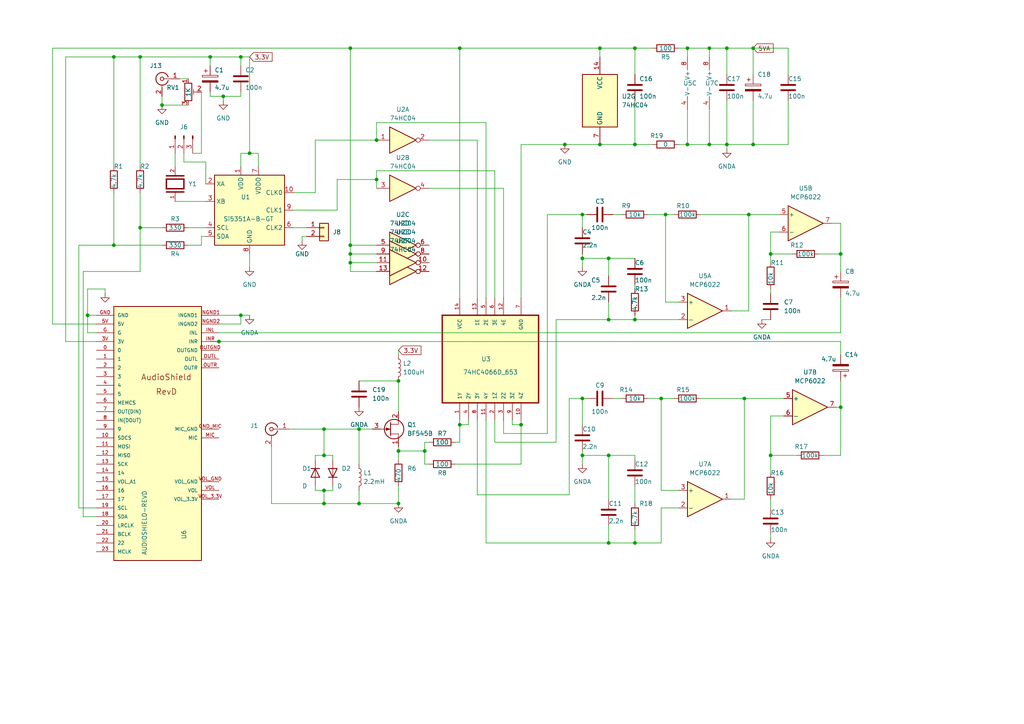
<source format=kicad_sch>
(kicad_sch (version 20230121) (generator eeschema)

  (uuid d0df484f-6d39-4423-9bc6-c09d4efa8191)

  (paper "A4")

  (lib_symbols
    (symbol "74HC4066D_653:74HC4066D_653" (pin_names (offset 1.016)) (in_bom yes) (on_board yes)
      (property "Reference" "U" (at -4.9353 12.5672 0)
        (effects (font (size 1.27 1.27)) (justify left bottom))
      )
      (property "Value" "74HC4066D_653" (at -3.9999 -22.0122 0)
        (effects (font (size 1.27 1.27)) (justify left bottom))
      )
      (property "Footprint" "74HC4066D_653:SOIC127P600X175-14N" (at 0 0 0)
        (effects (font (size 1.27 1.27)) (justify bottom) hide)
      )
      (property "Datasheet" "" (at 0 0 0)
        (effects (font (size 1.27 1.27)) hide)
      )
      (property "MF" "Nexperia" (at 0 0 0)
        (effects (font (size 1.27 1.27)) (justify bottom) hide)
      )
      (property "Description" "\n4 Circuit IC Switch 1:1 95Ohm 14-SO\n" (at 0 0 0)
        (effects (font (size 1.27 1.27)) (justify bottom) hide)
      )
      (property "PACKAGE" "SOIC-16" (at 0 0 0)
        (effects (font (size 1.27 1.27)) (justify bottom) hide)
      )
      (property "MPN" "74HC4066D,653" (at 0 0 0)
        (effects (font (size 1.27 1.27)) (justify bottom) hide)
      )
      (property "Price" "None" (at 0 0 0)
        (effects (font (size 1.27 1.27)) (justify bottom) hide)
      )
      (property "Package" "SO14-14 Nexperia USA Inc." (at 0 0 0)
        (effects (font (size 1.27 1.27)) (justify bottom) hide)
      )
      (property "OC_FARNELL" "1868620" (at 0 0 0)
        (effects (font (size 1.27 1.27)) (justify bottom) hide)
      )
      (property "SnapEDA_Link" "https://www.snapeda.com/parts/74HC4066D,653/Nexperia/view-part/?ref=snap" (at 0 0 0)
        (effects (font (size 1.27 1.27)) (justify bottom) hide)
      )
      (property "MP" "74HC4066D,653" (at 0 0 0)
        (effects (font (size 1.27 1.27)) (justify bottom) hide)
      )
      (property "Purchase-URL" "https://www.snapeda.com/api/url_track_click_mouser/?unipart_id=1041358&manufacturer=Nexperia&part_name=74HC4066D,653&search_term=None" (at 0 0 0)
        (effects (font (size 1.27 1.27)) (justify bottom) hide)
      )
      (property "SUPPLIER" "NXP" (at 0 0 0)
        (effects (font (size 1.27 1.27)) (justify bottom) hide)
      )
      (property "OC_NEWARK" "71R2541" (at 0 0 0)
        (effects (font (size 1.27 1.27)) (justify bottom) hide)
      )
      (property "Availability" "In Stock" (at 0 0 0)
        (effects (font (size 1.27 1.27)) (justify bottom) hide)
      )
      (property "Check_prices" "https://www.snapeda.com/parts/74HC4066D,653/Nexperia/view-part/?ref=eda" (at 0 0 0)
        (effects (font (size 1.27 1.27)) (justify bottom) hide)
      )
      (symbol "74HC4066D_653_0_0"
        (rectangle (start -12.7 -17.78) (end 12.7 10.16)
          (stroke (width 0.4064) (type default))
          (fill (type background))
        )
        (pin bidirectional line (at 17.78 5.08 180) (length 5.08)
          (name "1Y" (effects (font (size 1.016 1.016))))
          (number "1" (effects (font (size 1.016 1.016))))
        )
        (pin bidirectional line (at 17.78 -12.7 180) (length 5.08)
          (name "4Z" (effects (font (size 1.016 1.016))))
          (number "10" (effects (font (size 1.016 1.016))))
        )
        (pin bidirectional line (at 17.78 -2.54 180) (length 5.08)
          (name "4Y" (effects (font (size 1.016 1.016))))
          (number "11" (effects (font (size 1.016 1.016))))
        )
        (pin input line (at -17.78 -7.62 0) (length 5.08)
          (name "4E" (effects (font (size 1.016 1.016))))
          (number "12" (effects (font (size 1.016 1.016))))
        )
        (pin input line (at -17.78 0 0) (length 5.08)
          (name "1E" (effects (font (size 1.016 1.016))))
          (number "13" (effects (font (size 1.016 1.016))))
        )
        (pin power_in line (at -17.78 5.08 0) (length 5.08)
          (name "VCC" (effects (font (size 1.016 1.016))))
          (number "14" (effects (font (size 1.016 1.016))))
        )
        (pin bidirectional line (at 17.78 -5.08 180) (length 5.08)
          (name "1Z" (effects (font (size 1.016 1.016))))
          (number "2" (effects (font (size 1.016 1.016))))
        )
        (pin bidirectional line (at 17.78 -7.62 180) (length 5.08)
          (name "2Z" (effects (font (size 1.016 1.016))))
          (number "3" (effects (font (size 1.016 1.016))))
        )
        (pin bidirectional line (at 17.78 2.54 180) (length 5.08)
          (name "2Y" (effects (font (size 1.016 1.016))))
          (number "4" (effects (font (size 1.016 1.016))))
        )
        (pin input line (at -17.78 -2.54 0) (length 5.08)
          (name "2E" (effects (font (size 1.016 1.016))))
          (number "5" (effects (font (size 1.016 1.016))))
        )
        (pin input line (at -17.78 -5.08 0) (length 5.08)
          (name "3E" (effects (font (size 1.016 1.016))))
          (number "6" (effects (font (size 1.016 1.016))))
        )
        (pin passive line (at -17.78 -12.7 0) (length 5.08)
          (name "GND" (effects (font (size 1.016 1.016))))
          (number "7" (effects (font (size 1.016 1.016))))
        )
        (pin bidirectional line (at 17.78 0 180) (length 5.08)
          (name "3Y" (effects (font (size 1.016 1.016))))
          (number "8" (effects (font (size 1.016 1.016))))
        )
        (pin bidirectional line (at 17.78 -10.16 180) (length 5.08)
          (name "3Z" (effects (font (size 1.016 1.016))))
          (number "9" (effects (font (size 1.016 1.016))))
        )
      )
    )
    (symbol "74xx:74HC04" (in_bom yes) (on_board yes)
      (property "Reference" "U" (at 0 1.27 0)
        (effects (font (size 1.27 1.27)))
      )
      (property "Value" "74HC04" (at 0 -1.27 0)
        (effects (font (size 1.27 1.27)))
      )
      (property "Footprint" "" (at 0 0 0)
        (effects (font (size 1.27 1.27)) hide)
      )
      (property "Datasheet" "https://assets.nexperia.com/documents/data-sheet/74HC_HCT04.pdf" (at 0 0 0)
        (effects (font (size 1.27 1.27)) hide)
      )
      (property "ki_locked" "" (at 0 0 0)
        (effects (font (size 1.27 1.27)))
      )
      (property "ki_keywords" "HCMOS not inv" (at 0 0 0)
        (effects (font (size 1.27 1.27)) hide)
      )
      (property "ki_description" "Hex Inverter" (at 0 0 0)
        (effects (font (size 1.27 1.27)) hide)
      )
      (property "ki_fp_filters" "DIP*W7.62mm* SSOP?14* TSSOP?14*" (at 0 0 0)
        (effects (font (size 1.27 1.27)) hide)
      )
      (symbol "74HC04_1_0"
        (polyline
          (pts
            (xy -3.81 3.81)
            (xy -3.81 -3.81)
            (xy 3.81 0)
            (xy -3.81 3.81)
          )
          (stroke (width 0.254) (type default))
          (fill (type background))
        )
        (pin input line (at -7.62 0 0) (length 3.81)
          (name "~" (effects (font (size 1.27 1.27))))
          (number "1" (effects (font (size 1.27 1.27))))
        )
        (pin output inverted (at 7.62 0 180) (length 3.81)
          (name "~" (effects (font (size 1.27 1.27))))
          (number "2" (effects (font (size 1.27 1.27))))
        )
      )
      (symbol "74HC04_2_0"
        (polyline
          (pts
            (xy -3.81 3.81)
            (xy -3.81 -3.81)
            (xy 3.81 0)
            (xy -3.81 3.81)
          )
          (stroke (width 0.254) (type default))
          (fill (type background))
        )
        (pin input line (at -7.62 0 0) (length 3.81)
          (name "~" (effects (font (size 1.27 1.27))))
          (number "3" (effects (font (size 1.27 1.27))))
        )
        (pin output inverted (at 7.62 0 180) (length 3.81)
          (name "~" (effects (font (size 1.27 1.27))))
          (number "4" (effects (font (size 1.27 1.27))))
        )
      )
      (symbol "74HC04_3_0"
        (polyline
          (pts
            (xy -3.81 3.81)
            (xy -3.81 -3.81)
            (xy 3.81 0)
            (xy -3.81 3.81)
          )
          (stroke (width 0.254) (type default))
          (fill (type background))
        )
        (pin input line (at -7.62 0 0) (length 3.81)
          (name "~" (effects (font (size 1.27 1.27))))
          (number "5" (effects (font (size 1.27 1.27))))
        )
        (pin output inverted (at 7.62 0 180) (length 3.81)
          (name "~" (effects (font (size 1.27 1.27))))
          (number "6" (effects (font (size 1.27 1.27))))
        )
      )
      (symbol "74HC04_4_0"
        (polyline
          (pts
            (xy -3.81 3.81)
            (xy -3.81 -3.81)
            (xy 3.81 0)
            (xy -3.81 3.81)
          )
          (stroke (width 0.254) (type default))
          (fill (type background))
        )
        (pin output inverted (at 7.62 0 180) (length 3.81)
          (name "~" (effects (font (size 1.27 1.27))))
          (number "8" (effects (font (size 1.27 1.27))))
        )
        (pin input line (at -7.62 0 0) (length 3.81)
          (name "~" (effects (font (size 1.27 1.27))))
          (number "9" (effects (font (size 1.27 1.27))))
        )
      )
      (symbol "74HC04_5_0"
        (polyline
          (pts
            (xy -3.81 3.81)
            (xy -3.81 -3.81)
            (xy 3.81 0)
            (xy -3.81 3.81)
          )
          (stroke (width 0.254) (type default))
          (fill (type background))
        )
        (pin output inverted (at 7.62 0 180) (length 3.81)
          (name "~" (effects (font (size 1.27 1.27))))
          (number "10" (effects (font (size 1.27 1.27))))
        )
        (pin input line (at -7.62 0 0) (length 3.81)
          (name "~" (effects (font (size 1.27 1.27))))
          (number "11" (effects (font (size 1.27 1.27))))
        )
      )
      (symbol "74HC04_6_0"
        (polyline
          (pts
            (xy -3.81 3.81)
            (xy -3.81 -3.81)
            (xy 3.81 0)
            (xy -3.81 3.81)
          )
          (stroke (width 0.254) (type default))
          (fill (type background))
        )
        (pin output inverted (at 7.62 0 180) (length 3.81)
          (name "~" (effects (font (size 1.27 1.27))))
          (number "12" (effects (font (size 1.27 1.27))))
        )
        (pin input line (at -7.62 0 0) (length 3.81)
          (name "~" (effects (font (size 1.27 1.27))))
          (number "13" (effects (font (size 1.27 1.27))))
        )
      )
      (symbol "74HC04_7_0"
        (pin power_in line (at 0 12.7 270) (length 5.08)
          (name "VCC" (effects (font (size 1.27 1.27))))
          (number "14" (effects (font (size 1.27 1.27))))
        )
        (pin power_in line (at 0 -12.7 90) (length 5.08)
          (name "GND" (effects (font (size 1.27 1.27))))
          (number "7" (effects (font (size 1.27 1.27))))
        )
      )
      (symbol "74HC04_7_1"
        (rectangle (start -5.08 7.62) (end 5.08 -7.62)
          (stroke (width 0.254) (type default))
          (fill (type background))
        )
      )
    )
    (symbol "Abracon_Crystal:ABM7-16.000MHZ-D2Y-T" (pin_names (offset 1.016)) (in_bom yes) (on_board yes)
      (property "Reference" "Y" (at -5.0878 3.8159 0)
        (effects (font (size 1.27 1.27)) (justify left bottom))
      )
      (property "Value" "ABM7-16.000MHZ-D2Y-T" (at -5.0944 -5.0944 0)
        (effects (font (size 1.27 1.27)) (justify left bottom))
      )
      (property "Footprint" "ABM7-16.000MHZ-D2Y-T:XTAL_ABM7-16.000MHZ-D2Y-T" (at 0 0 0)
        (effects (font (size 1.27 1.27)) (justify bottom) hide)
      )
      (property "Datasheet" "" (at 0 0 0)
        (effects (font (size 1.27 1.27)) hide)
      )
      (property "MF" "Abracon LLC" (at 0 0 0)
        (effects (font (size 1.27 1.27)) (justify bottom) hide)
      )
      (property "MAXIMUM_PACKAGE_HEIGHT" "1.4 mm" (at 0 0 0)
        (effects (font (size 1.27 1.27)) (justify bottom) hide)
      )
      (property "Package" "SMD-2 Abracon LLC" (at 0 0 0)
        (effects (font (size 1.27 1.27)) (justify bottom) hide)
      )
      (property "Price" "None" (at 0 0 0)
        (effects (font (size 1.27 1.27)) (justify bottom) hide)
      )
      (property "Check_prices" "https://www.snapeda.com/parts/ABM7-16.000MHZ-D2Y-T/Abracon+LLC/view-part/?ref=eda" (at 0 0 0)
        (effects (font (size 1.27 1.27)) (justify bottom) hide)
      )
      (property "STANDARD" "Manufacturer Recommendations" (at 0 0 0)
        (effects (font (size 1.27 1.27)) (justify bottom) hide)
      )
      (property "PARTREV" "9/3/2019" (at 0 0 0)
        (effects (font (size 1.27 1.27)) (justify bottom) hide)
      )
      (property "SnapEDA_Link" "https://www.snapeda.com/parts/ABM7-16.000MHZ-D2Y-T/Abracon+LLC/view-part/?ref=snap" (at 0 0 0)
        (effects (font (size 1.27 1.27)) (justify bottom) hide)
      )
      (property "MP" "ABM7-16.000MHZ-D2Y-T" (at 0 0 0)
        (effects (font (size 1.27 1.27)) (justify bottom) hide)
      )
      (property "Purchase-URL" "https://www.snapeda.com/api/url_track_click_mouser/?unipart_id=314373&manufacturer=Abracon LLC&part_name=ABM7-16.000MHZ-D2Y-T&search_term=abracon" (at 0 0 0)
        (effects (font (size 1.27 1.27)) (justify bottom) hide)
      )
      (property "Description" "\n16 MHz ±20ppm Crystal 18pF 50 Ohms 2-SMD, No Lead\n" (at 0 0 0)
        (effects (font (size 1.27 1.27)) (justify bottom) hide)
      )
      (property "Availability" "In Stock" (at 0 0 0)
        (effects (font (size 1.27 1.27)) (justify bottom) hide)
      )
      (property "MANUFACTURER" "Abracon" (at 0 0 0)
        (effects (font (size 1.27 1.27)) (justify bottom) hide)
      )
      (symbol "ABM7-16.000MHZ-D2Y-T_0_0"
        (polyline
          (pts
            (xy -2.3368 2.54)
            (xy -2.3368 -2.54)
          )
          (stroke (width 0.4064) (type default))
          (fill (type none))
        )
        (polyline
          (pts
            (xy -1.397 2.54)
            (xy -1.397 -2.54)
          )
          (stroke (width 0.4064) (type default))
          (fill (type none))
        )
        (polyline
          (pts
            (xy -1.397 2.54)
            (xy 1.397 2.54)
          )
          (stroke (width 0.4064) (type default))
          (fill (type none))
        )
        (polyline
          (pts
            (xy 1.397 -2.54)
            (xy -1.397 -2.54)
          )
          (stroke (width 0.4064) (type default))
          (fill (type none))
        )
        (polyline
          (pts
            (xy 1.397 2.54)
            (xy 1.397 -2.54)
          )
          (stroke (width 0.4064) (type default))
          (fill (type none))
        )
        (polyline
          (pts
            (xy 2.3368 2.54)
            (xy 2.3368 -2.54)
          )
          (stroke (width 0.4064) (type default))
          (fill (type none))
        )
        (pin passive line (at -5.08 0 0) (length 2.54)
          (name "~" (effects (font (size 1.016 1.016))))
          (number "1" (effects (font (size 1.016 1.016))))
        )
        (pin passive line (at 5.08 0 180) (length 2.54)
          (name "~" (effects (font (size 1.016 1.016))))
          (number "2" (effects (font (size 1.016 1.016))))
        )
      )
    )
    (symbol "Amplifier_Operational:MCP6022" (pin_names (offset 0.127)) (in_bom yes) (on_board yes)
      (property "Reference" "U" (at 0 5.08 0)
        (effects (font (size 1.27 1.27)) (justify left))
      )
      (property "Value" "MCP6022" (at 0 -5.08 0)
        (effects (font (size 1.27 1.27)) (justify left))
      )
      (property "Footprint" "" (at 0 0 0)
        (effects (font (size 1.27 1.27)) hide)
      )
      (property "Datasheet" "http://ww1.microchip.com/downloads/en/devicedoc/20001685e.pdf" (at 0 0 0)
        (effects (font (size 1.27 1.27)) hide)
      )
      (property "ki_locked" "" (at 0 0 0)
        (effects (font (size 1.27 1.27)))
      )
      (property "ki_keywords" "dual opamp rail-to-rail" (at 0 0 0)
        (effects (font (size 1.27 1.27)) hide)
      )
      (property "ki_description" "Dual Operational Amplifiers, Rail-to-Rail Input/Output, DIP-8/SOIC-8/TSSOP-8" (at 0 0 0)
        (effects (font (size 1.27 1.27)) hide)
      )
      (property "ki_fp_filters" "SOIC*3.9x4.9mm*P1.27mm* DIP*W7.62mm* TO*99* OnSemi*Micro8* TSSOP*3x3mm*P0.65mm* TSSOP*4.4x3mm*P0.65mm* MSOP*3x3mm*P0.65mm* SSOP*3.9x4.9mm*P0.635mm* LFCSP*2x2mm*P0.5mm* *SIP* SOIC*5.3x6.2mm*P1.27mm*" (at 0 0 0)
        (effects (font (size 1.27 1.27)) hide)
      )
      (symbol "MCP6022_1_1"
        (polyline
          (pts
            (xy -5.08 5.08)
            (xy 5.08 0)
            (xy -5.08 -5.08)
            (xy -5.08 5.08)
          )
          (stroke (width 0.254) (type default))
          (fill (type background))
        )
        (pin output line (at 7.62 0 180) (length 2.54)
          (name "~" (effects (font (size 1.27 1.27))))
          (number "1" (effects (font (size 1.27 1.27))))
        )
        (pin input line (at -7.62 -2.54 0) (length 2.54)
          (name "-" (effects (font (size 1.27 1.27))))
          (number "2" (effects (font (size 1.27 1.27))))
        )
        (pin input line (at -7.62 2.54 0) (length 2.54)
          (name "+" (effects (font (size 1.27 1.27))))
          (number "3" (effects (font (size 1.27 1.27))))
        )
      )
      (symbol "MCP6022_2_1"
        (polyline
          (pts
            (xy -5.08 5.08)
            (xy 5.08 0)
            (xy -5.08 -5.08)
            (xy -5.08 5.08)
          )
          (stroke (width 0.254) (type default))
          (fill (type background))
        )
        (pin input line (at -7.62 2.54 0) (length 2.54)
          (name "+" (effects (font (size 1.27 1.27))))
          (number "5" (effects (font (size 1.27 1.27))))
        )
        (pin input line (at -7.62 -2.54 0) (length 2.54)
          (name "-" (effects (font (size 1.27 1.27))))
          (number "6" (effects (font (size 1.27 1.27))))
        )
        (pin output line (at 7.62 0 180) (length 2.54)
          (name "~" (effects (font (size 1.27 1.27))))
          (number "7" (effects (font (size 1.27 1.27))))
        )
      )
      (symbol "MCP6022_3_1"
        (pin power_in line (at -2.54 -7.62 90) (length 3.81)
          (name "V-" (effects (font (size 1.27 1.27))))
          (number "4" (effects (font (size 1.27 1.27))))
        )
        (pin power_in line (at -2.54 7.62 270) (length 3.81)
          (name "V+" (effects (font (size 1.27 1.27))))
          (number "8" (effects (font (size 1.27 1.27))))
        )
      )
    )
    (symbol "Connector:Conn_01x03_Pin" (pin_names (offset 1.016) hide) (in_bom yes) (on_board yes)
      (property "Reference" "J" (at 0 5.08 0)
        (effects (font (size 1.27 1.27)))
      )
      (property "Value" "Conn_01x03_Pin" (at 0 -5.08 0)
        (effects (font (size 1.27 1.27)))
      )
      (property "Footprint" "" (at 0 0 0)
        (effects (font (size 1.27 1.27)) hide)
      )
      (property "Datasheet" "~" (at 0 0 0)
        (effects (font (size 1.27 1.27)) hide)
      )
      (property "ki_locked" "" (at 0 0 0)
        (effects (font (size 1.27 1.27)))
      )
      (property "ki_keywords" "connector" (at 0 0 0)
        (effects (font (size 1.27 1.27)) hide)
      )
      (property "ki_description" "Generic connector, single row, 01x03, script generated" (at 0 0 0)
        (effects (font (size 1.27 1.27)) hide)
      )
      (property "ki_fp_filters" "Connector*:*_1x??_*" (at 0 0 0)
        (effects (font (size 1.27 1.27)) hide)
      )
      (symbol "Conn_01x03_Pin_1_1"
        (polyline
          (pts
            (xy 1.27 -2.54)
            (xy 0.8636 -2.54)
          )
          (stroke (width 0.1524) (type default))
          (fill (type none))
        )
        (polyline
          (pts
            (xy 1.27 0)
            (xy 0.8636 0)
          )
          (stroke (width 0.1524) (type default))
          (fill (type none))
        )
        (polyline
          (pts
            (xy 1.27 2.54)
            (xy 0.8636 2.54)
          )
          (stroke (width 0.1524) (type default))
          (fill (type none))
        )
        (rectangle (start 0.8636 -2.413) (end 0 -2.667)
          (stroke (width 0.1524) (type default))
          (fill (type outline))
        )
        (rectangle (start 0.8636 0.127) (end 0 -0.127)
          (stroke (width 0.1524) (type default))
          (fill (type outline))
        )
        (rectangle (start 0.8636 2.667) (end 0 2.413)
          (stroke (width 0.1524) (type default))
          (fill (type outline))
        )
        (pin passive line (at 5.08 2.54 180) (length 3.81)
          (name "Pin_1" (effects (font (size 1.27 1.27))))
          (number "1" (effects (font (size 1.27 1.27))))
        )
        (pin passive line (at 5.08 0 180) (length 3.81)
          (name "Pin_2" (effects (font (size 1.27 1.27))))
          (number "2" (effects (font (size 1.27 1.27))))
        )
        (pin passive line (at 5.08 -2.54 180) (length 3.81)
          (name "Pin_3" (effects (font (size 1.27 1.27))))
          (number "3" (effects (font (size 1.27 1.27))))
        )
      )
    )
    (symbol "Connector:Conn_Coaxial" (pin_names (offset 1.016) hide) (in_bom yes) (on_board yes)
      (property "Reference" "J" (at 0.254 3.048 0)
        (effects (font (size 1.27 1.27)))
      )
      (property "Value" "Conn_Coaxial" (at 2.921 0 90)
        (effects (font (size 1.27 1.27)))
      )
      (property "Footprint" "" (at 0 0 0)
        (effects (font (size 1.27 1.27)) hide)
      )
      (property "Datasheet" " ~" (at 0 0 0)
        (effects (font (size 1.27 1.27)) hide)
      )
      (property "ki_keywords" "BNC SMA SMB SMC LEMO coaxial connector CINCH RCA" (at 0 0 0)
        (effects (font (size 1.27 1.27)) hide)
      )
      (property "ki_description" "coaxial connector (BNC, SMA, SMB, SMC, Cinch/RCA, LEMO, ...)" (at 0 0 0)
        (effects (font (size 1.27 1.27)) hide)
      )
      (property "ki_fp_filters" "*BNC* *SMA* *SMB* *SMC* *Cinch* *LEMO*" (at 0 0 0)
        (effects (font (size 1.27 1.27)) hide)
      )
      (symbol "Conn_Coaxial_0_1"
        (arc (start -1.778 -0.508) (mid 0.2311 -1.8066) (end 1.778 0)
          (stroke (width 0.254) (type default))
          (fill (type none))
        )
        (polyline
          (pts
            (xy -2.54 0)
            (xy -0.508 0)
          )
          (stroke (width 0) (type default))
          (fill (type none))
        )
        (polyline
          (pts
            (xy 0 -2.54)
            (xy 0 -1.778)
          )
          (stroke (width 0) (type default))
          (fill (type none))
        )
        (circle (center 0 0) (radius 0.508)
          (stroke (width 0.2032) (type default))
          (fill (type none))
        )
        (arc (start 1.778 0) (mid 0.2099 1.8101) (end -1.778 0.508)
          (stroke (width 0.254) (type default))
          (fill (type none))
        )
      )
      (symbol "Conn_Coaxial_1_1"
        (pin passive line (at -5.08 0 0) (length 2.54)
          (name "In" (effects (font (size 1.27 1.27))))
          (number "1" (effects (font (size 1.27 1.27))))
        )
        (pin passive line (at 0 -5.08 90) (length 2.54)
          (name "Ext" (effects (font (size 1.27 1.27))))
          (number "2" (effects (font (size 1.27 1.27))))
        )
      )
    )
    (symbol "Connector_Generic:Conn_01x02" (pin_names (offset 1.016) hide) (in_bom yes) (on_board yes)
      (property "Reference" "J" (at 0 2.54 0)
        (effects (font (size 1.27 1.27)))
      )
      (property "Value" "Conn_01x02" (at 0 -5.08 0)
        (effects (font (size 1.27 1.27)))
      )
      (property "Footprint" "" (at 0 0 0)
        (effects (font (size 1.27 1.27)) hide)
      )
      (property "Datasheet" "~" (at 0 0 0)
        (effects (font (size 1.27 1.27)) hide)
      )
      (property "ki_keywords" "connector" (at 0 0 0)
        (effects (font (size 1.27 1.27)) hide)
      )
      (property "ki_description" "Generic connector, single row, 01x02, script generated (kicad-library-utils/schlib/autogen/connector/)" (at 0 0 0)
        (effects (font (size 1.27 1.27)) hide)
      )
      (property "ki_fp_filters" "Connector*:*_1x??_*" (at 0 0 0)
        (effects (font (size 1.27 1.27)) hide)
      )
      (symbol "Conn_01x02_1_1"
        (rectangle (start -1.27 -2.413) (end 0 -2.667)
          (stroke (width 0.1524) (type default))
          (fill (type none))
        )
        (rectangle (start -1.27 0.127) (end 0 -0.127)
          (stroke (width 0.1524) (type default))
          (fill (type none))
        )
        (rectangle (start -1.27 1.27) (end 1.27 -3.81)
          (stroke (width 0.254) (type default))
          (fill (type background))
        )
        (pin passive line (at -5.08 0 0) (length 3.81)
          (name "Pin_1" (effects (font (size 1.27 1.27))))
          (number "1" (effects (font (size 1.27 1.27))))
        )
        (pin passive line (at -5.08 -2.54 0) (length 3.81)
          (name "Pin_2" (effects (font (size 1.27 1.27))))
          (number "2" (effects (font (size 1.27 1.27))))
        )
      )
    )
    (symbol "Device:C" (pin_numbers hide) (pin_names (offset 0.254)) (in_bom yes) (on_board yes)
      (property "Reference" "C" (at 0.635 2.54 0)
        (effects (font (size 1.27 1.27)) (justify left))
      )
      (property "Value" "C" (at 0.635 -2.54 0)
        (effects (font (size 1.27 1.27)) (justify left))
      )
      (property "Footprint" "" (at 0.9652 -3.81 0)
        (effects (font (size 1.27 1.27)) hide)
      )
      (property "Datasheet" "~" (at 0 0 0)
        (effects (font (size 1.27 1.27)) hide)
      )
      (property "ki_keywords" "cap capacitor" (at 0 0 0)
        (effects (font (size 1.27 1.27)) hide)
      )
      (property "ki_description" "Unpolarized capacitor" (at 0 0 0)
        (effects (font (size 1.27 1.27)) hide)
      )
      (property "ki_fp_filters" "C_*" (at 0 0 0)
        (effects (font (size 1.27 1.27)) hide)
      )
      (symbol "C_0_1"
        (polyline
          (pts
            (xy -2.032 -0.762)
            (xy 2.032 -0.762)
          )
          (stroke (width 0.508) (type default))
          (fill (type none))
        )
        (polyline
          (pts
            (xy -2.032 0.762)
            (xy 2.032 0.762)
          )
          (stroke (width 0.508) (type default))
          (fill (type none))
        )
      )
      (symbol "C_1_1"
        (pin passive line (at 0 3.81 270) (length 2.794)
          (name "~" (effects (font (size 1.27 1.27))))
          (number "1" (effects (font (size 1.27 1.27))))
        )
        (pin passive line (at 0 -3.81 90) (length 2.794)
          (name "~" (effects (font (size 1.27 1.27))))
          (number "2" (effects (font (size 1.27 1.27))))
        )
      )
    )
    (symbol "Device:C_Polarized" (pin_numbers hide) (pin_names (offset 0.254)) (in_bom yes) (on_board yes)
      (property "Reference" "C" (at 0.635 2.54 0)
        (effects (font (size 1.27 1.27)) (justify left))
      )
      (property "Value" "C_Polarized" (at 0.635 -2.54 0)
        (effects (font (size 1.27 1.27)) (justify left))
      )
      (property "Footprint" "" (at 0.9652 -3.81 0)
        (effects (font (size 1.27 1.27)) hide)
      )
      (property "Datasheet" "~" (at 0 0 0)
        (effects (font (size 1.27 1.27)) hide)
      )
      (property "ki_keywords" "cap capacitor" (at 0 0 0)
        (effects (font (size 1.27 1.27)) hide)
      )
      (property "ki_description" "Polarized capacitor" (at 0 0 0)
        (effects (font (size 1.27 1.27)) hide)
      )
      (property "ki_fp_filters" "CP_*" (at 0 0 0)
        (effects (font (size 1.27 1.27)) hide)
      )
      (symbol "C_Polarized_0_1"
        (rectangle (start -2.286 0.508) (end 2.286 1.016)
          (stroke (width 0) (type default))
          (fill (type none))
        )
        (polyline
          (pts
            (xy -1.778 2.286)
            (xy -0.762 2.286)
          )
          (stroke (width 0) (type default))
          (fill (type none))
        )
        (polyline
          (pts
            (xy -1.27 2.794)
            (xy -1.27 1.778)
          )
          (stroke (width 0) (type default))
          (fill (type none))
        )
        (rectangle (start 2.286 -0.508) (end -2.286 -1.016)
          (stroke (width 0) (type default))
          (fill (type outline))
        )
      )
      (symbol "C_Polarized_1_1"
        (pin passive line (at 0 3.81 270) (length 2.794)
          (name "~" (effects (font (size 1.27 1.27))))
          (number "1" (effects (font (size 1.27 1.27))))
        )
        (pin passive line (at 0 -3.81 90) (length 2.794)
          (name "~" (effects (font (size 1.27 1.27))))
          (number "2" (effects (font (size 1.27 1.27))))
        )
      )
    )
    (symbol "Device:D" (pin_numbers hide) (pin_names (offset 1.016) hide) (in_bom yes) (on_board yes)
      (property "Reference" "D" (at 0 2.54 0)
        (effects (font (size 1.27 1.27)))
      )
      (property "Value" "D" (at 0 -2.54 0)
        (effects (font (size 1.27 1.27)))
      )
      (property "Footprint" "" (at 0 0 0)
        (effects (font (size 1.27 1.27)) hide)
      )
      (property "Datasheet" "~" (at 0 0 0)
        (effects (font (size 1.27 1.27)) hide)
      )
      (property "Sim.Device" "D" (at 0 0 0)
        (effects (font (size 1.27 1.27)) hide)
      )
      (property "Sim.Pins" "1=K 2=A" (at 0 0 0)
        (effects (font (size 1.27 1.27)) hide)
      )
      (property "ki_keywords" "diode" (at 0 0 0)
        (effects (font (size 1.27 1.27)) hide)
      )
      (property "ki_description" "Diode" (at 0 0 0)
        (effects (font (size 1.27 1.27)) hide)
      )
      (property "ki_fp_filters" "TO-???* *_Diode_* *SingleDiode* D_*" (at 0 0 0)
        (effects (font (size 1.27 1.27)) hide)
      )
      (symbol "D_0_1"
        (polyline
          (pts
            (xy -1.27 1.27)
            (xy -1.27 -1.27)
          )
          (stroke (width 0.254) (type default))
          (fill (type none))
        )
        (polyline
          (pts
            (xy 1.27 0)
            (xy -1.27 0)
          )
          (stroke (width 0) (type default))
          (fill (type none))
        )
        (polyline
          (pts
            (xy 1.27 1.27)
            (xy 1.27 -1.27)
            (xy -1.27 0)
            (xy 1.27 1.27)
          )
          (stroke (width 0.254) (type default))
          (fill (type none))
        )
      )
      (symbol "D_1_1"
        (pin passive line (at -3.81 0 0) (length 2.54)
          (name "K" (effects (font (size 1.27 1.27))))
          (number "1" (effects (font (size 1.27 1.27))))
        )
        (pin passive line (at 3.81 0 180) (length 2.54)
          (name "A" (effects (font (size 1.27 1.27))))
          (number "2" (effects (font (size 1.27 1.27))))
        )
      )
    )
    (symbol "Device:L" (pin_numbers hide) (pin_names (offset 1.016) hide) (in_bom yes) (on_board yes)
      (property "Reference" "L" (at -1.27 0 90)
        (effects (font (size 1.27 1.27)))
      )
      (property "Value" "L" (at 1.905 0 90)
        (effects (font (size 1.27 1.27)))
      )
      (property "Footprint" "" (at 0 0 0)
        (effects (font (size 1.27 1.27)) hide)
      )
      (property "Datasheet" "~" (at 0 0 0)
        (effects (font (size 1.27 1.27)) hide)
      )
      (property "ki_keywords" "inductor choke coil reactor magnetic" (at 0 0 0)
        (effects (font (size 1.27 1.27)) hide)
      )
      (property "ki_description" "Inductor" (at 0 0 0)
        (effects (font (size 1.27 1.27)) hide)
      )
      (property "ki_fp_filters" "Choke_* *Coil* Inductor_* L_*" (at 0 0 0)
        (effects (font (size 1.27 1.27)) hide)
      )
      (symbol "L_0_1"
        (arc (start 0 -2.54) (mid 0.6323 -1.905) (end 0 -1.27)
          (stroke (width 0) (type default))
          (fill (type none))
        )
        (arc (start 0 -1.27) (mid 0.6323 -0.635) (end 0 0)
          (stroke (width 0) (type default))
          (fill (type none))
        )
        (arc (start 0 0) (mid 0.6323 0.635) (end 0 1.27)
          (stroke (width 0) (type default))
          (fill (type none))
        )
        (arc (start 0 1.27) (mid 0.6323 1.905) (end 0 2.54)
          (stroke (width 0) (type default))
          (fill (type none))
        )
      )
      (symbol "L_1_1"
        (pin passive line (at 0 3.81 270) (length 1.27)
          (name "1" (effects (font (size 1.27 1.27))))
          (number "1" (effects (font (size 1.27 1.27))))
        )
        (pin passive line (at 0 -3.81 90) (length 1.27)
          (name "2" (effects (font (size 1.27 1.27))))
          (number "2" (effects (font (size 1.27 1.27))))
        )
      )
    )
    (symbol "Device:R" (pin_numbers hide) (pin_names (offset 0)) (in_bom yes) (on_board yes)
      (property "Reference" "R" (at 2.032 0 90)
        (effects (font (size 1.27 1.27)))
      )
      (property "Value" "R" (at 0 0 90)
        (effects (font (size 1.27 1.27)))
      )
      (property "Footprint" "" (at -1.778 0 90)
        (effects (font (size 1.27 1.27)) hide)
      )
      (property "Datasheet" "~" (at 0 0 0)
        (effects (font (size 1.27 1.27)) hide)
      )
      (property "ki_keywords" "R res resistor" (at 0 0 0)
        (effects (font (size 1.27 1.27)) hide)
      )
      (property "ki_description" "Resistor" (at 0 0 0)
        (effects (font (size 1.27 1.27)) hide)
      )
      (property "ki_fp_filters" "R_*" (at 0 0 0)
        (effects (font (size 1.27 1.27)) hide)
      )
      (symbol "R_0_1"
        (rectangle (start -1.016 -2.54) (end 1.016 2.54)
          (stroke (width 0.254) (type default))
          (fill (type none))
        )
      )
      (symbol "R_1_1"
        (pin passive line (at 0 3.81 270) (length 1.27)
          (name "~" (effects (font (size 1.27 1.27))))
          (number "1" (effects (font (size 1.27 1.27))))
        )
        (pin passive line (at 0 -3.81 90) (length 1.27)
          (name "~" (effects (font (size 1.27 1.27))))
          (number "2" (effects (font (size 1.27 1.27))))
        )
      )
    )
    (symbol "Device:R_Potentiometer_Trim" (pin_names (offset 1.016) hide) (in_bom yes) (on_board yes)
      (property "Reference" "RV" (at -4.445 0 90)
        (effects (font (size 1.27 1.27)))
      )
      (property "Value" "R_Potentiometer_Trim" (at -2.54 0 90)
        (effects (font (size 1.27 1.27)))
      )
      (property "Footprint" "" (at 0 0 0)
        (effects (font (size 1.27 1.27)) hide)
      )
      (property "Datasheet" "~" (at 0 0 0)
        (effects (font (size 1.27 1.27)) hide)
      )
      (property "ki_keywords" "resistor variable trimpot trimmer" (at 0 0 0)
        (effects (font (size 1.27 1.27)) hide)
      )
      (property "ki_description" "Trim-potentiometer" (at 0 0 0)
        (effects (font (size 1.27 1.27)) hide)
      )
      (property "ki_fp_filters" "Potentiometer*" (at 0 0 0)
        (effects (font (size 1.27 1.27)) hide)
      )
      (symbol "R_Potentiometer_Trim_0_1"
        (polyline
          (pts
            (xy 1.524 0.762)
            (xy 1.524 -0.762)
          )
          (stroke (width 0) (type default))
          (fill (type none))
        )
        (polyline
          (pts
            (xy 2.54 0)
            (xy 1.524 0)
          )
          (stroke (width 0) (type default))
          (fill (type none))
        )
        (rectangle (start 1.016 2.54) (end -1.016 -2.54)
          (stroke (width 0.254) (type default))
          (fill (type none))
        )
      )
      (symbol "R_Potentiometer_Trim_1_1"
        (pin passive line (at 0 3.81 270) (length 1.27)
          (name "1" (effects (font (size 1.27 1.27))))
          (number "1" (effects (font (size 1.27 1.27))))
        )
        (pin passive line (at 3.81 0 180) (length 1.27)
          (name "2" (effects (font (size 1.27 1.27))))
          (number "2" (effects (font (size 1.27 1.27))))
        )
        (pin passive line (at 0 -3.81 90) (length 1.27)
          (name "3" (effects (font (size 1.27 1.27))))
          (number "3" (effects (font (size 1.27 1.27))))
        )
      )
    )
    (symbol "Oscillator:Si5351A-B-GT" (in_bom yes) (on_board yes)
      (property "Reference" "U" (at -8.89 11.43 0)
        (effects (font (size 1.27 1.27)))
      )
      (property "Value" "Si5351A-B-GT" (at -12.7 -12.7 0)
        (effects (font (size 1.27 1.27)))
      )
      (property "Footprint" "Package_SO:MSOP-10_3x3mm_P0.5mm" (at 0 -20.32 0)
        (effects (font (size 1.27 1.27)) hide)
      )
      (property "Datasheet" "https://www.silabs.com/documents/public/data-sheets/Si5351-B.pdf" (at -8.89 -2.54 0)
        (effects (font (size 1.27 1.27)) hide)
      )
      (property "ki_keywords" "CMOS Synth Oscillator I2C" (at 0 0 0)
        (effects (font (size 1.27 1.27)) hide)
      )
      (property "ki_description" "I2C Programmable Any-Frequency CMOS Clock Generator, MSOP-8" (at 0 0 0)
        (effects (font (size 1.27 1.27)) hide)
      )
      (property "ki_fp_filters" "MSOP*3x3mm*P0.5mm*" (at 0 0 0)
        (effects (font (size 1.27 1.27)) hide)
      )
      (symbol "Si5351A-B-GT_0_1"
        (rectangle (start -10.16 10.16) (end 10.16 -10.16)
          (stroke (width 0.254) (type default))
          (fill (type background))
        )
      )
      (symbol "Si5351A-B-GT_1_1"
        (pin power_in line (at -2.54 12.7 270) (length 2.54)
          (name "VDD" (effects (font (size 1.27 1.27))))
          (number "1" (effects (font (size 1.27 1.27))))
        )
        (pin output line (at 12.7 5.08 180) (length 2.54)
          (name "CLK0" (effects (font (size 1.27 1.27))))
          (number "10" (effects (font (size 1.27 1.27))))
        )
        (pin input line (at -12.7 7.62 0) (length 2.54)
          (name "XA" (effects (font (size 1.27 1.27))))
          (number "2" (effects (font (size 1.27 1.27))))
        )
        (pin input line (at -12.7 2.54 0) (length 2.54)
          (name "XB" (effects (font (size 1.27 1.27))))
          (number "3" (effects (font (size 1.27 1.27))))
        )
        (pin input line (at -12.7 -5.08 0) (length 2.54)
          (name "SCL" (effects (font (size 1.27 1.27))))
          (number "4" (effects (font (size 1.27 1.27))))
        )
        (pin bidirectional line (at -12.7 -7.62 0) (length 2.54)
          (name "SDA" (effects (font (size 1.27 1.27))))
          (number "5" (effects (font (size 1.27 1.27))))
        )
        (pin output line (at 12.7 -5.08 180) (length 2.54)
          (name "CLK2" (effects (font (size 1.27 1.27))))
          (number "6" (effects (font (size 1.27 1.27))))
        )
        (pin power_in line (at 2.54 12.7 270) (length 2.54)
          (name "VDDO" (effects (font (size 1.27 1.27))))
          (number "7" (effects (font (size 1.27 1.27))))
        )
        (pin power_in line (at 0 -12.7 90) (length 2.54)
          (name "GND" (effects (font (size 1.27 1.27))))
          (number "8" (effects (font (size 1.27 1.27))))
        )
        (pin output line (at 12.7 0 180) (length 2.54)
          (name "CLK1" (effects (font (size 1.27 1.27))))
          (number "9" (effects (font (size 1.27 1.27))))
        )
      )
    )
    (symbol "Transistor_FET:BF545B" (pin_names hide) (in_bom yes) (on_board yes)
      (property "Reference" "Q" (at 5.08 1.905 0)
        (effects (font (size 1.27 1.27)) (justify left))
      )
      (property "Value" "BF545B" (at 5.08 0 0)
        (effects (font (size 1.27 1.27)) (justify left))
      )
      (property "Footprint" "Package_TO_SOT_SMD:SOT-23" (at 5.08 -1.905 0)
        (effects (font (size 1.27 1.27) italic) (justify left) hide)
      )
      (property "Datasheet" "https://www.nxp.com/docs/en/data-sheet/BF545A_BF545B_BF545C.pdf" (at 0 0 0)
        (effects (font (size 1.27 1.27)) (justify left) hide)
      )
      (property "ki_keywords" "N-Channel FET Transistor Low Voltage" (at 0 0 0)
        (effects (font (size 1.27 1.27)) hide)
      )
      (property "ki_description" "15mA Idss, 30V Vgs, N-Channel JFET, SOT-23" (at 0 0 0)
        (effects (font (size 1.27 1.27)) hide)
      )
      (property "ki_fp_filters" "SOT?23*" (at 0 0 0)
        (effects (font (size 1.27 1.27)) hide)
      )
      (symbol "BF545B_0_1"
        (polyline
          (pts
            (xy 0.254 0)
            (xy -2.54 0)
          )
          (stroke (width 0) (type default))
          (fill (type none))
        )
        (polyline
          (pts
            (xy 0.254 1.905)
            (xy 0.254 -1.905)
          )
          (stroke (width 0.254) (type default))
          (fill (type none))
        )
        (polyline
          (pts
            (xy 2.54 -2.54)
            (xy 2.54 -1.397)
            (xy 0.254 -1.397)
          )
          (stroke (width 0) (type default))
          (fill (type none))
        )
        (polyline
          (pts
            (xy 2.54 2.54)
            (xy 2.54 1.397)
            (xy 0.254 1.397)
          )
          (stroke (width 0) (type default))
          (fill (type none))
        )
        (polyline
          (pts
            (xy 0 0)
            (xy -1.016 0.381)
            (xy -1.016 -0.381)
            (xy 0 0)
          )
          (stroke (width 0) (type default))
          (fill (type outline))
        )
        (circle (center 1.27 0) (radius 2.8194)
          (stroke (width 0.254) (type default))
          (fill (type none))
        )
      )
      (symbol "BF545B_1_1"
        (pin passive line (at 2.54 -5.08 90) (length 2.54)
          (name "S" (effects (font (size 1.27 1.27))))
          (number "1" (effects (font (size 1.27 1.27))))
        )
        (pin passive line (at 2.54 5.08 270) (length 2.54)
          (name "D" (effects (font (size 1.27 1.27))))
          (number "2" (effects (font (size 1.27 1.27))))
        )
        (pin input line (at -5.08 0 0) (length 2.54)
          (name "G" (effects (font (size 1.27 1.27))))
          (number "3" (effects (font (size 1.27 1.27))))
        )
      )
    )
    (symbol "audioshield:AUDIOSHIELD-REVD" (pin_names (offset 1.016)) (in_bom yes) (on_board yes)
      (property "Reference" "U" (at 0 0 0)
        (effects (font (size 1.27 1.27)) (justify bottom))
      )
      (property "Value" "AUDIOSHIELD-REVD" (at 0 0 0)
        (effects (font (size 1.27 1.27)) (justify bottom))
      )
      (property "Footprint" "AUDIOSHIELD-REVD:AUDIOSHIELD-REVD" (at 0 0 0)
        (effects (font (size 1.27 1.27)) (justify bottom) hide)
      )
      (property "Datasheet" "" (at 0 0 0)
        (effects (font (size 1.27 1.27)) hide)
      )
      (symbol "AUDIOSHIELD-REVD_0_0"
        (rectangle (start -12.7 -35.56) (end 12.7 38.1)
          (stroke (width 0.254) (type default))
          (fill (type background))
        )
        (text "AudioShield" (at 2.54 18.5928 0)
          (effects (font (size 1.6764 1.6764)) (justify top))
        )
        (text "RevD" (at 2.54 14.3764 0)
          (effects (font (size 1.6764 1.6764)) (justify top))
        )
        (pin bidirectional line (at -17.78 25.4 0) (length 5.08)
          (name "0" (effects (font (size 1.016 1.016))))
          (number "0" (effects (font (size 1.016 1.016))))
        )
        (pin bidirectional line (at -17.78 22.86 0) (length 5.08)
          (name "1" (effects (font (size 1.016 1.016))))
          (number "1" (effects (font (size 1.016 1.016))))
        )
        (pin bidirectional line (at -17.78 0 0) (length 5.08)
          (name "SDCS" (effects (font (size 1.016 1.016))))
          (number "10" (effects (font (size 1.016 1.016))))
        )
        (pin bidirectional line (at -17.78 -2.54 0) (length 5.08)
          (name "MOSI" (effects (font (size 1.016 1.016))))
          (number "11" (effects (font (size 1.016 1.016))))
        )
        (pin bidirectional line (at -17.78 -5.08 0) (length 5.08)
          (name "MISO" (effects (font (size 1.016 1.016))))
          (number "12" (effects (font (size 1.016 1.016))))
        )
        (pin bidirectional line (at -17.78 -7.62 0) (length 5.08)
          (name "SCK" (effects (font (size 1.016 1.016))))
          (number "13" (effects (font (size 1.016 1.016))))
        )
        (pin bidirectional line (at -17.78 -10.16 0) (length 5.08)
          (name "14" (effects (font (size 1.016 1.016))))
          (number "14" (effects (font (size 1.016 1.016))))
        )
        (pin bidirectional line (at -17.78 -12.7 0) (length 5.08)
          (name "VOL_A1" (effects (font (size 1.016 1.016))))
          (number "15" (effects (font (size 1.016 1.016))))
        )
        (pin bidirectional line (at -17.78 -15.24 0) (length 5.08)
          (name "16" (effects (font (size 1.016 1.016))))
          (number "16" (effects (font (size 1.016 1.016))))
        )
        (pin bidirectional line (at -17.78 -17.78 0) (length 5.08)
          (name "17" (effects (font (size 1.016 1.016))))
          (number "17" (effects (font (size 1.016 1.016))))
        )
        (pin bidirectional line (at -17.78 -22.86 0) (length 5.08)
          (name "SDA" (effects (font (size 1.016 1.016))))
          (number "18" (effects (font (size 1.016 1.016))))
        )
        (pin bidirectional line (at -17.78 -20.32 0) (length 5.08)
          (name "SCL" (effects (font (size 1.016 1.016))))
          (number "19" (effects (font (size 1.016 1.016))))
        )
        (pin bidirectional line (at -17.78 20.32 0) (length 5.08)
          (name "2" (effects (font (size 1.016 1.016))))
          (number "2" (effects (font (size 1.016 1.016))))
        )
        (pin bidirectional line (at -17.78 -25.4 0) (length 5.08)
          (name "LRCLK" (effects (font (size 1.016 1.016))))
          (number "20" (effects (font (size 1.016 1.016))))
        )
        (pin bidirectional line (at -17.78 -27.94 0) (length 5.08)
          (name "BCLK" (effects (font (size 1.016 1.016))))
          (number "21" (effects (font (size 1.016 1.016))))
        )
        (pin bidirectional line (at -17.78 -30.48 0) (length 5.08)
          (name "22" (effects (font (size 1.016 1.016))))
          (number "22" (effects (font (size 1.016 1.016))))
        )
        (pin bidirectional line (at -17.78 -33.02 0) (length 5.08)
          (name "MCLK" (effects (font (size 1.016 1.016))))
          (number "23" (effects (font (size 1.016 1.016))))
        )
        (pin bidirectional line (at -17.78 17.78 0) (length 5.08)
          (name "3" (effects (font (size 1.016 1.016))))
          (number "3" (effects (font (size 1.016 1.016))))
        )
        (pin bidirectional line (at -17.78 27.94 0) (length 5.08)
          (name "3V" (effects (font (size 1.016 1.016))))
          (number "3V" (effects (font (size 1.016 1.016))))
        )
        (pin bidirectional line (at -17.78 15.24 0) (length 5.08)
          (name "4" (effects (font (size 1.016 1.016))))
          (number "4" (effects (font (size 1.016 1.016))))
        )
        (pin bidirectional line (at -17.78 12.7 0) (length 5.08)
          (name "5" (effects (font (size 1.016 1.016))))
          (number "5" (effects (font (size 1.016 1.016))))
        )
        (pin bidirectional line (at -17.78 33.02 0) (length 5.08)
          (name "5V" (effects (font (size 1.016 1.016))))
          (number "5V" (effects (font (size 1.016 1.016))))
        )
        (pin bidirectional line (at -17.78 10.16 0) (length 5.08)
          (name "MEMCS" (effects (font (size 1.016 1.016))))
          (number "6" (effects (font (size 1.016 1.016))))
        )
        (pin bidirectional line (at -17.78 7.62 0) (length 5.08)
          (name "OUT(DIN)" (effects (font (size 1.016 1.016))))
          (number "7" (effects (font (size 1.016 1.016))))
        )
        (pin bidirectional line (at -17.78 5.08 0) (length 5.08)
          (name "IN(DOUT)" (effects (font (size 1.016 1.016))))
          (number "8" (effects (font (size 1.016 1.016))))
        )
        (pin bidirectional line (at -17.78 2.54 0) (length 5.08)
          (name "9" (effects (font (size 1.016 1.016))))
          (number "9" (effects (font (size 1.016 1.016))))
        )
        (pin bidirectional line (at -17.78 30.48 0) (length 5.08)
          (name "G" (effects (font (size 1.016 1.016))))
          (number "G" (effects (font (size 1.016 1.016))))
        )
        (pin bidirectional line (at -17.78 35.56 0) (length 5.08)
          (name "GND" (effects (font (size 1.016 1.016))))
          (number "GND" (effects (font (size 1.016 1.016))))
        )
        (pin bidirectional line (at 17.78 2.54 180) (length 5.08)
          (name "MIC_GND" (effects (font (size 1.016 1.016))))
          (number "GND_MIC" (effects (font (size 1.016 1.016))))
        )
        (pin bidirectional line (at 17.78 35.56 180) (length 5.08)
          (name "INGND1" (effects (font (size 1.016 1.016))))
          (number "INGND1" (effects (font (size 1.016 1.016))))
        )
        (pin bidirectional line (at 17.78 33.02 180) (length 5.08)
          (name "INGND2" (effects (font (size 1.016 1.016))))
          (number "INGND2" (effects (font (size 1.016 1.016))))
        )
        (pin input line (at 17.78 30.48 180) (length 5.08)
          (name "INL" (effects (font (size 1.016 1.016))))
          (number "INL" (effects (font (size 1.016 1.016))))
        )
        (pin input line (at 17.78 27.94 180) (length 5.08)
          (name "INR" (effects (font (size 1.016 1.016))))
          (number "INR" (effects (font (size 1.016 1.016))))
        )
        (pin input line (at 17.78 0 180) (length 5.08)
          (name "MIC" (effects (font (size 1.016 1.016))))
          (number "MIC" (effects (font (size 1.016 1.016))))
        )
        (pin bidirectional line (at 17.78 25.4 180) (length 5.08)
          (name "OUTGND" (effects (font (size 1.016 1.016))))
          (number "OUTGND" (effects (font (size 1.016 1.016))))
        )
        (pin output line (at 17.78 22.86 180) (length 5.08)
          (name "OUTL" (effects (font (size 1.016 1.016))))
          (number "OUTL" (effects (font (size 1.016 1.016))))
        )
        (pin output line (at 17.78 20.32 180) (length 5.08)
          (name "OUTR" (effects (font (size 1.016 1.016))))
          (number "OUTR" (effects (font (size 1.016 1.016))))
        )
        (pin input line (at 17.78 -15.24 180) (length 5.08)
          (name "VOL" (effects (font (size 1.016 1.016))))
          (number "VOL" (effects (font (size 1.016 1.016))))
        )
        (pin bidirectional line (at 17.78 -17.78 180) (length 5.08)
          (name "VOL_3.3V" (effects (font (size 1.016 1.016))))
          (number "VOL_3.3V" (effects (font (size 1.016 1.016))))
        )
        (pin bidirectional line (at 17.78 -12.7 180) (length 5.08)
          (name "VOL_GND" (effects (font (size 1.016 1.016))))
          (number "VOL_GND" (effects (font (size 1.016 1.016))))
        )
      )
    )
    (symbol "power:GND" (power) (pin_names (offset 0)) (in_bom yes) (on_board yes)
      (property "Reference" "#PWR" (at 0 -6.35 0)
        (effects (font (size 1.27 1.27)) hide)
      )
      (property "Value" "GND" (at 0 -3.81 0)
        (effects (font (size 1.27 1.27)))
      )
      (property "Footprint" "" (at 0 0 0)
        (effects (font (size 1.27 1.27)) hide)
      )
      (property "Datasheet" "" (at 0 0 0)
        (effects (font (size 1.27 1.27)) hide)
      )
      (property "ki_keywords" "global power" (at 0 0 0)
        (effects (font (size 1.27 1.27)) hide)
      )
      (property "ki_description" "Power symbol creates a global label with name \"GND\" , ground" (at 0 0 0)
        (effects (font (size 1.27 1.27)) hide)
      )
      (symbol "GND_0_1"
        (polyline
          (pts
            (xy 0 0)
            (xy 0 -1.27)
            (xy 1.27 -1.27)
            (xy 0 -2.54)
            (xy -1.27 -1.27)
            (xy 0 -1.27)
          )
          (stroke (width 0) (type default))
          (fill (type none))
        )
      )
      (symbol "GND_1_1"
        (pin power_in line (at 0 0 270) (length 0) hide
          (name "GND" (effects (font (size 1.27 1.27))))
          (number "1" (effects (font (size 1.27 1.27))))
        )
      )
    )
    (symbol "power:GNDA" (power) (pin_names (offset 0)) (in_bom yes) (on_board yes)
      (property "Reference" "#PWR" (at 0 -6.35 0)
        (effects (font (size 1.27 1.27)) hide)
      )
      (property "Value" "GNDA" (at 0 -3.81 0)
        (effects (font (size 1.27 1.27)))
      )
      (property "Footprint" "" (at 0 0 0)
        (effects (font (size 1.27 1.27)) hide)
      )
      (property "Datasheet" "" (at 0 0 0)
        (effects (font (size 1.27 1.27)) hide)
      )
      (property "ki_keywords" "global power" (at 0 0 0)
        (effects (font (size 1.27 1.27)) hide)
      )
      (property "ki_description" "Power symbol creates a global label with name \"GNDA\" , analog ground" (at 0 0 0)
        (effects (font (size 1.27 1.27)) hide)
      )
      (symbol "GNDA_0_1"
        (polyline
          (pts
            (xy 0 0)
            (xy 0 -1.27)
            (xy 1.27 -1.27)
            (xy 0 -2.54)
            (xy -1.27 -1.27)
            (xy 0 -1.27)
          )
          (stroke (width 0) (type default))
          (fill (type none))
        )
      )
      (symbol "GNDA_1_1"
        (pin power_in line (at 0 0 270) (length 0) hide
          (name "GNDA" (effects (font (size 1.27 1.27))))
          (number "1" (effects (font (size 1.27 1.27))))
        )
      )
    )
  )

  (junction (at 210.82 41.91) (diameter 0) (color 0 0 0 0)
    (uuid 0233de0d-5eaf-401d-a843-8a4f67493aad)
  )
  (junction (at 184.15 92.71) (diameter 0) (color 0 0 0 0)
    (uuid 04e469a5-fde1-4ea3-9b70-ac234afbe2ab)
  )
  (junction (at 151.13 123.19) (diameter 0) (color 0 0 0 0)
    (uuid 0500e5b0-df8a-40f8-a61c-576186e2a18e)
  )
  (junction (at 101.6 73.66) (diameter 0) (color 0 0 0 0)
    (uuid 0af6c33e-18c3-4f99-8e37-7ff8f5bc5869)
  )
  (junction (at 184.15 41.91) (diameter 0) (color 0 0 0 0)
    (uuid 0c8b06a3-4ae5-46c5-837c-c0397f0cbf7e)
  )
  (junction (at 33.02 16.51) (diameter 0) (color 0 0 0 0)
    (uuid 0df34a16-beda-4abc-8dfe-c2d24c3d3de5)
  )
  (junction (at 199.39 13.97) (diameter 0) (color 0 0 0 0)
    (uuid 109b8d0f-b010-4e78-b7a3-9ebe09d13611)
  )
  (junction (at 199.39 41.91) (diameter 0) (color 0 0 0 0)
    (uuid 1bd5ae22-60ec-4917-90ee-c56ae0a5249a)
  )
  (junction (at 184.15 157.48) (diameter 0) (color 0 0 0 0)
    (uuid 1d23915f-d67b-46a0-9bbe-8ebb7a4e1a95)
  )
  (junction (at 133.35 123.19) (diameter 0) (color 0 0 0 0)
    (uuid 1fc190ac-adff-4a5a-b150-6e8981bff2eb)
  )
  (junction (at 93.98 146.05) (diameter 0) (color 0 0 0 0)
    (uuid 207cc7f0-ea2f-4706-b5ad-ed64f2a667cc)
  )
  (junction (at 109.22 40.64) (diameter 0) (color 0 0 0 0)
    (uuid 20809693-60f2-4b3a-94ba-6668d54b0cea)
  )
  (junction (at 69.85 16.51) (diameter 0) (color 0 0 0 0)
    (uuid 2448dd62-7bfb-4249-80d0-d25f98297245)
  )
  (junction (at 123.19 130.81) (diameter 0) (color 0 0 0 0)
    (uuid 24c9952f-1d9e-4dd4-b603-b8321c8cb5a8)
  )
  (junction (at 93.98 142.24) (diameter 0) (color 0 0 0 0)
    (uuid 295c21e2-dd6c-4667-8eb9-239cda6737bd)
  )
  (junction (at 215.9 115.57) (diameter 0) (color 0 0 0 0)
    (uuid 29b2f2fd-d4db-445c-ab5b-8ca51764349d)
  )
  (junction (at 168.91 132.08) (diameter 0) (color 0 0 0 0)
    (uuid 2bef56ea-f2ec-43ec-b664-4428679b7466)
  )
  (junction (at 115.57 146.05) (diameter 0) (color 0 0 0 0)
    (uuid 2cf3e0e6-721c-4379-a297-7fc91d3e567e)
  )
  (junction (at 218.44 13.97) (diameter 0) (color 0 0 0 0)
    (uuid 39e73f0a-82a8-4307-b6ca-b70076afcef0)
  )
  (junction (at 205.74 13.97) (diameter 0) (color 0 0 0 0)
    (uuid 3c8a25f9-fce2-437f-9a3e-bce308be81a1)
  )
  (junction (at 104.14 146.05) (diameter 0) (color 0 0 0 0)
    (uuid 3d8c406f-9618-4c20-ba89-81b7c27fb9d9)
  )
  (junction (at 223.52 73.66) (diameter 0) (color 0 0 0 0)
    (uuid 3d926e21-8c81-4821-bdb2-f5fb6070a3dd)
  )
  (junction (at 163.83 41.91) (diameter 0) (color 0 0 0 0)
    (uuid 44294142-fdf4-4717-af8b-22b7594a541a)
  )
  (junction (at 243.84 118.11) (diameter 0) (color 0 0 0 0)
    (uuid 49c4285a-9200-4a22-9536-9c287058f116)
  )
  (junction (at 210.82 13.97) (diameter 0) (color 0 0 0 0)
    (uuid 4d4d279c-3944-4629-bff0-e7c4e397f1f5)
  )
  (junction (at 109.22 52.07) (diameter 0) (color 0 0 0 0)
    (uuid 4ecb1a8e-58c5-41b9-a98e-5d3110f6a6b2)
  )
  (junction (at 93.98 132.08) (diameter 0) (color 0 0 0 0)
    (uuid 5ef99c17-cf39-4ea9-8c82-ccfc01716a2f)
  )
  (junction (at 101.6 76.2) (diameter 0) (color 0 0 0 0)
    (uuid 61b69924-70a3-4b82-82ff-799a5ec4d960)
  )
  (junction (at 46.99 30.48) (diameter 0) (color 0 0 0 0)
    (uuid 664b450d-3449-4620-8d9e-d73048540da7)
  )
  (junction (at 173.99 41.91) (diameter 0) (color 0 0 0 0)
    (uuid 6a032125-ba7b-4ae8-aa34-f75f6ff61659)
  )
  (junction (at 243.84 73.66) (diameter 0) (color 0 0 0 0)
    (uuid 6ba40422-4e78-4681-9bd3-9a7dd12958d0)
  )
  (junction (at 72.39 44.45) (diameter 0) (color 0 0 0 0)
    (uuid 735aa81d-7a8e-401f-bf42-8ddd8dd28d0d)
  )
  (junction (at 101.6 13.97) (diameter 0) (color 0 0 0 0)
    (uuid 767388ed-5f84-4bb5-863d-7867fce2fc4f)
  )
  (junction (at 176.53 74.93) (diameter 0) (color 0 0 0 0)
    (uuid 7b538efc-f0fe-42a3-a54e-e3eb27cafc28)
  )
  (junction (at 60.96 16.51) (diameter 0) (color 0 0 0 0)
    (uuid 816e2ac5-4d92-494b-8cbb-1895a14520d0)
  )
  (junction (at 205.74 41.91) (diameter 0) (color 0 0 0 0)
    (uuid 81ff8a79-02d8-48e2-bc55-043775b44c92)
  )
  (junction (at 93.98 124.46) (diameter 0) (color 0 0 0 0)
    (uuid 878c56f7-3ca2-4aef-9205-5cbd1f991546)
  )
  (junction (at 176.53 132.08) (diameter 0) (color 0 0 0 0)
    (uuid 892924cf-86f6-41fe-a52e-e74604413e3b)
  )
  (junction (at 40.64 66.04) (diameter 0) (color 0 0 0 0)
    (uuid 8c513d7d-3ab1-4261-b093-7709b635e0e3)
  )
  (junction (at 101.6 71.12) (diameter 0) (color 0 0 0 0)
    (uuid 925662ca-312b-4b27-b901-7c5f34ee1efe)
  )
  (junction (at 193.04 62.23) (diameter 0) (color 0 0 0 0)
    (uuid 9bc6c9b9-1f55-46a0-9f2f-7a27a5a46adb)
  )
  (junction (at 176.53 157.48) (diameter 0) (color 0 0 0 0)
    (uuid 9c493add-d59d-4ac2-a408-522fa1209df8)
  )
  (junction (at 115.57 130.81) (diameter 0) (color 0 0 0 0)
    (uuid 9d44778f-71af-4f2a-85c1-52914622cfcb)
  )
  (junction (at 168.91 62.23) (diameter 0) (color 0 0 0 0)
    (uuid 9eaa4c2d-10cf-49cd-9590-9e8988f9becb)
  )
  (junction (at 69.85 91.44) (diameter 0) (color 0 0 0 0)
    (uuid a1e6298a-a5da-4557-ac7e-e9330b240e5e)
  )
  (junction (at 168.91 74.93) (diameter 0) (color 0 0 0 0)
    (uuid a9384f7d-f28e-444a-8bb2-e60f0d2825b8)
  )
  (junction (at 25.4 91.44) (diameter 0) (color 0 0 0 0)
    (uuid b04e7c59-f636-4cf8-b296-07b287604b31)
  )
  (junction (at 33.02 71.12) (diameter 0) (color 0 0 0 0)
    (uuid b638f37a-fac5-4e6f-88b0-e5aa2b1ac03a)
  )
  (junction (at 173.99 13.97) (diameter 0) (color 0 0 0 0)
    (uuid be3a544d-012a-411b-9aec-691343a22098)
  )
  (junction (at 184.15 13.97) (diameter 0) (color 0 0 0 0)
    (uuid c8e35a5b-aab0-45d1-8ce3-207e7354c29b)
  )
  (junction (at 223.52 132.08) (diameter 0) (color 0 0 0 0)
    (uuid ca5501e3-7967-4ddf-bac8-c9a5240f9513)
  )
  (junction (at 115.57 110.49) (diameter 0) (color 0 0 0 0)
    (uuid cc916aa9-8970-4f00-bbbd-022a26fa0186)
  )
  (junction (at 176.53 92.71) (diameter 0) (color 0 0 0 0)
    (uuid d0fc3f6c-42a0-4263-8a8e-3d1438356f2d)
  )
  (junction (at 104.14 124.46) (diameter 0) (color 0 0 0 0)
    (uuid d5b41431-d9fd-4360-96bb-e6f2cd7f702e)
  )
  (junction (at 133.35 13.97) (diameter 0) (color 0 0 0 0)
    (uuid d80915f7-724c-4f0e-b7b3-dc89e0d89471)
  )
  (junction (at 217.17 62.23) (diameter 0) (color 0 0 0 0)
    (uuid e2fee701-3367-48e4-8498-f16329ce8dce)
  )
  (junction (at 40.64 16.51) (diameter 0) (color 0 0 0 0)
    (uuid e624cf66-688e-466a-b179-ad5ccd227ea1)
  )
  (junction (at 64.77 27.94) (diameter 0) (color 0 0 0 0)
    (uuid ecc56fef-22fe-4b1c-adfe-7d6bed079bd2)
  )
  (junction (at 218.44 41.91) (diameter 0) (color 0 0 0 0)
    (uuid f1772980-db1a-4e34-a1f6-e9cc365806ac)
  )
  (junction (at 191.77 115.57) (diameter 0) (color 0 0 0 0)
    (uuid f2370e71-3963-4319-8da8-114b45c7aaff)
  )
  (junction (at 63.5 99.06) (diameter 0) (color 0 0 0 0)
    (uuid f27ec996-2740-4bb3-98bf-6d3c729adcac)
  )
  (junction (at 168.91 115.57) (diameter 0) (color 0 0 0 0)
    (uuid fcca4ec2-cb9e-4c3a-b470-17312c9fac2b)
  )

  (wire (pts (xy 115.57 110.49) (xy 104.14 110.49))
    (stroke (width 0) (type default))
    (uuid 007cd2bb-c182-46f8-b2d5-e08515b6d99c)
  )
  (wire (pts (xy 151.13 86.36) (xy 151.13 41.91))
    (stroke (width 0) (type default))
    (uuid 015c198f-c338-4672-bcb1-1ff289ce1a20)
  )
  (wire (pts (xy 210.82 21.59) (xy 210.82 13.97))
    (stroke (width 0) (type default))
    (uuid 020ecd8e-3124-4c93-84ce-ef585dad29cf)
  )
  (wire (pts (xy 109.22 52.07) (xy 97.79 52.07))
    (stroke (width 0) (type default))
    (uuid 02982f46-e068-4778-a260-5f40da666ef0)
  )
  (wire (pts (xy 50.8 58.42) (xy 59.69 58.42))
    (stroke (width 0) (type default))
    (uuid 02a27611-265b-465b-9d19-08bd8d77031f)
  )
  (wire (pts (xy 133.35 121.92) (xy 133.35 123.19))
    (stroke (width 0) (type default))
    (uuid 0329c341-4162-4823-b996-1e8767206f69)
  )
  (wire (pts (xy 193.04 62.23) (xy 193.04 87.63))
    (stroke (width 0) (type default))
    (uuid 03fa70d9-707c-4efd-9397-286ef0c2f60e)
  )
  (wire (pts (xy 218.44 29.21) (xy 218.44 41.91))
    (stroke (width 0) (type default))
    (uuid 068187d1-c9a7-4b9e-804e-a75804ed5d8d)
  )
  (wire (pts (xy 146.05 54.61) (xy 146.05 86.36))
    (stroke (width 0) (type default))
    (uuid 099f2b72-342a-4534-90d3-9df874e66451)
  )
  (wire (pts (xy 151.13 121.92) (xy 151.13 123.19))
    (stroke (width 0) (type default))
    (uuid 0bf7dc0c-7d93-4cf2-a1c7-f29283a5a218)
  )
  (wire (pts (xy 151.13 123.19) (xy 151.13 134.62))
    (stroke (width 0) (type default))
    (uuid 0cfb1c62-e50e-46b3-aee1-d15d8af3102a)
  )
  (wire (pts (xy 243.84 86.36) (xy 243.84 96.52))
    (stroke (width 0) (type default))
    (uuid 0d373d41-effd-48ec-a494-3959af1883d0)
  )
  (wire (pts (xy 97.79 60.96) (xy 85.09 60.96))
    (stroke (width 0) (type default))
    (uuid 0e438100-2bf3-4a1e-b5a0-a26a675eddc5)
  )
  (wire (pts (xy 40.64 16.51) (xy 60.96 16.51))
    (stroke (width 0) (type default))
    (uuid 0fc1b90f-f6ba-49c1-939a-767dfb88122f)
  )
  (wire (pts (xy 196.85 142.24) (xy 191.77 142.24))
    (stroke (width 0) (type default))
    (uuid 10522e61-6517-45c0-8fa7-2c330d1b5b31)
  )
  (wire (pts (xy 168.91 132.08) (xy 176.53 132.08))
    (stroke (width 0) (type default))
    (uuid 12a008c8-af14-4ede-8dc0-622f746cf3d0)
  )
  (wire (pts (xy 146.05 125.73) (xy 158.75 125.73))
    (stroke (width 0) (type default))
    (uuid 1499c8ec-1c0f-4860-90b7-ac986d836a41)
  )
  (wire (pts (xy 215.9 115.57) (xy 227.33 115.57))
    (stroke (width 0) (type default))
    (uuid 14ad0d38-392e-4772-beca-be6b9d5fe92e)
  )
  (wire (pts (xy 223.52 73.66) (xy 223.52 76.2))
    (stroke (width 0) (type default))
    (uuid 15dae2a9-afcb-44b9-a13e-0e9eccf9e5a6)
  )
  (wire (pts (xy 205.74 31.75) (xy 205.74 41.91))
    (stroke (width 0) (type default))
    (uuid 15dbf093-1d46-41e1-8307-9af2ba6035b3)
  )
  (wire (pts (xy 96.52 133.35) (xy 96.52 132.08))
    (stroke (width 0) (type default))
    (uuid 16b21b08-0edb-46f7-bef4-324184634678)
  )
  (wire (pts (xy 177.8 115.57) (xy 180.34 115.57))
    (stroke (width 0) (type default))
    (uuid 16bc5f5d-4752-4294-b7b4-a62e20cbdd20)
  )
  (wire (pts (xy 151.13 41.91) (xy 163.83 41.91))
    (stroke (width 0) (type default))
    (uuid 198baab4-362e-41f5-be18-1ef1c3ed24ca)
  )
  (wire (pts (xy 138.43 143.51) (xy 165.1 143.51))
    (stroke (width 0) (type default))
    (uuid 19c5cd9d-24cb-43f2-9e2b-36fa05c628cd)
  )
  (wire (pts (xy 53.34 46.99) (xy 53.34 44.45))
    (stroke (width 0) (type default))
    (uuid 19dee06c-74af-4d69-8805-9134a2b9fd31)
  )
  (wire (pts (xy 40.64 66.04) (xy 46.99 66.04))
    (stroke (width 0) (type default))
    (uuid 1a3e1b8d-bc83-419c-9684-bf017bbfac1c)
  )
  (wire (pts (xy 25.4 91.44) (xy 25.4 96.52))
    (stroke (width 0) (type default))
    (uuid 1a96d9ad-23d3-45e1-9cc7-738c248360fa)
  )
  (wire (pts (xy 187.96 62.23) (xy 193.04 62.23))
    (stroke (width 0) (type default))
    (uuid 1adfb639-82c4-48f7-aa35-be7d9c3caece)
  )
  (wire (pts (xy 241.3 64.77) (xy 243.84 64.77))
    (stroke (width 0) (type default))
    (uuid 1d9d6122-5e6e-41fd-b27b-79509fb39268)
  )
  (wire (pts (xy 74.93 44.45) (xy 72.39 44.45))
    (stroke (width 0) (type default))
    (uuid 1dfb06dd-0aac-4706-a13e-565f48103797)
  )
  (wire (pts (xy 138.43 40.64) (xy 138.43 86.36))
    (stroke (width 0) (type default))
    (uuid 1fc933f0-4a7a-4c9b-a709-30ac64cf5ca6)
  )
  (wire (pts (xy 212.09 90.17) (xy 217.17 90.17))
    (stroke (width 0) (type default))
    (uuid 209e5d29-53ad-4e35-b76f-f4c62336b8c8)
  )
  (wire (pts (xy 85.09 55.88) (xy 91.44 55.88))
    (stroke (width 0) (type default))
    (uuid 2346e067-17c8-458b-86bd-1730dcd3a7bc)
  )
  (wire (pts (xy 93.98 142.24) (xy 93.98 146.05))
    (stroke (width 0) (type default))
    (uuid 24594caf-9b71-4b40-b51e-d9e1826c285b)
  )
  (wire (pts (xy 173.99 41.91) (xy 184.15 41.91))
    (stroke (width 0) (type default))
    (uuid 24be5166-c05a-4f60-af4c-30584a1c209a)
  )
  (wire (pts (xy 133.35 13.97) (xy 133.35 86.36))
    (stroke (width 0) (type default))
    (uuid 26addc91-564a-4773-82cd-7393bc1f598d)
  )
  (wire (pts (xy 15.24 13.97) (xy 101.6 13.97))
    (stroke (width 0) (type default))
    (uuid 2747df16-13fb-49d1-b54c-83f395fb5128)
  )
  (wire (pts (xy 243.84 64.77) (xy 243.84 73.66))
    (stroke (width 0) (type default))
    (uuid 27c63881-36fb-469e-9a74-bfd29aa2158d)
  )
  (wire (pts (xy 161.29 128.27) (xy 161.29 92.71))
    (stroke (width 0) (type default))
    (uuid 288c30b4-dca6-4836-bd61-8bb84bce2f90)
  )
  (wire (pts (xy 101.6 13.97) (xy 101.6 71.12))
    (stroke (width 0) (type default))
    (uuid 28b5bda3-89fd-40d9-9905-997b771d528e)
  )
  (wire (pts (xy 212.09 144.78) (xy 215.9 144.78))
    (stroke (width 0) (type default))
    (uuid 29326183-9a2f-427e-9432-9a987d37dd05)
  )
  (wire (pts (xy 184.15 140.97) (xy 184.15 146.05))
    (stroke (width 0) (type default))
    (uuid 29bbc2c4-93f8-4911-b7f4-97d10a57d09b)
  )
  (wire (pts (xy 87.63 68.58) (xy 87.63 69.85))
    (stroke (width 0) (type default))
    (uuid 29cec8e6-d956-44ba-866a-69b9f9a19e78)
  )
  (wire (pts (xy 22.86 71.12) (xy 22.86 147.32))
    (stroke (width 0) (type default))
    (uuid 2b778797-e4ed-4c89-bf7a-dc18467f6eee)
  )
  (wire (pts (xy 177.8 62.23) (xy 180.34 62.23))
    (stroke (width 0) (type default))
    (uuid 2c40bbb0-c849-465c-81bf-9f60852c6e41)
  )
  (wire (pts (xy 46.99 71.12) (xy 33.02 71.12))
    (stroke (width 0) (type default))
    (uuid 2c8bfee7-3c64-4d0c-a226-cc4992c404b3)
  )
  (wire (pts (xy 140.97 35.56) (xy 140.97 86.36))
    (stroke (width 0) (type default))
    (uuid 2c925845-9dec-43d8-85a0-684af22f77c0)
  )
  (wire (pts (xy 124.46 40.64) (xy 138.43 40.64))
    (stroke (width 0) (type default))
    (uuid 2d0d310c-5469-4d60-a859-a3a283d14ecd)
  )
  (wire (pts (xy 228.6 41.91) (xy 218.44 41.91))
    (stroke (width 0) (type default))
    (uuid 2de52d8b-d256-4fa7-b86f-2d16751bc860)
  )
  (wire (pts (xy 199.39 13.97) (xy 205.74 13.97))
    (stroke (width 0) (type default))
    (uuid 2edb5aac-ac8c-4093-bf59-d593e30e8a2a)
  )
  (wire (pts (xy 25.4 91.44) (xy 27.94 91.44))
    (stroke (width 0) (type default))
    (uuid 2fdb2c5a-a04f-472c-92cb-ae342a59bd44)
  )
  (wire (pts (xy 22.86 147.32) (xy 27.94 147.32))
    (stroke (width 0) (type default))
    (uuid 300d2799-c4b4-4c86-a700-1a89eec2abb8)
  )
  (wire (pts (xy 109.22 40.64) (xy 91.44 40.64))
    (stroke (width 0) (type default))
    (uuid 302fff7a-5e80-450b-bb3b-3ca65b0b742f)
  )
  (wire (pts (xy 205.74 13.97) (xy 205.74 16.51))
    (stroke (width 0) (type default))
    (uuid 30e0ca5e-cb03-4eb3-a545-8dfe12eea474)
  )
  (wire (pts (xy 210.82 41.91) (xy 210.82 43.18))
    (stroke (width 0) (type default))
    (uuid 32c8ea6f-7b7e-43d3-ba69-a833a4044cdf)
  )
  (wire (pts (xy 115.57 119.38) (xy 115.57 110.49))
    (stroke (width 0) (type default))
    (uuid 334a0e94-be89-4a0e-9877-ceeebab3e325)
  )
  (wire (pts (xy 191.77 147.32) (xy 191.77 157.48))
    (stroke (width 0) (type default))
    (uuid 33961ad2-7182-4719-b27f-078f6d2a31ce)
  )
  (wire (pts (xy 60.96 26.67) (xy 60.96 27.94))
    (stroke (width 0) (type default))
    (uuid 34318551-2d02-41d6-b6bd-1d9f875fbc8b)
  )
  (wire (pts (xy 203.2 62.23) (xy 217.17 62.23))
    (stroke (width 0) (type default))
    (uuid 3436c703-86d7-4b6c-b645-b62cea7fbf43)
  )
  (wire (pts (xy 63.5 96.52) (xy 243.84 96.52))
    (stroke (width 0) (type default))
    (uuid 36727895-0154-4c62-8bee-6f2e74453325)
  )
  (wire (pts (xy 123.19 134.62) (xy 124.46 134.62))
    (stroke (width 0) (type default))
    (uuid 36a0f2ed-4ba1-483a-8467-7666b8dd4cd3)
  )
  (wire (pts (xy 168.91 115.57) (xy 168.91 123.19))
    (stroke (width 0) (type default))
    (uuid 3894ded3-e86b-4f3a-881e-ea33eb8cf8dd)
  )
  (wire (pts (xy 74.93 48.26) (xy 74.93 44.45))
    (stroke (width 0) (type default))
    (uuid 39958a4f-5e6b-4c1b-8a67-8afc4f9dd839)
  )
  (wire (pts (xy 78.74 129.54) (xy 78.74 146.05))
    (stroke (width 0) (type default))
    (uuid 39ba0c4b-1943-432d-8ffe-1c9802ab204e)
  )
  (wire (pts (xy 123.19 130.81) (xy 123.19 134.62))
    (stroke (width 0) (type default))
    (uuid 3a2cefc0-8b01-4ccc-9eed-0c2cdb9c22a7)
  )
  (wire (pts (xy 101.6 76.2) (xy 101.6 78.74))
    (stroke (width 0) (type default))
    (uuid 3ade24b5-511d-477f-af14-4e0ac6cfec97)
  )
  (wire (pts (xy 91.44 140.97) (xy 91.44 142.24))
    (stroke (width 0) (type default))
    (uuid 3c0f182f-8097-4137-b5db-c0d26fcb4fd8)
  )
  (wire (pts (xy 223.52 67.31) (xy 223.52 73.66))
    (stroke (width 0) (type default))
    (uuid 3e54f789-083e-4a25-9f40-ec05751ec400)
  )
  (wire (pts (xy 91.44 40.64) (xy 91.44 55.88))
    (stroke (width 0) (type default))
    (uuid 3e8062ae-1b9e-476c-9cc0-53f490304a1e)
  )
  (wire (pts (xy 223.52 83.82) (xy 223.52 85.09))
    (stroke (width 0) (type default))
    (uuid 411959c6-d495-42c9-b435-86d73db9dc2e)
  )
  (wire (pts (xy 50.8 44.45) (xy 50.8 48.26))
    (stroke (width 0) (type default))
    (uuid 42360c27-939c-42ec-be09-99b9882f1244)
  )
  (wire (pts (xy 83.82 124.46) (xy 93.98 124.46))
    (stroke (width 0) (type default))
    (uuid 4500e74a-ad48-425d-abb2-0d5feea0feaf)
  )
  (wire (pts (xy 85.09 66.04) (xy 88.9 66.04))
    (stroke (width 0) (type default))
    (uuid 482c2ea5-ebd2-487f-928c-98d6a3d7a10d)
  )
  (wire (pts (xy 218.44 13.97) (xy 228.6 13.97))
    (stroke (width 0) (type default))
    (uuid 49572987-fb36-4f8a-9574-f8ec43dd2942)
  )
  (wire (pts (xy 52.07 22.86) (xy 54.61 22.86))
    (stroke (width 0) (type default))
    (uuid 49839a3f-4347-45e5-ac3a-fc75059c004a)
  )
  (wire (pts (xy 184.15 91.44) (xy 184.15 92.71))
    (stroke (width 0) (type default))
    (uuid 4ad445a6-9086-4798-b09c-26ac2c8c82b1)
  )
  (wire (pts (xy 59.69 68.58) (xy 58.42 68.58))
    (stroke (width 0) (type default))
    (uuid 4b9bbce7-76ad-4a61-a122-2461434efdcc)
  )
  (wire (pts (xy 176.53 87.63) (xy 176.53 92.71))
    (stroke (width 0) (type default))
    (uuid 4bf2c58a-af61-47b5-8422-b8e7104d5918)
  )
  (wire (pts (xy 173.99 13.97) (xy 173.99 16.51))
    (stroke (width 0) (type default))
    (uuid 4ccd3ded-f422-49ce-af84-629f860491b7)
  )
  (wire (pts (xy 132.08 134.62) (xy 151.13 134.62))
    (stroke (width 0) (type default))
    (uuid 4d578e57-c75a-42d3-bef3-06ae9ef9f0ce)
  )
  (wire (pts (xy 88.9 68.58) (xy 87.63 68.58))
    (stroke (width 0) (type default))
    (uuid 4ef45837-664a-471f-b112-eb95e65d39e0)
  )
  (wire (pts (xy 109.22 76.2) (xy 101.6 76.2))
    (stroke (width 0) (type default))
    (uuid 4fc5d195-479e-4b26-a06d-7201693e967d)
  )
  (wire (pts (xy 60.96 27.94) (xy 64.77 27.94))
    (stroke (width 0) (type default))
    (uuid 51cc3f09-1278-428a-aec6-f9c11d366925)
  )
  (wire (pts (xy 176.53 74.93) (xy 168.91 74.93))
    (stroke (width 0) (type default))
    (uuid 528e17b8-ad7e-4852-bafb-3ff5efc510bc)
  )
  (wire (pts (xy 184.15 13.97) (xy 189.23 13.97))
    (stroke (width 0) (type default))
    (uuid 52fcac61-a6aa-40b7-8ab3-9ae9e83d2977)
  )
  (wire (pts (xy 135.89 121.92) (xy 135.89 123.19))
    (stroke (width 0) (type default))
    (uuid 548c0544-0baf-48b7-be08-0f2325cc3a7e)
  )
  (wire (pts (xy 143.51 121.92) (xy 143.51 128.27))
    (stroke (width 0) (type default))
    (uuid 548d469f-1390-4ab7-95b3-f6229cc0a70e)
  )
  (wire (pts (xy 93.98 132.08) (xy 91.44 132.08))
    (stroke (width 0) (type default))
    (uuid 54bf4460-8128-4bd5-9e69-b59c232a0a97)
  )
  (wire (pts (xy 158.75 125.73) (xy 158.75 62.23))
    (stroke (width 0) (type default))
    (uuid 55c4a168-07f7-439e-80f5-4b6a4148125c)
  )
  (wire (pts (xy 33.02 16.51) (xy 33.02 48.26))
    (stroke (width 0) (type default))
    (uuid 56307dc8-bd00-483a-a9ac-3abed018a8c7)
  )
  (wire (pts (xy 168.91 62.23) (xy 168.91 66.04))
    (stroke (width 0) (type default))
    (uuid 580223dc-08ed-4653-b7c3-bbcc6b8f9002)
  )
  (wire (pts (xy 109.22 52.07) (xy 109.22 54.61))
    (stroke (width 0) (type default))
    (uuid 5a883878-fefa-4b63-aa9d-65f3e7ae336d)
  )
  (wire (pts (xy 223.52 132.08) (xy 223.52 137.16))
    (stroke (width 0) (type default))
    (uuid 5c5f3000-c079-4c3e-9e27-2fa0b0164ea2)
  )
  (wire (pts (xy 223.52 154.94) (xy 223.52 156.21))
    (stroke (width 0) (type default))
    (uuid 5ca18a6b-7e40-4b9c-bf64-5649b533916c)
  )
  (wire (pts (xy 140.97 157.48) (xy 176.53 157.48))
    (stroke (width 0) (type default))
    (uuid 5cabac57-9dab-43cd-acb7-647cdbd98f8c)
  )
  (wire (pts (xy 184.15 74.93) (xy 176.53 74.93))
    (stroke (width 0) (type default))
    (uuid 5cb0a20f-e938-44d2-bce1-665f4507cc6a)
  )
  (wire (pts (xy 148.59 121.92) (xy 148.59 123.19))
    (stroke (width 0) (type default))
    (uuid 5e2c4451-9e5b-4dd5-ac62-19e508c4ff26)
  )
  (wire (pts (xy 96.52 140.97) (xy 96.52 142.24))
    (stroke (width 0) (type default))
    (uuid 602756c4-952e-4e64-ab5a-72184ccf070b)
  )
  (wire (pts (xy 72.39 44.45) (xy 69.85 44.45))
    (stroke (width 0) (type default))
    (uuid 611b8292-eac1-4906-a69e-524bd310449e)
  )
  (wire (pts (xy 101.6 73.66) (xy 101.6 76.2))
    (stroke (width 0) (type default))
    (uuid 62679d0e-db46-48a1-b1ee-d63f2ad44796)
  )
  (wire (pts (xy 133.35 123.19) (xy 133.35 128.27))
    (stroke (width 0) (type default))
    (uuid 64e78bbf-faa1-4fd5-9a6d-ab6392ce9d6e)
  )
  (wire (pts (xy 58.42 44.45) (xy 55.88 44.45))
    (stroke (width 0) (type default))
    (uuid 67b5289a-0242-4ac9-8279-faba6e15d99e)
  )
  (wire (pts (xy 168.91 132.08) (xy 168.91 134.62))
    (stroke (width 0) (type default))
    (uuid 694d8c4f-6cfc-482d-8a29-e4f9843257f8)
  )
  (wire (pts (xy 93.98 124.46) (xy 104.14 124.46))
    (stroke (width 0) (type default))
    (uuid 6994e21d-1d66-490c-9883-73aba42d0c14)
  )
  (wire (pts (xy 196.85 87.63) (xy 193.04 87.63))
    (stroke (width 0) (type default))
    (uuid 6a838cb3-2dc7-432e-8ab4-81835247cbd7)
  )
  (wire (pts (xy 243.84 118.11) (xy 243.84 132.08))
    (stroke (width 0) (type default))
    (uuid 6bc8d6db-3557-4e6e-b987-fa045439b0c4)
  )
  (wire (pts (xy 53.34 46.99) (xy 59.69 46.99))
    (stroke (width 0) (type default))
    (uuid 6d7cdb08-f455-41c3-b093-f0781920afed)
  )
  (wire (pts (xy 135.89 123.19) (xy 133.35 123.19))
    (stroke (width 0) (type default))
    (uuid 6f9d7dd6-5b96-4e73-bcc9-784d79aaee85)
  )
  (wire (pts (xy 231.14 132.08) (xy 223.52 132.08))
    (stroke (width 0) (type default))
    (uuid 6facda38-3202-48e2-9e0b-01e508de549d)
  )
  (wire (pts (xy 115.57 146.05) (xy 104.14 146.05))
    (stroke (width 0) (type default))
    (uuid 708f36b0-835a-430d-ad9f-da6b73c79429)
  )
  (wire (pts (xy 138.43 121.92) (xy 138.43 143.51))
    (stroke (width 0) (type default))
    (uuid 7176fc99-1d0a-4c89-b01b-f42d7b0bca53)
  )
  (wire (pts (xy 140.97 121.92) (xy 140.97 157.48))
    (stroke (width 0) (type default))
    (uuid 721ec74a-cb81-4ec6-aab2-ed4c8888a86b)
  )
  (wire (pts (xy 205.74 13.97) (xy 210.82 13.97))
    (stroke (width 0) (type default))
    (uuid 72a70bc3-12ba-4b7e-88bd-ed7073efef87)
  )
  (wire (pts (xy 60.96 16.51) (xy 69.85 16.51))
    (stroke (width 0) (type default))
    (uuid 72ee53b7-54f4-48de-84b5-8f68ed5ea4c2)
  )
  (wire (pts (xy 93.98 124.46) (xy 93.98 132.08))
    (stroke (width 0) (type default))
    (uuid 7342e843-c3af-4b7b-a22b-21e5fa4028c4)
  )
  (wire (pts (xy 243.84 73.66) (xy 243.84 78.74))
    (stroke (width 0) (type default))
    (uuid 7388cbd1-c803-4e95-86f5-c9376d06db3b)
  )
  (wire (pts (xy 93.98 146.05) (xy 78.74 146.05))
    (stroke (width 0) (type default))
    (uuid 75c5c18e-6e1c-4b3d-b803-f9da37d56d87)
  )
  (wire (pts (xy 184.15 133.35) (xy 184.15 132.08))
    (stroke (width 0) (type default))
    (uuid 77d63d9e-4009-47d7-9efc-7d9ae13fd906)
  )
  (wire (pts (xy 109.22 49.53) (xy 109.22 52.07))
    (stroke (width 0) (type default))
    (uuid 7850bc53-e40a-406f-980b-940870b16a43)
  )
  (wire (pts (xy 226.06 67.31) (xy 223.52 67.31))
    (stroke (width 0) (type default))
    (uuid 789b23a0-91db-462e-949f-2834e59e1c6a)
  )
  (wire (pts (xy 63.5 99.06) (xy 243.84 99.06))
    (stroke (width 0) (type default))
    (uuid 78de3aeb-dc51-40e8-b629-c6135b8f6947)
  )
  (wire (pts (xy 96.52 132.08) (xy 93.98 132.08))
    (stroke (width 0) (type default))
    (uuid 799e58d0-9e75-45d3-a62c-bd1b50ec9447)
  )
  (wire (pts (xy 184.15 29.21) (xy 184.15 41.91))
    (stroke (width 0) (type default))
    (uuid 7b02e021-e376-4ffe-9ab2-3119c97c58e1)
  )
  (wire (pts (xy 193.04 62.23) (xy 195.58 62.23))
    (stroke (width 0) (type default))
    (uuid 7b39ec79-0930-46a1-b0e6-78e2c496a8b3)
  )
  (wire (pts (xy 109.22 49.53) (xy 143.51 49.53))
    (stroke (width 0) (type default))
    (uuid 7b63c082-f6d2-4619-a663-78798bff6587)
  )
  (wire (pts (xy 223.52 120.65) (xy 223.52 132.08))
    (stroke (width 0) (type default))
    (uuid 7bc925d8-56bb-4acc-b81b-f036ec2377e1)
  )
  (wire (pts (xy 223.52 144.78) (xy 223.52 147.32))
    (stroke (width 0) (type default))
    (uuid 7cc0477b-2d26-46ee-b0d9-605a05df4017)
  )
  (wire (pts (xy 54.61 66.04) (xy 59.69 66.04))
    (stroke (width 0) (type default))
    (uuid 7db11720-f828-4761-a69d-8f26bfa3c873)
  )
  (wire (pts (xy 104.14 124.46) (xy 104.14 134.62))
    (stroke (width 0) (type default))
    (uuid 7f63da5e-28d0-4ca6-9726-939b352a9762)
  )
  (wire (pts (xy 46.99 30.48) (xy 54.61 30.48))
    (stroke (width 0) (type default))
    (uuid 80ef0a6f-b47e-44ee-b389-f4cbbad6b0fe)
  )
  (wire (pts (xy 46.99 27.94) (xy 46.99 30.48))
    (stroke (width 0) (type default))
    (uuid 81393201-df6b-4e8c-9518-39857837c538)
  )
  (wire (pts (xy 176.53 132.08) (xy 184.15 132.08))
    (stroke (width 0) (type default))
    (uuid 82004ef4-bbd2-45cc-ba8b-8f116439c3b6)
  )
  (wire (pts (xy 72.39 73.66) (xy 72.39 77.47))
    (stroke (width 0) (type default))
    (uuid 823a57b8-7091-4fb9-9514-5a6ca44c9c1a)
  )
  (wire (pts (xy 115.57 130.81) (xy 123.19 130.81))
    (stroke (width 0) (type default))
    (uuid 82bf94be-581c-4fe7-b9d2-531a0dd39b50)
  )
  (wire (pts (xy 24.13 78.74) (xy 40.64 78.74))
    (stroke (width 0) (type default))
    (uuid 83063f9b-8b92-4e35-bf79-b2abf49e439c)
  )
  (wire (pts (xy 196.85 13.97) (xy 199.39 13.97))
    (stroke (width 0) (type default))
    (uuid 83f4a4c1-104f-45db-8e1a-e82ea367df3e)
  )
  (wire (pts (xy 64.77 27.94) (xy 69.85 27.94))
    (stroke (width 0) (type default))
    (uuid 8638c274-f8b4-4116-b506-ca411ac21776)
  )
  (wire (pts (xy 168.91 62.23) (xy 170.18 62.23))
    (stroke (width 0) (type default))
    (uuid 87252d37-5cb1-4113-bb1c-87e9573ac108)
  )
  (wire (pts (xy 19.05 16.51) (xy 33.02 16.51))
    (stroke (width 0) (type default))
    (uuid 8759bc47-8ab4-417f-8ad0-5cd9d8158303)
  )
  (wire (pts (xy 109.22 71.12) (xy 101.6 71.12))
    (stroke (width 0) (type default))
    (uuid 87d82a8d-25c0-4d20-bf32-84ac6034ebd6)
  )
  (wire (pts (xy 96.52 142.24) (xy 93.98 142.24))
    (stroke (width 0) (type default))
    (uuid 8a3d7e47-040b-4cdf-8682-503d0d45cfa1)
  )
  (wire (pts (xy 69.85 16.51) (xy 72.39 16.51))
    (stroke (width 0) (type default))
    (uuid 8cc8b81b-3c60-4565-a8e5-ac2dbbec8f01)
  )
  (wire (pts (xy 176.53 74.93) (xy 176.53 80.01))
    (stroke (width 0) (type default))
    (uuid 8e1203a7-f23b-492b-b4d0-5bea25785a28)
  )
  (wire (pts (xy 25.4 83.82) (xy 25.4 91.44))
    (stroke (width 0) (type default))
    (uuid 8f1425de-9092-45de-86c7-7a0df4ee5aea)
  )
  (wire (pts (xy 184.15 153.67) (xy 184.15 157.48))
    (stroke (width 0) (type default))
    (uuid 905655e0-23a8-43e0-b85c-c88b6ce7fcd6)
  )
  (wire (pts (xy 123.19 128.27) (xy 123.19 130.81))
    (stroke (width 0) (type default))
    (uuid 91064f90-663b-400c-bb25-eb9763780e1a)
  )
  (wire (pts (xy 228.6 13.97) (xy 228.6 21.59))
    (stroke (width 0) (type default))
    (uuid 91c0f0ad-a5be-49fc-9abc-5ed3ed6de275)
  )
  (wire (pts (xy 210.82 29.21) (xy 210.82 41.91))
    (stroke (width 0) (type default))
    (uuid 949a8267-6c88-4cec-b9a6-cb840191fad6)
  )
  (wire (pts (xy 184.15 82.55) (xy 184.15 83.82))
    (stroke (width 0) (type default))
    (uuid 966305fd-941b-4297-a9ea-6120542ae0bc)
  )
  (wire (pts (xy 115.57 102.87) (xy 115.57 101.6))
    (stroke (width 0) (type default))
    (uuid 96d87823-ce2a-401c-b3bd-1930933d453f)
  )
  (wire (pts (xy 27.94 99.06) (xy 19.05 99.06))
    (stroke (width 0) (type default))
    (uuid 986cd3c1-8026-4bb7-8f16-ecb262d6a604)
  )
  (wire (pts (xy 191.77 115.57) (xy 195.58 115.57))
    (stroke (width 0) (type default))
    (uuid 990c49e1-5233-477b-8a42-787b1e65a14a)
  )
  (wire (pts (xy 40.64 66.04) (xy 40.64 78.74))
    (stroke (width 0) (type default))
    (uuid 99c874c7-b2d1-472b-9394-736c0e34f7d6)
  )
  (wire (pts (xy 184.15 13.97) (xy 184.15 21.59))
    (stroke (width 0) (type default))
    (uuid 9a194926-d31d-419c-965b-46e5d9a020f9)
  )
  (wire (pts (xy 72.39 16.51) (xy 72.39 44.45))
    (stroke (width 0) (type default))
    (uuid 9c637c6e-a01d-4cd5-897e-f9d79426adde)
  )
  (wire (pts (xy 60.96 99.06) (xy 63.5 99.06))
    (stroke (width 0) (type default))
    (uuid 9d3719ca-0e0a-4785-a3d6-a7bc46b8791e)
  )
  (wire (pts (xy 229.87 73.66) (xy 223.52 73.66))
    (stroke (width 0) (type default))
    (uuid a0816487-9693-48a8-b111-a334d05567a4)
  )
  (wire (pts (xy 243.84 110.49) (xy 243.84 118.11))
    (stroke (width 0) (type default))
    (uuid a115f18f-e305-4176-9203-427e0d50163a)
  )
  (wire (pts (xy 54.61 71.12) (xy 58.42 71.12))
    (stroke (width 0) (type default))
    (uuid a3c2405f-6dba-4005-99f0-17293fef6d81)
  )
  (wire (pts (xy 69.85 44.45) (xy 69.85 48.26))
    (stroke (width 0) (type default))
    (uuid a590d161-55c4-4a35-bdd7-3a1a2e24b195)
  )
  (wire (pts (xy 205.74 41.91) (xy 210.82 41.91))
    (stroke (width 0) (type default))
    (uuid a5c83a23-0556-425e-bc35-5427dc6d6f8c)
  )
  (wire (pts (xy 199.39 31.75) (xy 199.39 41.91))
    (stroke (width 0) (type default))
    (uuid a7e528af-1bbd-4164-b8e9-132b51d992a6)
  )
  (wire (pts (xy 69.85 91.44) (xy 69.85 93.98))
    (stroke (width 0) (type default))
    (uuid a7ec2f3e-94c3-42c1-96e7-115132fa6f3a)
  )
  (wire (pts (xy 168.91 115.57) (xy 170.18 115.57))
    (stroke (width 0) (type default))
    (uuid a81cfc01-8aad-4ac0-93b7-18cde87cd581)
  )
  (wire (pts (xy 104.14 124.46) (xy 107.95 124.46))
    (stroke (width 0) (type default))
    (uuid a851b583-498e-427b-80b1-42d8e2b8f28b)
  )
  (wire (pts (xy 196.85 41.91) (xy 199.39 41.91))
    (stroke (width 0) (type default))
    (uuid a8aaf97b-b787-4c2b-939a-4c9bb0c34349)
  )
  (wire (pts (xy 104.14 142.24) (xy 104.14 146.05))
    (stroke (width 0) (type default))
    (uuid aad1ce09-e1ba-4478-b25e-69d97f0086d8)
  )
  (wire (pts (xy 143.51 128.27) (xy 161.29 128.27))
    (stroke (width 0) (type default))
    (uuid ab2769e8-999e-4651-b67c-873c8d60d627)
  )
  (wire (pts (xy 91.44 132.08) (xy 91.44 133.35))
    (stroke (width 0) (type default))
    (uuid ac625461-2c2d-4462-ade9-18f4e3ffa9cd)
  )
  (wire (pts (xy 69.85 91.44) (xy 72.39 91.44))
    (stroke (width 0) (type default))
    (uuid ae020849-0c02-45f7-8bf9-b0a8a6feac30)
  )
  (wire (pts (xy 132.08 128.27) (xy 133.35 128.27))
    (stroke (width 0) (type default))
    (uuid ae23ec61-8251-4797-a2f2-e0f28bbb90da)
  )
  (wire (pts (xy 124.46 128.27) (xy 123.19 128.27))
    (stroke (width 0) (type default))
    (uuid ae4336d0-31be-433f-bfb8-93c577913718)
  )
  (wire (pts (xy 199.39 41.91) (xy 205.74 41.91))
    (stroke (width 0) (type default))
    (uuid af918fe9-de78-4567-8afb-5e6ca509c124)
  )
  (wire (pts (xy 143.51 49.53) (xy 143.51 86.36))
    (stroke (width 0) (type default))
    (uuid afefd2a9-138a-4050-bbcb-5792dff69578)
  )
  (wire (pts (xy 203.2 115.57) (xy 215.9 115.57))
    (stroke (width 0) (type default))
    (uuid b00ae4e3-b068-4c50-bab0-780887086d66)
  )
  (wire (pts (xy 168.91 74.93) (xy 168.91 77.47))
    (stroke (width 0) (type default))
    (uuid b03072a3-3e84-465b-8612-cf5040400dda)
  )
  (wire (pts (xy 30.48 83.82) (xy 25.4 83.82))
    (stroke (width 0) (type default))
    (uuid b437ec5f-f3f3-4e5c-b7a9-a21f98ffdc61)
  )
  (wire (pts (xy 15.24 13.97) (xy 15.24 93.98))
    (stroke (width 0) (type default))
    (uuid b82452bf-06e0-4b06-8282-e9929bec9412)
  )
  (wire (pts (xy 146.05 121.92) (xy 146.05 125.73))
    (stroke (width 0) (type default))
    (uuid b8c880cb-682a-434b-b170-9df7d11611ce)
  )
  (wire (pts (xy 115.57 140.97) (xy 115.57 146.05))
    (stroke (width 0) (type default))
    (uuid b99ca055-074a-436a-9b3f-f4da594610c1)
  )
  (wire (pts (xy 210.82 41.91) (xy 218.44 41.91))
    (stroke (width 0) (type default))
    (uuid bac04db9-331e-4578-a386-b3d825bf7154)
  )
  (wire (pts (xy 184.15 157.48) (xy 191.77 157.48))
    (stroke (width 0) (type default))
    (uuid bb160aee-4a96-4929-9949-073a49371ab6)
  )
  (wire (pts (xy 176.53 92.71) (xy 184.15 92.71))
    (stroke (width 0) (type default))
    (uuid bb37d08e-8e7d-4124-a45a-d1eb988531c3)
  )
  (wire (pts (xy 58.42 68.58) (xy 58.42 71.12))
    (stroke (width 0) (type default))
    (uuid bb9dc57d-5565-4ce0-ada3-17fdb95782c9)
  )
  (wire (pts (xy 101.6 13.97) (xy 133.35 13.97))
    (stroke (width 0) (type default))
    (uuid bc366586-3705-49e2-b780-d3286a2daffc)
  )
  (wire (pts (xy 24.13 78.74) (xy 24.13 149.86))
    (stroke (width 0) (type default))
    (uuid c320a3fb-30d6-4ef9-9b72-411f6c4c0220)
  )
  (wire (pts (xy 243.84 99.06) (xy 243.84 102.87))
    (stroke (width 0) (type default))
    (uuid c46b40d9-ea3c-498d-9dc9-17ee06e9ef97)
  )
  (wire (pts (xy 176.53 157.48) (xy 184.15 157.48))
    (stroke (width 0) (type default))
    (uuid c5685898-d3f6-4041-9768-efd0dbcf9091)
  )
  (wire (pts (xy 220.98 92.71) (xy 223.52 92.71))
    (stroke (width 0) (type default))
    (uuid c58aa6ba-f388-4166-ad82-16a8b4109792)
  )
  (wire (pts (xy 165.1 143.51) (xy 165.1 115.57))
    (stroke (width 0) (type default))
    (uuid c61d712a-1fe7-4385-b172-625c1a884b29)
  )
  (wire (pts (xy 168.91 74.93) (xy 168.91 73.66))
    (stroke (width 0) (type default))
    (uuid c6459d7e-486e-435f-b41e-f24f236f114f)
  )
  (wire (pts (xy 242.57 118.11) (xy 243.84 118.11))
    (stroke (width 0) (type default))
    (uuid c65a1cb6-c20e-4ed8-8338-d7363815e108)
  )
  (wire (pts (xy 58.42 26.67) (xy 58.42 44.45))
    (stroke (width 0) (type default))
    (uuid cc61dace-52a9-4f48-8287-64c82b0b94ab)
  )
  (wire (pts (xy 217.17 62.23) (xy 226.06 62.23))
    (stroke (width 0) (type default))
    (uuid cdebfac1-177f-419e-9bf7-acde61533f45)
  )
  (wire (pts (xy 40.64 16.51) (xy 33.02 16.51))
    (stroke (width 0) (type default))
    (uuid cf03341e-ffd0-4180-a014-d82a52ed2493)
  )
  (wire (pts (xy 218.44 21.59) (xy 218.44 13.97))
    (stroke (width 0) (type default))
    (uuid d046de23-fbf6-403c-90ae-b72e307202b0)
  )
  (wire (pts (xy 40.64 55.88) (xy 40.64 66.04))
    (stroke (width 0) (type default))
    (uuid d076d376-3c57-40c2-bbad-bb45ae6686af)
  )
  (wire (pts (xy 115.57 129.54) (xy 115.57 130.81))
    (stroke (width 0) (type default))
    (uuid d1d0d9a4-f52d-4fd4-849f-239d08fff6cf)
  )
  (wire (pts (xy 163.83 41.91) (xy 173.99 41.91))
    (stroke (width 0) (type default))
    (uuid d1d2b375-4041-4aa6-bfda-9d9c06a44e6b)
  )
  (wire (pts (xy 176.53 152.4) (xy 176.53 157.48))
    (stroke (width 0) (type default))
    (uuid d2170fdb-8a24-48f7-a847-8e14d58c87cc)
  )
  (wire (pts (xy 187.96 115.57) (xy 191.77 115.57))
    (stroke (width 0) (type default))
    (uuid d39c6b81-8ac9-49ea-a5f9-26197ef2152f)
  )
  (wire (pts (xy 227.33 120.65) (xy 223.52 120.65))
    (stroke (width 0) (type default))
    (uuid d613ffcf-f7ff-4922-95d0-69c2f1ec1fa2)
  )
  (wire (pts (xy 237.49 73.66) (xy 243.84 73.66))
    (stroke (width 0) (type default))
    (uuid d6b39188-166e-44af-849c-386d7e1be932)
  )
  (wire (pts (xy 109.22 78.74) (xy 101.6 78.74))
    (stroke (width 0) (type default))
    (uuid d6b90cc5-5514-4de6-8a0a-4c8faa84861f)
  )
  (wire (pts (xy 69.85 26.67) (xy 69.85 27.94))
    (stroke (width 0) (type default))
    (uuid d9163dc7-1fd0-4f8d-ab5a-5260935098b3)
  )
  (wire (pts (xy 168.91 130.81) (xy 168.91 132.08))
    (stroke (width 0) (type default))
    (uuid d9e4d615-a7d7-4d87-ae7d-536aa790ee00)
  )
  (wire (pts (xy 124.46 54.61) (xy 146.05 54.61))
    (stroke (width 0) (type default))
    (uuid db031109-86c9-4cbd-aaf1-4862a4c4f1a9)
  )
  (wire (pts (xy 101.6 71.12) (xy 101.6 73.66))
    (stroke (width 0) (type default))
    (uuid dba0e18a-29a6-4cc6-b153-14b89ca47c64)
  )
  (wire (pts (xy 63.5 93.98) (xy 69.85 93.98))
    (stroke (width 0) (type default))
    (uuid dc14c8de-5c66-4580-b025-1dfe8c512488)
  )
  (wire (pts (xy 33.02 71.12) (xy 33.02 55.88))
    (stroke (width 0) (type default))
    (uuid de1e02e5-6094-4eed-9a28-8a831a19a997)
  )
  (wire (pts (xy 109.22 40.64) (xy 109.22 35.56))
    (stroke (width 0) (type default))
    (uuid e01a4146-3582-4ec9-bf6f-70b10842c54d)
  )
  (wire (pts (xy 24.13 149.86) (xy 27.94 149.86))
    (stroke (width 0) (type default))
    (uuid e0264581-d3d1-4147-85dd-6ca0aa614fe9)
  )
  (wire (pts (xy 210.82 13.97) (xy 218.44 13.97))
    (stroke (width 0) (type default))
    (uuid e03dc2c8-9c3a-4122-bca9-18853611a12d)
  )
  (wire (pts (xy 199.39 13.97) (xy 199.39 16.51))
    (stroke (width 0) (type default))
    (uuid e182580f-06c9-4473-b606-a017bd6e5320)
  )
  (wire (pts (xy 217.17 62.23) (xy 217.17 90.17))
    (stroke (width 0) (type default))
    (uuid e1aec124-4d6c-4c5b-b573-6b1b00558799)
  )
  (wire (pts (xy 93.98 142.24) (xy 91.44 142.24))
    (stroke (width 0) (type default))
    (uuid e1fb0394-c8b5-4d50-82a9-569c0f458674)
  )
  (wire (pts (xy 215.9 115.57) (xy 215.9 144.78))
    (stroke (width 0) (type default))
    (uuid e28b5e8d-6977-4394-837f-21d9057e1d9d)
  )
  (wire (pts (xy 97.79 52.07) (xy 97.79 60.96))
    (stroke (width 0) (type default))
    (uuid e4d913d3-7465-44be-af11-1262c3b418e1)
  )
  (wire (pts (xy 60.96 16.51) (xy 60.96 19.05))
    (stroke (width 0) (type default))
    (uuid e6b93e7e-bb50-4618-af70-2afe470a72b5)
  )
  (wire (pts (xy 63.5 91.44) (xy 69.85 91.44))
    (stroke (width 0) (type default))
    (uuid e733929f-c074-4b39-8cee-e4bf41cdf2e2)
  )
  (wire (pts (xy 184.15 41.91) (xy 189.23 41.91))
    (stroke (width 0) (type default))
    (uuid e92dc6ac-0a09-4811-b474-d0c2182d0b9c)
  )
  (wire (pts (xy 133.35 13.97) (xy 173.99 13.97))
    (stroke (width 0) (type default))
    (uuid e92f295b-9db2-4eda-a70a-23d81b3f1bb4)
  )
  (wire (pts (xy 196.85 147.32) (xy 191.77 147.32))
    (stroke (width 0) (type default))
    (uuid e956a2ce-0f32-4f14-92ae-80f46e67d1c4)
  )
  (wire (pts (xy 69.85 16.51) (xy 69.85 19.05))
    (stroke (width 0) (type default))
    (uuid ebba36cd-3df4-4547-b66f-b7957541e5d8)
  )
  (wire (pts (xy 59.69 46.99) (xy 59.69 53.34))
    (stroke (width 0) (type default))
    (uuid edb94b1a-1192-4367-96db-f2586a874e96)
  )
  (wire (pts (xy 161.29 92.71) (xy 176.53 92.71))
    (stroke (width 0) (type default))
    (uuid edd11a1a-3806-4f9a-9504-f5e139f9aef0)
  )
  (wire (pts (xy 238.76 132.08) (xy 243.84 132.08))
    (stroke (width 0) (type default))
    (uuid ee7ee833-523f-4628-af51-63a41010616c)
  )
  (wire (pts (xy 158.75 62.23) (xy 168.91 62.23))
    (stroke (width 0) (type default))
    (uuid ef11b890-cae5-446b-87cd-b890dd04eec2)
  )
  (wire (pts (xy 27.94 96.52) (xy 25.4 96.52))
    (stroke (width 0) (type default))
    (uuid ef2d73ec-f211-4a3a-aacf-02788545332c)
  )
  (wire (pts (xy 148.59 123.19) (xy 151.13 123.19))
    (stroke (width 0) (type default))
    (uuid ef73e432-de5f-43e6-86c4-357a57888627)
  )
  (wire (pts (xy 15.24 93.98) (xy 27.94 93.98))
    (stroke (width 0) (type default))
    (uuid f1df1e9a-e7af-497f-b165-862f2047b3ab)
  )
  (wire (pts (xy 109.22 35.56) (xy 140.97 35.56))
    (stroke (width 0) (type default))
    (uuid f1fba0bf-641a-40ae-94ae-5278134a0551)
  )
  (wire (pts (xy 104.14 146.05) (xy 93.98 146.05))
    (stroke (width 0) (type default))
    (uuid f234f37b-4202-417d-83d4-48a2cdd3060b)
  )
  (wire (pts (xy 176.53 132.08) (xy 176.53 144.78))
    (stroke (width 0) (type default))
    (uuid f2bc2664-39ec-4482-8ee2-7cb9e5ef9ebf)
  )
  (wire (pts (xy 64.77 27.94) (xy 64.77 29.21))
    (stroke (width 0) (type default))
    (uuid f2fcc629-2d0e-4aec-b946-3d820c3f979e)
  )
  (wire (pts (xy 228.6 29.21) (xy 228.6 41.91))
    (stroke (width 0) (type default))
    (uuid f3211649-79b3-44af-ac49-4406f4c3c796)
  )
  (wire (pts (xy 115.57 130.81) (xy 115.57 133.35))
    (stroke (width 0) (type default))
    (uuid f4df1695-2e3e-4b46-83cb-3890057cd0e4)
  )
  (wire (pts (xy 191.77 142.24) (xy 191.77 115.57))
    (stroke (width 0) (type default))
    (uuid f524c396-5b29-4134-9848-d935fbbfc795)
  )
  (wire (pts (xy 22.86 71.12) (xy 33.02 71.12))
    (stroke (width 0) (type default))
    (uuid f6747a2e-6285-45ed-aa64-78420de7e73f)
  )
  (wire (pts (xy 30.48 85.09) (xy 30.48 83.82))
    (stroke (width 0) (type default))
    (uuid f6d16dd4-9f30-4ecf-adb5-66066e679f85)
  )
  (wire (pts (xy 184.15 92.71) (xy 196.85 92.71))
    (stroke (width 0) (type default))
    (uuid f6df5100-b820-43fd-a225-7e8d59a158c7)
  )
  (wire (pts (xy 109.22 73.66) (xy 101.6 73.66))
    (stroke (width 0) (type default))
    (uuid fae33162-e0ee-4971-9cb0-06541feb8e3e)
  )
  (wire (pts (xy 173.99 13.97) (xy 184.15 13.97))
    (stroke (width 0) (type default))
    (uuid fc221c48-3b9c-4547-89f6-b6002eef6146)
  )
  (wire (pts (xy 40.64 16.51) (xy 40.64 48.26))
    (stroke (width 0) (type default))
    (uuid fce58471-1542-4ad6-942e-10caea34ae06)
  )
  (wire (pts (xy 19.05 16.51) (xy 19.05 99.06))
    (stroke (width 0) (type default))
    (uuid ff245539-9f88-4163-a40c-58b87d3f9fd0)
  )
  (wire (pts (xy 165.1 115.57) (xy 168.91 115.57))
    (stroke (width 0) (type default))
    (uuid ffd6ec91-207a-45c0-98c8-007baa20c1e1)
  )

  (global_label "5VA" (shape input) (at 218.44 13.97 0) (fields_autoplaced)
    (effects (font (size 1.27 1.27)) (justify left))
    (uuid a09ec7b2-8e32-4063-ba9b-b36312cb2ee9)
    (property "Intersheetrefs" "${INTERSHEET_REFS}" (at 224.8119 13.97 0)
      (effects (font (size 1.27 1.27)) (justify left) hide)
    )
  )
  (global_label "3.3V" (shape input) (at 72.39 16.51 0) (fields_autoplaced)
    (effects (font (size 1.27 1.27)) (justify left))
    (uuid c87331f2-1a17-4986-b08f-cfbecd28b4e2)
    (property "Intersheetrefs" "${INTERSHEET_REFS}" (at 79.4876 16.51 0)
      (effects (font (size 1.27 1.27)) (justify left) hide)
    )
  )
  (global_label "3.3V" (shape input) (at 115.57 101.6 0) (fields_autoplaced)
    (effects (font (size 1.27 1.27)) (justify left))
    (uuid e95c5d5a-5c45-4141-8353-96e2fd1363f1)
    (property "Intersheetrefs" "${INTERSHEET_REFS}" (at 122.6676 101.6 0)
      (effects (font (size 1.27 1.27)) (justify left) hide)
    )
  )

  (symbol (lib_id "Device:C") (at 184.15 25.4 0) (unit 1)
    (in_bom yes) (on_board yes) (dnp no)
    (uuid 050ae614-e70a-4983-a32c-1ca702762f32)
    (property "Reference" "C16" (at 185.42 22.86 0)
      (effects (font (size 1.27 1.27)) (justify left))
    )
    (property "Value" "100n" (at 185.42 27.94 0)
      (effects (font (size 1.27 1.27)) (justify left))
    )
    (property "Footprint" "Capacitor_SMD:C_0603_1608Metric" (at 185.1152 29.21 0)
      (effects (font (size 1.27 1.27)) hide)
    )
    (property "Datasheet" "~" (at 184.15 25.4 0)
      (effects (font (size 1.27 1.27)) hide)
    )
    (pin "2" (uuid d6eadfdc-7ad3-4c24-85fa-3f7515f75cf5))
    (pin "1" (uuid 68fd2849-3ed0-45bd-acc6-bef037100861))
    (instances
      (project "Elektor"
        (path "/d0df484f-6d39-4423-9bc6-c09d4efa8191"
          (reference "C16") (unit 1)
        )
      )
    )
  )

  (symbol (lib_id "Device:R") (at 193.04 41.91 90) (unit 1)
    (in_bom yes) (on_board yes) (dnp no)
    (uuid 086c13bd-1b78-4f31-98e7-fc105109a77a)
    (property "Reference" "R19" (at 190.5 39.37 90)
      (effects (font (size 1.27 1.27)))
    )
    (property "Value" "0" (at 193.04 41.91 90)
      (effects (font (size 1.27 1.27)))
    )
    (property "Footprint" "Resistor_SMD:R_0603_1608Metric" (at 193.04 43.688 90)
      (effects (font (size 1.27 1.27)) hide)
    )
    (property "Datasheet" "~" (at 193.04 41.91 0)
      (effects (font (size 1.27 1.27)) hide)
    )
    (pin "2" (uuid 5d969d88-ee35-454f-a123-98e592f254b8))
    (pin "1" (uuid 061dfb55-ccd7-4324-9ef1-0d07ca166409))
    (instances
      (project "Elektor"
        (path "/d0df484f-6d39-4423-9bc6-c09d4efa8191"
          (reference "R19") (unit 1)
        )
      )
    )
  )

  (symbol (lib_id "Amplifier_Operational:MCP6022") (at 201.93 24.13 0) (unit 3)
    (in_bom yes) (on_board yes) (dnp no)
    (uuid 09abf0b0-f91c-4159-bca6-c3d765a74e18)
    (property "Reference" "U5" (at 198.12 24.13 0)
      (effects (font (size 1.27 1.27)) (justify left))
    )
    (property "Value" "MCP6022" (at 200.66 25.4 0)
      (effects (font (size 1.27 1.27)) (justify left) hide)
    )
    (property "Footprint" "Package_SO:SOP-8_3.9x4.9mm_P1.27mm" (at 201.93 24.13 0)
      (effects (font (size 1.27 1.27)) hide)
    )
    (property "Datasheet" "http://ww1.microchip.com/downloads/en/devicedoc/20001685e.pdf" (at 201.93 24.13 0)
      (effects (font (size 1.27 1.27)) hide)
    )
    (pin "6" (uuid 58edcaf5-5cd2-4bd8-90b0-e91dae2752b7))
    (pin "3" (uuid 72f36dad-3bba-4792-a65d-a52260fbf70b))
    (pin "4" (uuid 08f7bfe3-f473-465f-b66c-e52c0e2d3574))
    (pin "8" (uuid 49338cc8-af60-4970-ab14-50f7c2fac339))
    (pin "1" (uuid d3936590-fce1-4989-9dd3-180d4f113945))
    (pin "5" (uuid 89241206-cc7d-4db2-98fd-05baba191054))
    (pin "7" (uuid d9c7be62-199d-4112-a030-4e8bab770acb))
    (pin "2" (uuid 8de885fa-0f40-4be7-b5f6-78bea58fcfb2))
    (instances
      (project "Elektor"
        (path "/d0df484f-6d39-4423-9bc6-c09d4efa8191"
          (reference "U5") (unit 3)
        )
      )
    )
  )

  (symbol (lib_id "Device:R") (at 223.52 140.97 180) (unit 1)
    (in_bom yes) (on_board yes) (dnp no)
    (uuid 09ff34b8-d338-4642-8868-fc5878a49564)
    (property "Reference" "R16" (at 223.52 137.16 0)
      (effects (font (size 1.27 1.27)) (justify right))
    )
    (property "Value" "10k" (at 223.52 143.51 90)
      (effects (font (size 1.27 1.27)) (justify right))
    )
    (property "Footprint" "Resistor_SMD:R_0603_1608Metric" (at 225.298 140.97 90)
      (effects (font (size 1.27 1.27)) hide)
    )
    (property "Datasheet" "~" (at 223.52 140.97 0)
      (effects (font (size 1.27 1.27)) hide)
    )
    (pin "2" (uuid 1546b512-c4f5-443f-9a12-b8c74ef95df0))
    (pin "1" (uuid 8880830d-b13d-48fb-8963-a7e35cf233eb))
    (instances
      (project "Elektor"
        (path "/d0df484f-6d39-4423-9bc6-c09d4efa8191"
          (reference "R16") (unit 1)
        )
      )
    )
  )

  (symbol (lib_id "power:GND") (at 46.99 30.48 0) (unit 1)
    (in_bom yes) (on_board yes) (dnp no) (fields_autoplaced)
    (uuid 14ba0ff5-0d95-4127-a527-305cd11afdaf)
    (property "Reference" "#PWR05" (at 46.99 36.83 0)
      (effects (font (size 1.27 1.27)) hide)
    )
    (property "Value" "GND" (at 46.99 35.56 0)
      (effects (font (size 1.27 1.27)))
    )
    (property "Footprint" "" (at 46.99 30.48 0)
      (effects (font (size 1.27 1.27)) hide)
    )
    (property "Datasheet" "" (at 46.99 30.48 0)
      (effects (font (size 1.27 1.27)) hide)
    )
    (pin "1" (uuid d1317fbe-8938-4d46-95dc-9865c188bd9c))
    (instances
      (project "Elektor"
        (path "/d0df484f-6d39-4423-9bc6-c09d4efa8191"
          (reference "#PWR05") (unit 1)
        )
      )
    )
  )

  (symbol (lib_id "Connector:Conn_Coaxial") (at 78.74 124.46 0) (mirror y) (unit 1)
    (in_bom yes) (on_board yes) (dnp no)
    (uuid 181cd648-8277-4e4e-b5bd-bee4013c0757)
    (property "Reference" "J1" (at 74.93 123.4832 0)
      (effects (font (size 1.27 1.27)) (justify left))
    )
    (property "Value" "Conn_Coaxial" (at 74.93 126.0232 0)
      (effects (font (size 1.27 1.27)) (justify left) hide)
    )
    (property "Footprint" "Connector_Coaxial:SMA_Samtec_SMA-J-P-X-ST-EM1_EdgeMount" (at 78.74 124.46 0)
      (effects (font (size 1.27 1.27)) hide)
    )
    (property "Datasheet" " ~" (at 78.74 124.46 0)
      (effects (font (size 1.27 1.27)) hide)
    )
    (pin "1" (uuid 8ffff865-7733-4d29-85f1-03d2667994bd))
    (pin "2" (uuid 130e5c00-04c1-4edb-9bdd-2ebc15925066))
    (instances
      (project "Elektor"
        (path "/d0df484f-6d39-4423-9bc6-c09d4efa8191"
          (reference "J1") (unit 1)
        )
      )
    )
  )

  (symbol (lib_id "Transistor_FET:BF545B") (at 113.03 124.46 0) (unit 1)
    (in_bom yes) (on_board yes) (dnp no) (fields_autoplaced)
    (uuid 18ac34f2-8998-4139-8447-6a127698e645)
    (property "Reference" "Q1" (at 118.11 123.19 0)
      (effects (font (size 1.27 1.27)) (justify left))
    )
    (property "Value" "BF545B" (at 118.11 125.73 0)
      (effects (font (size 1.27 1.27)) (justify left))
    )
    (property "Footprint" "Package_TO_SOT_SMD:SOT-23" (at 118.11 126.365 0)
      (effects (font (size 1.27 1.27) italic) (justify left) hide)
    )
    (property "Datasheet" "https://www.nxp.com/docs/en/data-sheet/BF545A_BF545B_BF545C.pdf" (at 113.03 124.46 0)
      (effects (font (size 1.27 1.27)) (justify left) hide)
    )
    (pin "3" (uuid 167292e0-275c-44d1-a95e-7f8e60d75041))
    (pin "2" (uuid ab82855c-53bb-4fcc-9d3a-195d262b7e32))
    (pin "1" (uuid 0ecd8862-de85-4a10-9be6-89f1fd9f1c71))
    (instances
      (project "Elektor"
        (path "/d0df484f-6d39-4423-9bc6-c09d4efa8191"
          (reference "Q1") (unit 1)
        )
      )
    )
  )

  (symbol (lib_id "Device:R") (at 128.27 128.27 270) (unit 1)
    (in_bom yes) (on_board yes) (dnp no)
    (uuid 19a6d50b-2f18-47c6-8444-065a979b8f22)
    (property "Reference" "R7" (at 128.27 125.73 90)
      (effects (font (size 1.27 1.27)))
    )
    (property "Value" "100" (at 128.27 128.27 90)
      (effects (font (size 1.27 1.27)))
    )
    (property "Footprint" "Resistor_SMD:R_0603_1608Metric" (at 128.27 126.492 90)
      (effects (font (size 1.27 1.27)) hide)
    )
    (property "Datasheet" "~" (at 128.27 128.27 0)
      (effects (font (size 1.27 1.27)) hide)
    )
    (pin "2" (uuid 8328a670-fab1-4568-a43b-98bced6da1d2))
    (pin "1" (uuid daa88f60-d05b-4ed2-a4b3-0cd6008662cc))
    (instances
      (project "Elektor"
        (path "/d0df484f-6d39-4423-9bc6-c09d4efa8191"
          (reference "R7") (unit 1)
        )
      )
    )
  )

  (symbol (lib_id "74xx:74HC04") (at 116.84 73.66 0) (unit 4)
    (in_bom yes) (on_board yes) (dnp no) (fields_autoplaced)
    (uuid 1aed2619-551a-4dd7-916e-125953e0bd2a)
    (property "Reference" "U2" (at 116.84 64.77 0)
      (effects (font (size 1.27 1.27)))
    )
    (property "Value" "74HC04" (at 116.84 67.31 0)
      (effects (font (size 1.27 1.27)))
    )
    (property "Footprint" "Package_SO:SOIC-14_3.9x8.7mm_P1.27mm" (at 116.84 73.66 0)
      (effects (font (size 1.27 1.27)) hide)
    )
    (property "Datasheet" "https://assets.nexperia.com/documents/data-sheet/74HC_HCT04.pdf" (at 116.84 73.66 0)
      (effects (font (size 1.27 1.27)) hide)
    )
    (pin "3" (uuid 33ff55fd-38cf-4406-b5b1-bd998f81a80d))
    (pin "7" (uuid fc2e760e-417d-4c0b-a4e5-3a76434f11ae))
    (pin "6" (uuid 2f5d7090-8897-4681-bc0a-2998338ca42b))
    (pin "11" (uuid 1ee1f889-4945-40b6-9b09-f415ab0f5ba3))
    (pin "2" (uuid 93879e01-9b15-4e13-9934-5772ff40e863))
    (pin "10" (uuid e5dea227-96f3-428d-8ff5-a576809679f9))
    (pin "14" (uuid 39b5c158-24f2-4cc0-a813-c13425c3cbb8))
    (pin "1" (uuid 6d665dd9-b5e3-45f9-9ed8-2316ded845b7))
    (pin "13" (uuid 6ca1319a-731c-4740-808b-58f25c8b44d6))
    (pin "4" (uuid 3a4b2e40-3092-40da-af36-125a0096576d))
    (pin "5" (uuid 3c9d2ad5-e570-49a7-8b43-0f4ccc2ef7e0))
    (pin "8" (uuid 2cca7b19-b7e6-42b0-8a4a-304cab5bb447))
    (pin "12" (uuid 1b7377f2-d799-461a-acf4-f12516a5bb18))
    (pin "9" (uuid b543dcad-d170-4158-bfe0-2d357c710675))
    (instances
      (project "Elektor"
        (path "/d0df484f-6d39-4423-9bc6-c09d4efa8191"
          (reference "U2") (unit 4)
        )
      )
    )
  )

  (symbol (lib_id "Device:C") (at 184.15 137.16 0) (unit 1)
    (in_bom yes) (on_board yes) (dnp no)
    (uuid 2411294c-3975-4434-ab5e-3371d72c18b5)
    (property "Reference" "C12" (at 184.15 134.62 0)
      (effects (font (size 1.27 1.27)) (justify left))
    )
    (property "Value" "100n" (at 184.15 139.7 0)
      (effects (font (size 1.27 1.27)) (justify left))
    )
    (property "Footprint" "Capacitor_SMD:C_0603_1608Metric" (at 185.1152 140.97 0)
      (effects (font (size 1.27 1.27)) hide)
    )
    (property "Datasheet" "~" (at 184.15 137.16 0)
      (effects (font (size 1.27 1.27)) hide)
    )
    (pin "2" (uuid d74381be-0427-4fcd-add7-49f755efb9d1))
    (pin "1" (uuid 0205fa33-b525-4bd2-b254-3c9acfd02d35))
    (instances
      (project "Elektor"
        (path "/d0df484f-6d39-4423-9bc6-c09d4efa8191"
          (reference "C12") (unit 1)
        )
      )
    )
  )

  (symbol (lib_id "Device:R") (at 184.15 87.63 180) (unit 1)
    (in_bom yes) (on_board yes) (dnp no)
    (uuid 3042f1da-9249-4d1c-96fe-87ae63d2960b)
    (property "Reference" "R13" (at 184.15 83.82 0)
      (effects (font (size 1.27 1.27)) (justify right))
    )
    (property "Value" "4.7k" (at 184.15 90.17 90)
      (effects (font (size 1.27 1.27)) (justify right))
    )
    (property "Footprint" "Resistor_SMD:R_0603_1608Metric" (at 185.928 87.63 90)
      (effects (font (size 1.27 1.27)) hide)
    )
    (property "Datasheet" "~" (at 184.15 87.63 0)
      (effects (font (size 1.27 1.27)) hide)
    )
    (pin "2" (uuid 0a0a2ea8-ac7b-4356-abf8-5ae88168b628))
    (pin "1" (uuid 0e6dc54d-4582-4401-9555-a4f87a863a3f))
    (instances
      (project "Elektor"
        (path "/d0df484f-6d39-4423-9bc6-c09d4efa8191"
          (reference "R13") (unit 1)
        )
      )
    )
  )

  (symbol (lib_id "74xx:74HC04") (at 116.84 40.64 0) (unit 1)
    (in_bom yes) (on_board yes) (dnp no) (fields_autoplaced)
    (uuid 33f656ad-5d3a-4503-b99e-e576ba0756a3)
    (property "Reference" "U2" (at 116.84 31.75 0)
      (effects (font (size 1.27 1.27)))
    )
    (property "Value" "74HC04" (at 116.84 34.29 0)
      (effects (font (size 1.27 1.27)))
    )
    (property "Footprint" "Package_SO:SOIC-14_3.9x8.7mm_P1.27mm" (at 116.84 40.64 0)
      (effects (font (size 1.27 1.27)) hide)
    )
    (property "Datasheet" "https://assets.nexperia.com/documents/data-sheet/74HC_HCT04.pdf" (at 116.84 40.64 0)
      (effects (font (size 1.27 1.27)) hide)
    )
    (pin "3" (uuid 33ff55fd-38cf-4406-b5b1-bd998f81a80d))
    (pin "7" (uuid fc2e760e-417d-4c0b-a4e5-3a76434f11ae))
    (pin "6" (uuid 2f5d7090-8897-4681-bc0a-2998338ca42b))
    (pin "11" (uuid 1ee1f889-4945-40b6-9b09-f415ab0f5ba3))
    (pin "2" (uuid 93879e01-9b15-4e13-9934-5772ff40e863))
    (pin "10" (uuid e5dea227-96f3-428d-8ff5-a576809679f9))
    (pin "14" (uuid 39b5c158-24f2-4cc0-a813-c13425c3cbb8))
    (pin "1" (uuid 6d665dd9-b5e3-45f9-9ed8-2316ded845b7))
    (pin "13" (uuid 6ca1319a-731c-4740-808b-58f25c8b44d6))
    (pin "4" (uuid 3a4b2e40-3092-40da-af36-125a0096576d))
    (pin "5" (uuid 3c9d2ad5-e570-49a7-8b43-0f4ccc2ef7e0))
    (pin "8" (uuid 2cca7b19-b7e6-42b0-8a4a-304cab5bb447))
    (pin "12" (uuid 1b7377f2-d799-461a-acf4-f12516a5bb18))
    (pin "9" (uuid b543dcad-d170-4158-bfe0-2d357c710675))
    (instances
      (project "Elektor"
        (path "/d0df484f-6d39-4423-9bc6-c09d4efa8191"
          (reference "U2") (unit 1)
        )
      )
    )
  )

  (symbol (lib_id "Device:R_Potentiometer_Trim") (at 54.61 26.67 0) (unit 1)
    (in_bom yes) (on_board yes) (dnp no)
    (uuid 439ff3c1-04cc-438e-8768-30690aa3dfbe)
    (property "Reference" "RV1" (at 52.07 25.4 0)
      (effects (font (size 1.27 1.27)) (justify right))
    )
    (property "Value" "1K" (at 54.61 25.4 90)
      (effects (font (size 1.27 1.27)) (justify right))
    )
    (property "Footprint" "Potentiometer_THT:Potentiometer_ACP_CA9-H5_Horizontal" (at 54.61 26.67 0)
      (effects (font (size 1.27 1.27)) hide)
    )
    (property "Datasheet" "~" (at 54.61 26.67 0)
      (effects (font (size 1.27 1.27)) hide)
    )
    (pin "3" (uuid 4b123435-4d5e-4f6f-a370-cf99e53c443c))
    (pin "2" (uuid ca5d3ebe-f2c7-485c-b298-0e5dbeda9848))
    (pin "1" (uuid 10e0192f-0492-4fd2-9065-4d6e8a492155))
    (instances
      (project "Elektor"
        (path "/d0df484f-6d39-4423-9bc6-c09d4efa8191"
          (reference "RV1") (unit 1)
        )
      )
    )
  )

  (symbol (lib_id "power:GND") (at 30.48 85.09 0) (unit 1)
    (in_bom yes) (on_board yes) (dnp no) (fields_autoplaced)
    (uuid 48874b31-e589-43e8-9f6f-433e7141e24d)
    (property "Reference" "#PWR013" (at 30.48 91.44 0)
      (effects (font (size 1.27 1.27)) hide)
    )
    (property "Value" "GND" (at 30.48 90.17 0)
      (effects (font (size 1.27 1.27)) hide)
    )
    (property "Footprint" "" (at 30.48 85.09 0)
      (effects (font (size 1.27 1.27)) hide)
    )
    (property "Datasheet" "" (at 30.48 85.09 0)
      (effects (font (size 1.27 1.27)) hide)
    )
    (pin "1" (uuid c981ce54-ccaa-43c9-b301-9cb88f36d0c4))
    (instances
      (project "Elektor"
        (path "/d0df484f-6d39-4423-9bc6-c09d4efa8191"
          (reference "#PWR013") (unit 1)
        )
      )
    )
  )

  (symbol (lib_id "Device:R") (at 128.27 134.62 270) (unit 1)
    (in_bom yes) (on_board yes) (dnp no)
    (uuid 48d5dfa1-8b37-4071-9c5e-4b3d9d11bbea)
    (property "Reference" "R8" (at 128.27 137.16 90)
      (effects (font (size 1.27 1.27)))
    )
    (property "Value" "100" (at 128.27 134.62 90)
      (effects (font (size 1.27 1.27)))
    )
    (property "Footprint" "Resistor_SMD:R_0603_1608Metric" (at 128.27 132.842 90)
      (effects (font (size 1.27 1.27)) hide)
    )
    (property "Datasheet" "~" (at 128.27 134.62 0)
      (effects (font (size 1.27 1.27)) hide)
    )
    (pin "2" (uuid aaceeaeb-3c4d-442b-a1a3-264c8287920d))
    (pin "1" (uuid ef179eb9-2f39-4b86-be26-8cb52ab952f3))
    (instances
      (project "Elektor"
        (path "/d0df484f-6d39-4423-9bc6-c09d4efa8191"
          (reference "R8") (unit 1)
        )
      )
    )
  )

  (symbol (lib_id "Device:C_Polarized") (at 218.44 25.4 0) (unit 1)
    (in_bom yes) (on_board yes) (dnp no)
    (uuid 4b09c77b-2861-4f96-a36b-41b40655ac1e)
    (property "Reference" "C18" (at 219.71 21.59 0)
      (effects (font (size 1.27 1.27)) (justify left))
    )
    (property "Value" "4.7u" (at 219.71 27.94 0)
      (effects (font (size 1.27 1.27)) (justify left))
    )
    (property "Footprint" "Capacitor_THT:C_Rect_L4.0mm_W2.5mm_P2.50mm" (at 219.4052 29.21 0)
      (effects (font (size 1.27 1.27)) hide)
    )
    (property "Datasheet" "~" (at 218.44 25.4 0)
      (effects (font (size 1.27 1.27)) hide)
    )
    (pin "1" (uuid 331d04c1-029b-43e6-b8bf-a3d787211668))
    (pin "2" (uuid bfd87cf9-cad7-41fa-9208-2251828f6e0d))
    (instances
      (project "Elektor"
        (path "/d0df484f-6d39-4423-9bc6-c09d4efa8191"
          (reference "C18") (unit 1)
        )
      )
    )
  )

  (symbol (lib_id "Amplifier_Operational:MCP6022") (at 234.95 118.11 0) (unit 2)
    (in_bom yes) (on_board yes) (dnp no) (fields_autoplaced)
    (uuid 53f2c89f-d7b3-47a9-81b1-cb47c09acdd5)
    (property "Reference" "U7" (at 234.95 107.95 0)
      (effects (font (size 1.27 1.27)))
    )
    (property "Value" "MCP6022" (at 234.95 110.49 0)
      (effects (font (size 1.27 1.27)))
    )
    (property "Footprint" "Package_SO:SOP-8_3.9x4.9mm_P1.27mm" (at 234.95 118.11 0)
      (effects (font (size 1.27 1.27)) hide)
    )
    (property "Datasheet" "http://ww1.microchip.com/downloads/en/devicedoc/20001685e.pdf" (at 234.95 118.11 0)
      (effects (font (size 1.27 1.27)) hide)
    )
    (pin "8" (uuid 73002c04-f096-4573-830d-412fd34a0f77))
    (pin "6" (uuid 464b4c23-7a44-4075-8a9f-3b85d718947a))
    (pin "4" (uuid 8f0174a2-9663-49bb-a364-67c0ef959f78))
    (pin "1" (uuid d3a600f9-1da0-428f-96da-537978f578e6))
    (pin "3" (uuid fe1c4f65-6043-4ff4-bca6-f12d19d24c1c))
    (pin "2" (uuid 74eb87e4-f31b-4af0-b62b-575e47bb841c))
    (pin "7" (uuid 7e2e5de8-3d56-4a4e-81e7-a0690b178a9f))
    (pin "5" (uuid a7beadb1-cc0c-4da6-a685-f1771c746e41))
    (instances
      (project "Elektor"
        (path "/d0df484f-6d39-4423-9bc6-c09d4efa8191"
          (reference "U7") (unit 2)
        )
      )
    )
  )

  (symbol (lib_id "Device:C") (at 69.85 22.86 0) (unit 1)
    (in_bom yes) (on_board yes) (dnp no)
    (uuid 54a0eb3e-c794-4b8f-8358-063c46219440)
    (property "Reference" "C2" (at 71.12 20.32 0)
      (effects (font (size 1.27 1.27)) (justify left))
    )
    (property "Value" "100n" (at 71.12 25.4 0)
      (effects (font (size 1.27 1.27)) (justify left))
    )
    (property "Footprint" "Capacitor_SMD:C_0603_1608Metric" (at 70.8152 26.67 0)
      (effects (font (size 1.27 1.27)) hide)
    )
    (property "Datasheet" "~" (at 69.85 22.86 0)
      (effects (font (size 1.27 1.27)) hide)
    )
    (pin "2" (uuid d494d0d7-5341-49f9-85a4-3e8847baf4cd))
    (pin "1" (uuid 69434ea7-2549-40c8-9e20-55abcb6ebe0d))
    (instances
      (project "Elektor"
        (path "/d0df484f-6d39-4423-9bc6-c09d4efa8191"
          (reference "C2") (unit 1)
        )
      )
    )
  )

  (symbol (lib_id "Device:C") (at 223.52 151.13 180) (unit 1)
    (in_bom yes) (on_board yes) (dnp no)
    (uuid 586f6852-cb62-4e3f-9b79-3bdb32a6840c)
    (property "Reference" "C13" (at 223.52 148.59 0)
      (effects (font (size 1.27 1.27)) (justify right))
    )
    (property "Value" "100n" (at 223.52 153.67 0)
      (effects (font (size 1.27 1.27)) (justify right))
    )
    (property "Footprint" "Capacitor_SMD:C_0603_1608Metric" (at 222.5548 147.32 0)
      (effects (font (size 1.27 1.27)) hide)
    )
    (property "Datasheet" "~" (at 223.52 151.13 0)
      (effects (font (size 1.27 1.27)) hide)
    )
    (pin "2" (uuid 37681a71-7bc6-4a63-b7d9-5b1f2fd05f11))
    (pin "1" (uuid 3537e364-8b0d-4f09-a7e2-25746139ecb6))
    (instances
      (project "Elektor"
        (path "/d0df484f-6d39-4423-9bc6-c09d4efa8191"
          (reference "C13") (unit 1)
        )
      )
    )
  )

  (symbol (lib_id "Device:R") (at 33.02 52.07 0) (unit 1)
    (in_bom yes) (on_board yes) (dnp no)
    (uuid 58f8e539-50ca-48b4-9084-02daf1c035ac)
    (property "Reference" "R1" (at 33.02 48.26 0)
      (effects (font (size 1.27 1.27)) (justify left))
    )
    (property "Value" "4.7k" (at 33.02 54.61 90)
      (effects (font (size 1.27 1.27)) (justify left))
    )
    (property "Footprint" "Resistor_SMD:R_0603_1608Metric" (at 31.242 52.07 90)
      (effects (font (size 1.27 1.27)) hide)
    )
    (property "Datasheet" "~" (at 33.02 52.07 0)
      (effects (font (size 1.27 1.27)) hide)
    )
    (pin "2" (uuid 5b1de0d4-092e-4b8d-8ef9-c0f12a8f7b2a))
    (pin "1" (uuid 1f79aaba-48d4-46dd-8d11-3a308ac1e4b2))
    (instances
      (project "Elektor"
        (path "/d0df484f-6d39-4423-9bc6-c09d4efa8191"
          (reference "R1") (unit 1)
        )
      )
    )
  )

  (symbol (lib_id "74xx:74HC04") (at 116.84 54.61 0) (unit 2)
    (in_bom yes) (on_board yes) (dnp no) (fields_autoplaced)
    (uuid 595a9858-6889-413e-842a-17dbe338f63c)
    (property "Reference" "U2" (at 116.84 45.72 0)
      (effects (font (size 1.27 1.27)))
    )
    (property "Value" "74HC04" (at 116.84 48.26 0)
      (effects (font (size 1.27 1.27)))
    )
    (property "Footprint" "Package_SO:SOIC-14_3.9x8.7mm_P1.27mm" (at 116.84 54.61 0)
      (effects (font (size 1.27 1.27)) hide)
    )
    (property "Datasheet" "https://assets.nexperia.com/documents/data-sheet/74HC_HCT04.pdf" (at 116.84 54.61 0)
      (effects (font (size 1.27 1.27)) hide)
    )
    (pin "3" (uuid 33ff55fd-38cf-4406-b5b1-bd998f81a80d))
    (pin "7" (uuid fc2e760e-417d-4c0b-a4e5-3a76434f11ae))
    (pin "6" (uuid 2f5d7090-8897-4681-bc0a-2998338ca42b))
    (pin "11" (uuid 1ee1f889-4945-40b6-9b09-f415ab0f5ba3))
    (pin "2" (uuid 93879e01-9b15-4e13-9934-5772ff40e863))
    (pin "10" (uuid e5dea227-96f3-428d-8ff5-a576809679f9))
    (pin "14" (uuid 39b5c158-24f2-4cc0-a813-c13425c3cbb8))
    (pin "1" (uuid 6d665dd9-b5e3-45f9-9ed8-2316ded845b7))
    (pin "13" (uuid 6ca1319a-731c-4740-808b-58f25c8b44d6))
    (pin "4" (uuid 3a4b2e40-3092-40da-af36-125a0096576d))
    (pin "5" (uuid 3c9d2ad5-e570-49a7-8b43-0f4ccc2ef7e0))
    (pin "8" (uuid 2cca7b19-b7e6-42b0-8a4a-304cab5bb447))
    (pin "12" (uuid 1b7377f2-d799-461a-acf4-f12516a5bb18))
    (pin "9" (uuid b543dcad-d170-4158-bfe0-2d357c710675))
    (instances
      (project "Elektor"
        (path "/d0df484f-6d39-4423-9bc6-c09d4efa8191"
          (reference "U2") (unit 2)
        )
      )
    )
  )

  (symbol (lib_id "Device:C") (at 184.15 78.74 0) (unit 1)
    (in_bom yes) (on_board yes) (dnp no)
    (uuid 5991672c-d97a-4624-b9a9-5c49dcc129b1)
    (property "Reference" "C6" (at 184.15 76.2 0)
      (effects (font (size 1.27 1.27)) (justify left))
    )
    (property "Value" "100n" (at 184.15 81.28 0)
      (effects (font (size 1.27 1.27)) (justify left))
    )
    (property "Footprint" "Capacitor_SMD:C_0603_1608Metric" (at 185.1152 82.55 0)
      (effects (font (size 1.27 1.27)) hide)
    )
    (property "Datasheet" "~" (at 184.15 78.74 0)
      (effects (font (size 1.27 1.27)) hide)
    )
    (pin "2" (uuid fae93756-e61f-4bdb-a3ca-b557c5cf6e2f))
    (pin "1" (uuid 13f96141-0be2-41d5-a085-7749390020ae))
    (instances
      (project "Elektor"
        (path "/d0df484f-6d39-4423-9bc6-c09d4efa8191"
          (reference "C6") (unit 1)
        )
      )
    )
  )

  (symbol (lib_id "Device:C") (at 173.99 115.57 90) (unit 1)
    (in_bom yes) (on_board yes) (dnp no)
    (uuid 5a250f7b-feea-49a4-8ddf-e5c10159dc31)
    (property "Reference" "C9" (at 173.99 111.76 90)
      (effects (font (size 1.27 1.27)))
    )
    (property "Value" "100n" (at 173.99 119.38 90)
      (effects (font (size 1.27 1.27)))
    )
    (property "Footprint" "Capacitor_SMD:C_0603_1608Metric" (at 177.8 114.6048 0)
      (effects (font (size 1.27 1.27)) hide)
    )
    (property "Datasheet" "~" (at 173.99 115.57 0)
      (effects (font (size 1.27 1.27)) hide)
    )
    (pin "2" (uuid 8c4188bc-775c-46b8-94cf-8b49f629a4eb))
    (pin "1" (uuid 1fcf31a3-874d-4057-a0b8-b21aba5e7f7a))
    (instances
      (project "Elektor"
        (path "/d0df484f-6d39-4423-9bc6-c09d4efa8191"
          (reference "C9") (unit 1)
        )
      )
    )
  )

  (symbol (lib_id "Device:R") (at 233.68 73.66 90) (unit 1)
    (in_bom yes) (on_board yes) (dnp no)
    (uuid 66ac1f9b-4a83-4a2f-8179-930aedb4b942)
    (property "Reference" "R12" (at 231.14 71.12 90)
      (effects (font (size 1.27 1.27)))
    )
    (property "Value" "100k" (at 233.68 73.66 90)
      (effects (font (size 1.27 1.27)))
    )
    (property "Footprint" "Resistor_SMD:R_0603_1608Metric" (at 233.68 75.438 90)
      (effects (font (size 1.27 1.27)) hide)
    )
    (property "Datasheet" "~" (at 233.68 73.66 0)
      (effects (font (size 1.27 1.27)) hide)
    )
    (pin "2" (uuid 514b170e-0262-4e7f-bfe8-1c617e88d075))
    (pin "1" (uuid e780e3a9-07ab-41dd-b4a6-d0946e3e6645))
    (instances
      (project "Elektor"
        (path "/d0df484f-6d39-4423-9bc6-c09d4efa8191"
          (reference "R12") (unit 1)
        )
      )
    )
  )

  (symbol (lib_id "Device:C") (at 104.14 114.3 0) (unit 1)
    (in_bom yes) (on_board yes) (dnp no) (fields_autoplaced)
    (uuid 68595957-726d-438e-92da-86bf3355c8ea)
    (property "Reference" "C19" (at 107.95 113.03 0)
      (effects (font (size 1.27 1.27)) (justify left))
    )
    (property "Value" "100n" (at 107.95 115.57 0)
      (effects (font (size 1.27 1.27)) (justify left))
    )
    (property "Footprint" "Capacitor_SMD:C_0603_1608Metric" (at 105.1052 118.11 0)
      (effects (font (size 1.27 1.27)) hide)
    )
    (property "Datasheet" "~" (at 104.14 114.3 0)
      (effects (font (size 1.27 1.27)) hide)
    )
    (pin "2" (uuid 353c888d-043c-4c9f-be2c-fa3a00d7bd68))
    (pin "1" (uuid de4a3a81-a6c0-409d-b57a-e707df74ff7d))
    (instances
      (project "Elektor"
        (path "/d0df484f-6d39-4423-9bc6-c09d4efa8191"
          (reference "C19") (unit 1)
        )
      )
    )
  )

  (symbol (lib_id "Connector:Conn_01x03_Pin") (at 53.34 39.37 90) (mirror x) (unit 1)
    (in_bom yes) (on_board yes) (dnp no) (fields_autoplaced)
    (uuid 6dfae0c8-cc27-479c-9d54-383ba9b963a1)
    (property "Reference" "J6" (at 53.34 36.83 90)
      (effects (font (size 1.27 1.27)))
    )
    (property "Value" "Conn_01x03_Pin" (at 53.34 34.29 90)
      (effects (font (size 1.27 1.27)) hide)
    )
    (property "Footprint" "Connector_PinHeader_2.54mm:PinHeader_1x03_P2.54mm_Vertical" (at 53.34 39.37 0)
      (effects (font (size 1.27 1.27)) hide)
    )
    (property "Datasheet" "~" (at 53.34 39.37 0)
      (effects (font (size 1.27 1.27)) hide)
    )
    (pin "3" (uuid c0504ab2-91e3-47a9-8fb3-4227d5875350))
    (pin "2" (uuid 4c1fda9f-2479-4b71-ae16-133eb16341cc))
    (pin "1" (uuid 6dadc2c3-4bfa-40f7-8015-5a151aad07c5))
    (instances
      (project "Elektor"
        (path "/d0df484f-6d39-4423-9bc6-c09d4efa8191"
          (reference "J6") (unit 1)
        )
      )
    )
  )

  (symbol (lib_id "power:GNDA") (at 168.91 134.62 0) (unit 1)
    (in_bom yes) (on_board yes) (dnp no) (fields_autoplaced)
    (uuid 72e68929-81a3-4add-815b-c9d8a9680a76)
    (property "Reference" "#PWR02" (at 168.91 140.97 0)
      (effects (font (size 1.27 1.27)) hide)
    )
    (property "Value" "GNDA" (at 168.91 139.7 0)
      (effects (font (size 1.27 1.27)))
    )
    (property "Footprint" "" (at 168.91 134.62 0)
      (effects (font (size 1.27 1.27)) hide)
    )
    (property "Datasheet" "" (at 168.91 134.62 0)
      (effects (font (size 1.27 1.27)) hide)
    )
    (pin "1" (uuid eab7fc58-acd3-48dc-8c73-a0a8de8e9f1f))
    (instances
      (project "Elektor"
        (path "/d0df484f-6d39-4423-9bc6-c09d4efa8191"
          (reference "#PWR02") (unit 1)
        )
      )
    )
  )

  (symbol (lib_id "Device:C") (at 168.91 127 180) (unit 1)
    (in_bom yes) (on_board yes) (dnp no)
    (uuid 76f0bcbf-6c33-4cd2-a74d-ba42d8192634)
    (property "Reference" "C10" (at 168.91 124.46 0)
      (effects (font (size 1.27 1.27)) (justify right))
    )
    (property "Value" "2.2n" (at 168.91 129.54 0)
      (effects (font (size 1.27 1.27)) (justify right))
    )
    (property "Footprint" "Capacitor_SMD:C_0603_1608Metric" (at 167.9448 123.19 0)
      (effects (font (size 1.27 1.27)) hide)
    )
    (property "Datasheet" "~" (at 168.91 127 0)
      (effects (font (size 1.27 1.27)) hide)
    )
    (pin "2" (uuid 4676b040-d0cd-4750-9e07-fb1e6b960afe))
    (pin "1" (uuid 5f976dd3-961f-4ca8-90b9-4116752ca65d))
    (instances
      (project "Elektor"
        (path "/d0df484f-6d39-4423-9bc6-c09d4efa8191"
          (reference "C10") (unit 1)
        )
      )
    )
  )

  (symbol (lib_id "Device:C") (at 173.99 62.23 90) (unit 1)
    (in_bom yes) (on_board yes) (dnp no)
    (uuid 78083114-ada2-40d5-b536-fa87ab3508d0)
    (property "Reference" "C3" (at 173.99 58.42 90)
      (effects (font (size 1.27 1.27)))
    )
    (property "Value" "100n" (at 173.99 66.04 90)
      (effects (font (size 1.27 1.27)))
    )
    (property "Footprint" "Capacitor_SMD:C_0603_1608Metric" (at 177.8 61.2648 0)
      (effects (font (size 1.27 1.27)) hide)
    )
    (property "Datasheet" "~" (at 173.99 62.23 0)
      (effects (font (size 1.27 1.27)) hide)
    )
    (pin "2" (uuid f1873156-5a8e-4c3c-a960-343ee8a0403b))
    (pin "1" (uuid 02505154-b646-49cf-b412-8dc6758fa9c9))
    (instances
      (project "Elektor"
        (path "/d0df484f-6d39-4423-9bc6-c09d4efa8191"
          (reference "C3") (unit 1)
        )
      )
    )
  )

  (symbol (lib_id "power:GNDA") (at 104.14 118.11 0) (unit 1)
    (in_bom yes) (on_board yes) (dnp no) (fields_autoplaced)
    (uuid 781c3cbd-10e8-4942-8487-af73a0fd031b)
    (property "Reference" "#PWR04" (at 104.14 124.46 0)
      (effects (font (size 1.27 1.27)) hide)
    )
    (property "Value" "GNDA" (at 104.14 123.19 0)
      (effects (font (size 1.27 1.27)))
    )
    (property "Footprint" "" (at 104.14 118.11 0)
      (effects (font (size 1.27 1.27)) hide)
    )
    (property "Datasheet" "" (at 104.14 118.11 0)
      (effects (font (size 1.27 1.27)) hide)
    )
    (pin "1" (uuid ef9037e8-c6ac-468a-b884-134193a0af50))
    (instances
      (project "Elektor"
        (path "/d0df484f-6d39-4423-9bc6-c09d4efa8191"
          (reference "#PWR04") (unit 1)
        )
      )
    )
  )

  (symbol (lib_id "Device:R") (at 199.39 115.57 90) (unit 1)
    (in_bom yes) (on_board yes) (dnp no)
    (uuid 7880a3aa-f1ea-4e23-a6c5-32c2ed791eab)
    (property "Reference" "R15" (at 198.12 113.03 90)
      (effects (font (size 1.27 1.27)))
    )
    (property "Value" "100k" (at 199.39 115.57 90)
      (effects (font (size 1.27 1.27)))
    )
    (property "Footprint" "Resistor_SMD:R_0603_1608Metric" (at 199.39 117.348 90)
      (effects (font (size 1.27 1.27)) hide)
    )
    (property "Datasheet" "~" (at 199.39 115.57 0)
      (effects (font (size 1.27 1.27)) hide)
    )
    (pin "2" (uuid 07a15435-f275-49d8-9357-bad9dcc284fe))
    (pin "1" (uuid 780e85ce-f01a-4247-ac10-3b157c4c832b))
    (instances
      (project "Elektor"
        (path "/d0df484f-6d39-4423-9bc6-c09d4efa8191"
          (reference "R15") (unit 1)
        )
      )
    )
  )

  (symbol (lib_id "Device:C") (at 223.52 88.9 180) (unit 1)
    (in_bom yes) (on_board yes) (dnp no) (fields_autoplaced)
    (uuid 7b09d2c7-3d67-46d4-8925-b833e91a202f)
    (property "Reference" "C7" (at 227.33 87.63 0)
      (effects (font (size 1.27 1.27)) (justify right))
    )
    (property "Value" "100n" (at 227.33 90.17 0)
      (effects (font (size 1.27 1.27)) (justify right))
    )
    (property "Footprint" "Capacitor_SMD:C_0603_1608Metric" (at 222.5548 85.09 0)
      (effects (font (size 1.27 1.27)) hide)
    )
    (property "Datasheet" "~" (at 223.52 88.9 0)
      (effects (font (size 1.27 1.27)) hide)
    )
    (pin "2" (uuid 5f0a9a12-8fbb-4554-bdac-4a624a7c88e2))
    (pin "1" (uuid 22bb8a5a-e232-44d2-be50-7bd9b8cf2836))
    (instances
      (project "Elektor"
        (path "/d0df484f-6d39-4423-9bc6-c09d4efa8191"
          (reference "C7") (unit 1)
        )
      )
    )
  )

  (symbol (lib_id "74xx:74HC04") (at 173.99 29.21 0) (unit 7)
    (in_bom yes) (on_board yes) (dnp no) (fields_autoplaced)
    (uuid 7c3982ef-32e6-4f60-b705-e42405a8f618)
    (property "Reference" "U2" (at 180.34 27.94 0)
      (effects (font (size 1.27 1.27)) (justify left))
    )
    (property "Value" "74HC04" (at 180.34 30.48 0)
      (effects (font (size 1.27 1.27)) (justify left))
    )
    (property "Footprint" "Package_SO:SOIC-14_3.9x8.7mm_P1.27mm" (at 173.99 29.21 0)
      (effects (font (size 1.27 1.27)) hide)
    )
    (property "Datasheet" "https://assets.nexperia.com/documents/data-sheet/74HC_HCT04.pdf" (at 173.99 29.21 0)
      (effects (font (size 1.27 1.27)) hide)
    )
    (pin "3" (uuid 33ff55fd-38cf-4406-b5b1-bd998f81a80d))
    (pin "7" (uuid fc2e760e-417d-4c0b-a4e5-3a76434f11ae))
    (pin "6" (uuid 2f5d7090-8897-4681-bc0a-2998338ca42b))
    (pin "11" (uuid 1ee1f889-4945-40b6-9b09-f415ab0f5ba3))
    (pin "2" (uuid 93879e01-9b15-4e13-9934-5772ff40e863))
    (pin "10" (uuid e5dea227-96f3-428d-8ff5-a576809679f9))
    (pin "14" (uuid 39b5c158-24f2-4cc0-a813-c13425c3cbb8))
    (pin "1" (uuid 6d665dd9-b5e3-45f9-9ed8-2316ded845b7))
    (pin "13" (uuid 6ca1319a-731c-4740-808b-58f25c8b44d6))
    (pin "4" (uuid 3a4b2e40-3092-40da-af36-125a0096576d))
    (pin "5" (uuid 3c9d2ad5-e570-49a7-8b43-0f4ccc2ef7e0))
    (pin "8" (uuid 2cca7b19-b7e6-42b0-8a4a-304cab5bb447))
    (pin "12" (uuid 1b7377f2-d799-461a-acf4-f12516a5bb18))
    (pin "9" (uuid b543dcad-d170-4158-bfe0-2d357c710675))
    (instances
      (project "Elektor"
        (path "/d0df484f-6d39-4423-9bc6-c09d4efa8191"
          (reference "U2") (unit 7)
        )
      )
    )
  )

  (symbol (lib_id "Device:D") (at 96.52 137.16 90) (unit 1)
    (in_bom yes) (on_board yes) (dnp no)
    (uuid 814d38db-20f8-4823-bbd7-a2d8798c8ebe)
    (property "Reference" "D2" (at 99.06 135.89 90)
      (effects (font (size 1.27 1.27)) (justify right))
    )
    (property "Value" "D" (at 97.79 140.97 90)
      (effects (font (size 1.27 1.27)) (justify right))
    )
    (property "Footprint" "Diode_SMD:D_SOD-123" (at 96.52 137.16 0)
      (effects (font (size 1.27 1.27)) hide)
    )
    (property "Datasheet" "~" (at 96.52 137.16 0)
      (effects (font (size 1.27 1.27)) hide)
    )
    (property "Sim.Device" "D" (at 96.52 137.16 0)
      (effects (font (size 1.27 1.27)) hide)
    )
    (property "Sim.Pins" "1=K 2=A" (at 96.52 137.16 0)
      (effects (font (size 1.27 1.27)) hide)
    )
    (pin "1" (uuid 2544cd76-5f79-49b4-b733-d1ed900e0eb5))
    (pin "2" (uuid 925260b2-49c7-4850-b837-7c34f4dee3fb))
    (instances
      (project "Elektor"
        (path "/d0df484f-6d39-4423-9bc6-c09d4efa8191"
          (reference "D2") (unit 1)
        )
      )
    )
  )

  (symbol (lib_id "Device:R") (at 199.39 62.23 90) (unit 1)
    (in_bom yes) (on_board yes) (dnp no)
    (uuid 81a0f0bd-4db0-49c4-bf13-e900669de27b)
    (property "Reference" "R10" (at 198.12 59.69 90)
      (effects (font (size 1.27 1.27)))
    )
    (property "Value" "100k" (at 199.39 62.23 90)
      (effects (font (size 1.27 1.27)))
    )
    (property "Footprint" "Resistor_SMD:R_0603_1608Metric" (at 199.39 64.008 90)
      (effects (font (size 1.27 1.27)) hide)
    )
    (property "Datasheet" "~" (at 199.39 62.23 0)
      (effects (font (size 1.27 1.27)) hide)
    )
    (pin "2" (uuid 1a180cac-5fac-4eae-acd4-78c2cb60dabf))
    (pin "1" (uuid 4e220ee3-f455-45df-bb91-440d3bc92878))
    (instances
      (project "Elektor"
        (path "/d0df484f-6d39-4423-9bc6-c09d4efa8191"
          (reference "R10") (unit 1)
        )
      )
    )
  )

  (symbol (lib_id "power:GND") (at 72.39 77.47 0) (unit 1)
    (in_bom yes) (on_board yes) (dnp no) (fields_autoplaced)
    (uuid 84456d1f-3782-44e5-bf11-eb28391477c5)
    (property "Reference" "#PWR03" (at 72.39 83.82 0)
      (effects (font (size 1.27 1.27)) hide)
    )
    (property "Value" "GND" (at 72.39 82.55 0)
      (effects (font (size 1.27 1.27)))
    )
    (property "Footprint" "" (at 72.39 77.47 0)
      (effects (font (size 1.27 1.27)) hide)
    )
    (property "Datasheet" "" (at 72.39 77.47 0)
      (effects (font (size 1.27 1.27)) hide)
    )
    (pin "1" (uuid d32aa6f6-5906-4d95-b0a5-1f778d126ae7))
    (instances
      (project "Elektor"
        (path "/d0df484f-6d39-4423-9bc6-c09d4efa8191"
          (reference "#PWR03") (unit 1)
        )
      )
    )
  )

  (symbol (lib_id "74xx:74HC04") (at 116.84 71.12 0) (unit 3)
    (in_bom yes) (on_board yes) (dnp no) (fields_autoplaced)
    (uuid 86b1bb30-bb59-4ace-a933-6302a1d96823)
    (property "Reference" "U2" (at 116.84 62.23 0)
      (effects (font (size 1.27 1.27)))
    )
    (property "Value" "74HC04" (at 116.84 64.77 0)
      (effects (font (size 1.27 1.27)))
    )
    (property "Footprint" "Package_SO:SOIC-14_3.9x8.7mm_P1.27mm" (at 116.84 71.12 0)
      (effects (font (size 1.27 1.27)) hide)
    )
    (property "Datasheet" "https://assets.nexperia.com/documents/data-sheet/74HC_HCT04.pdf" (at 116.84 71.12 0)
      (effects (font (size 1.27 1.27)) hide)
    )
    (pin "3" (uuid 33ff55fd-38cf-4406-b5b1-bd998f81a80d))
    (pin "7" (uuid fc2e760e-417d-4c0b-a4e5-3a76434f11ae))
    (pin "6" (uuid 2f5d7090-8897-4681-bc0a-2998338ca42b))
    (pin "11" (uuid 1ee1f889-4945-40b6-9b09-f415ab0f5ba3))
    (pin "2" (uuid 93879e01-9b15-4e13-9934-5772ff40e863))
    (pin "10" (uuid e5dea227-96f3-428d-8ff5-a576809679f9))
    (pin "14" (uuid 39b5c158-24f2-4cc0-a813-c13425c3cbb8))
    (pin "1" (uuid 6d665dd9-b5e3-45f9-9ed8-2316ded845b7))
    (pin "13" (uuid 6ca1319a-731c-4740-808b-58f25c8b44d6))
    (pin "4" (uuid 3a4b2e40-3092-40da-af36-125a0096576d))
    (pin "5" (uuid 3c9d2ad5-e570-49a7-8b43-0f4ccc2ef7e0))
    (pin "8" (uuid 2cca7b19-b7e6-42b0-8a4a-304cab5bb447))
    (pin "12" (uuid 1b7377f2-d799-461a-acf4-f12516a5bb18))
    (pin "9" (uuid b543dcad-d170-4158-bfe0-2d357c710675))
    (instances
      (project "Elektor"
        (path "/d0df484f-6d39-4423-9bc6-c09d4efa8191"
          (reference "U2") (unit 3)
        )
      )
    )
  )

  (symbol (lib_id "power:GND") (at 64.77 29.21 0) (unit 1)
    (in_bom yes) (on_board yes) (dnp no) (fields_autoplaced)
    (uuid 88f5b408-01b8-484d-add7-0860d374fe5b)
    (property "Reference" "#PWR06" (at 64.77 35.56 0)
      (effects (font (size 1.27 1.27)) hide)
    )
    (property "Value" "GND" (at 64.77 34.29 0)
      (effects (font (size 1.27 1.27)))
    )
    (property "Footprint" "" (at 64.77 29.21 0)
      (effects (font (size 1.27 1.27)) hide)
    )
    (property "Datasheet" "" (at 64.77 29.21 0)
      (effects (font (size 1.27 1.27)) hide)
    )
    (pin "1" (uuid 9a9c0974-8c1e-4985-b886-f2ddd7e7706b))
    (instances
      (project "Elektor"
        (path "/d0df484f-6d39-4423-9bc6-c09d4efa8191"
          (reference "#PWR06") (unit 1)
        )
      )
    )
  )

  (symbol (lib_id "Amplifier_Operational:MCP6022") (at 233.68 64.77 0) (unit 2)
    (in_bom yes) (on_board yes) (dnp no) (fields_autoplaced)
    (uuid 8ea9482b-3d85-4aed-b94f-5734924dd8f8)
    (property "Reference" "U5" (at 233.68 54.61 0)
      (effects (font (size 1.27 1.27)))
    )
    (property "Value" "MCP6022" (at 233.68 57.15 0)
      (effects (font (size 1.27 1.27)))
    )
    (property "Footprint" "Package_SO:SOP-8_3.9x4.9mm_P1.27mm" (at 233.68 64.77 0)
      (effects (font (size 1.27 1.27)) hide)
    )
    (property "Datasheet" "http://ww1.microchip.com/downloads/en/devicedoc/20001685e.pdf" (at 233.68 64.77 0)
      (effects (font (size 1.27 1.27)) hide)
    )
    (pin "6" (uuid 58edcaf5-5cd2-4bd8-90b0-e91dae2752b7))
    (pin "3" (uuid 72f36dad-3bba-4792-a65d-a52260fbf70b))
    (pin "4" (uuid 08f7bfe3-f473-465f-b66c-e52c0e2d3574))
    (pin "8" (uuid 49338cc8-af60-4970-ab14-50f7c2fac339))
    (pin "1" (uuid d3936590-fce1-4989-9dd3-180d4f113945))
    (pin "5" (uuid 89241206-cc7d-4db2-98fd-05baba191054))
    (pin "7" (uuid d9c7be62-199d-4112-a030-4e8bab770acb))
    (pin "2" (uuid 8de885fa-0f40-4be7-b5f6-78bea58fcfb2))
    (instances
      (project "Elektor"
        (path "/d0df484f-6d39-4423-9bc6-c09d4efa8191"
          (reference "U5") (unit 2)
        )
      )
    )
  )

  (symbol (lib_id "Device:C_Polarized") (at 243.84 106.68 180) (unit 1)
    (in_bom yes) (on_board yes) (dnp no)
    (uuid 8f8234fe-d2a4-454c-9c8a-37a03a532bdd)
    (property "Reference" "C14" (at 248.92 102.87 0)
      (effects (font (size 1.27 1.27)) (justify left))
    )
    (property "Value" "4.7u" (at 242.57 104.14 0)
      (effects (font (size 1.27 1.27)) (justify left))
    )
    (property "Footprint" "Capacitor_THT:C_Rect_L4.0mm_W2.5mm_P2.50mm" (at 242.8748 102.87 0)
      (effects (font (size 1.27 1.27)) hide)
    )
    (property "Datasheet" "~" (at 243.84 106.68 0)
      (effects (font (size 1.27 1.27)) hide)
    )
    (pin "1" (uuid abc51597-390c-4ab6-93b1-4c197820c40e))
    (pin "2" (uuid 72efbd06-55d8-4000-a062-beaab5d37faa))
    (instances
      (project "Elektor"
        (path "/d0df484f-6d39-4423-9bc6-c09d4efa8191"
          (reference "C14") (unit 1)
        )
      )
    )
  )

  (symbol (lib_id "Device:C") (at 176.53 83.82 180) (unit 1)
    (in_bom yes) (on_board yes) (dnp no)
    (uuid 90f37dd7-ed66-45e9-8a64-7e2e77bedd94)
    (property "Reference" "C5" (at 171.45 81.28 0)
      (effects (font (size 1.27 1.27)) (justify right))
    )
    (property "Value" "2.2n" (at 171.45 86.36 0)
      (effects (font (size 1.27 1.27)) (justify right))
    )
    (property "Footprint" "Capacitor_SMD:C_0603_1608Metric" (at 175.5648 80.01 0)
      (effects (font (size 1.27 1.27)) hide)
    )
    (property "Datasheet" "~" (at 176.53 83.82 0)
      (effects (font (size 1.27 1.27)) hide)
    )
    (pin "2" (uuid e69cdf69-62d9-4fc0-b39d-22c3ae3511ec))
    (pin "1" (uuid 4cb72ff7-c326-45f2-8621-b2ebdb5275a8))
    (instances
      (project "Elektor"
        (path "/d0df484f-6d39-4423-9bc6-c09d4efa8191"
          (reference "C5") (unit 1)
        )
      )
    )
  )

  (symbol (lib_id "Device:R") (at 50.8 66.04 90) (unit 1)
    (in_bom yes) (on_board yes) (dnp no)
    (uuid 91848b9a-470d-40df-9e84-f3aad5a8eb50)
    (property "Reference" "R3" (at 50.8 63.5 90)
      (effects (font (size 1.27 1.27)))
    )
    (property "Value" "330" (at 50.8 66.04 90)
      (effects (font (size 1.27 1.27)))
    )
    (property "Footprint" "Resistor_SMD:R_0603_1608Metric" (at 50.8 67.818 90)
      (effects (font (size 1.27 1.27)) hide)
    )
    (property "Datasheet" "~" (at 50.8 66.04 0)
      (effects (font (size 1.27 1.27)) hide)
    )
    (pin "2" (uuid a9888c69-168e-4a48-aa4b-48da8fc587ec))
    (pin "1" (uuid 94496904-0606-4ac8-b0cd-34c32584db07))
    (instances
      (project "Elektor"
        (path "/d0df484f-6d39-4423-9bc6-c09d4efa8191"
          (reference "R3") (unit 1)
        )
      )
    )
  )

  (symbol (lib_id "74xx:74HC04") (at 116.84 78.74 0) (unit 6)
    (in_bom yes) (on_board yes) (dnp no) (fields_autoplaced)
    (uuid 9479f49d-d89a-4ad7-9cff-e0df11fd8514)
    (property "Reference" "U2" (at 116.84 69.85 0)
      (effects (font (size 1.27 1.27)))
    )
    (property "Value" "74HC04" (at 116.84 72.39 0)
      (effects (font (size 1.27 1.27)))
    )
    (property "Footprint" "Package_SO:SOIC-14_3.9x8.7mm_P1.27mm" (at 116.84 78.74 0)
      (effects (font (size 1.27 1.27)) hide)
    )
    (property "Datasheet" "https://assets.nexperia.com/documents/data-sheet/74HC_HCT04.pdf" (at 116.84 78.74 0)
      (effects (font (size 1.27 1.27)) hide)
    )
    (pin "3" (uuid 33ff55fd-38cf-4406-b5b1-bd998f81a80d))
    (pin "7" (uuid fc2e760e-417d-4c0b-a4e5-3a76434f11ae))
    (pin "6" (uuid 2f5d7090-8897-4681-bc0a-2998338ca42b))
    (pin "11" (uuid 1ee1f889-4945-40b6-9b09-f415ab0f5ba3))
    (pin "2" (uuid 93879e01-9b15-4e13-9934-5772ff40e863))
    (pin "10" (uuid e5dea227-96f3-428d-8ff5-a576809679f9))
    (pin "14" (uuid 39b5c158-24f2-4cc0-a813-c13425c3cbb8))
    (pin "1" (uuid 6d665dd9-b5e3-45f9-9ed8-2316ded845b7))
    (pin "13" (uuid 6ca1319a-731c-4740-808b-58f25c8b44d6))
    (pin "4" (uuid 3a4b2e40-3092-40da-af36-125a0096576d))
    (pin "5" (uuid 3c9d2ad5-e570-49a7-8b43-0f4ccc2ef7e0))
    (pin "8" (uuid 2cca7b19-b7e6-42b0-8a4a-304cab5bb447))
    (pin "12" (uuid 1b7377f2-d799-461a-acf4-f12516a5bb18))
    (pin "9" (uuid b543dcad-d170-4158-bfe0-2d357c710675))
    (instances
      (project "Elektor"
        (path "/d0df484f-6d39-4423-9bc6-c09d4efa8191"
          (reference "U2") (unit 6)
        )
      )
    )
  )

  (symbol (lib_id "Device:R") (at 115.57 137.16 180) (unit 1)
    (in_bom yes) (on_board yes) (dnp no)
    (uuid 962cd9eb-e334-47b6-b261-48efad69134b)
    (property "Reference" "R6" (at 118.11 135.89 0)
      (effects (font (size 1.27 1.27)) (justify right))
    )
    (property "Value" "470" (at 115.57 139.7 90)
      (effects (font (size 1.27 1.27)) (justify right))
    )
    (property "Footprint" "Resistor_SMD:R_0603_1608Metric" (at 117.348 137.16 90)
      (effects (font (size 1.27 1.27)) hide)
    )
    (property "Datasheet" "~" (at 115.57 137.16 0)
      (effects (font (size 1.27 1.27)) hide)
    )
    (pin "2" (uuid 2fb8b4a3-43bf-4d60-896c-66aef46cee3d))
    (pin "1" (uuid fef7e85c-c536-4216-9eaf-fdaa0b2949a2))
    (instances
      (project "Elektor"
        (path "/d0df484f-6d39-4423-9bc6-c09d4efa8191"
          (reference "R6") (unit 1)
        )
      )
    )
  )

  (symbol (lib_id "Amplifier_Operational:MCP6022") (at 208.28 24.13 0) (unit 3)
    (in_bom yes) (on_board yes) (dnp no)
    (uuid a1e415af-1130-4539-8196-4662e1c556ff)
    (property "Reference" "U7" (at 204.47 24.13 0)
      (effects (font (size 1.27 1.27)) (justify left))
    )
    (property "Value" "MCP6022" (at 207.01 25.4 0)
      (effects (font (size 1.27 1.27)) (justify left) hide)
    )
    (property "Footprint" "Package_SO:SOP-8_3.9x4.9mm_P1.27mm" (at 208.28 24.13 0)
      (effects (font (size 1.27 1.27)) hide)
    )
    (property "Datasheet" "http://ww1.microchip.com/downloads/en/devicedoc/20001685e.pdf" (at 208.28 24.13 0)
      (effects (font (size 1.27 1.27)) hide)
    )
    (pin "8" (uuid 73002c04-f096-4573-830d-412fd34a0f77))
    (pin "6" (uuid 464b4c23-7a44-4075-8a9f-3b85d718947a))
    (pin "4" (uuid 8f0174a2-9663-49bb-a364-67c0ef959f78))
    (pin "1" (uuid d3a600f9-1da0-428f-96da-537978f578e6))
    (pin "3" (uuid fe1c4f65-6043-4ff4-bca6-f12d19d24c1c))
    (pin "2" (uuid 74eb87e4-f31b-4af0-b62b-575e47bb841c))
    (pin "7" (uuid 7e2e5de8-3d56-4a4e-81e7-a0690b178a9f))
    (pin "5" (uuid a7beadb1-cc0c-4da6-a685-f1771c746e41))
    (instances
      (project "Elektor"
        (path "/d0df484f-6d39-4423-9bc6-c09d4efa8191"
          (reference "U7") (unit 3)
        )
      )
    )
  )

  (symbol (lib_id "Oscillator:Si5351A-B-GT") (at 72.39 60.96 0) (unit 1)
    (in_bom yes) (on_board yes) (dnp no)
    (uuid a4882ea7-9fff-4985-9920-a569912a9c37)
    (property "Reference" "U1" (at 69.85 57.15 0)
      (effects (font (size 1.27 1.27)) (justify left))
    )
    (property "Value" "Si5351A-B-GT" (at 64.77 63.5 0)
      (effects (font (size 1.27 1.27)) (justify left))
    )
    (property "Footprint" "Package_SO:MSOP-10_3x3mm_P0.5mm" (at 72.39 81.28 0)
      (effects (font (size 1.27 1.27)) hide)
    )
    (property "Datasheet" "https://www.silabs.com/documents/public/data-sheets/Si5351-B.pdf" (at 63.5 63.5 0)
      (effects (font (size 1.27 1.27)) hide)
    )
    (pin "9" (uuid 043bffdb-fd30-4988-94bd-a7ecf1b3cfaa))
    (pin "5" (uuid 4cc65751-287d-47d4-88b2-b29fd76b37da))
    (pin "1" (uuid 39bff0c5-a4b1-41cc-8b05-1ec5e4240c55))
    (pin "10" (uuid 52671f1f-255a-49e8-b2fe-bedd73c97b50))
    (pin "8" (uuid a580b38c-dd22-443c-b123-0fc399ed558d))
    (pin "4" (uuid 25aa95c7-7ec3-45b2-ae3e-bd4ddec6f8cf))
    (pin "7" (uuid c8cf4eb1-75d1-4801-89d1-1e27984337c6))
    (pin "2" (uuid 6b51302d-b461-416b-8d7a-3f0654abb9c8))
    (pin "3" (uuid 9f293129-4ac8-4cb0-9257-f80269e237ed))
    (pin "6" (uuid f58d7f12-813c-4eba-a84d-011cff52f361))
    (instances
      (project "Elektor"
        (path "/d0df484f-6d39-4423-9bc6-c09d4efa8191"
          (reference "U1") (unit 1)
        )
      )
    )
  )

  (symbol (lib_id "Amplifier_Operational:MCP6022") (at 204.47 144.78 0) (unit 1)
    (in_bom yes) (on_board yes) (dnp no) (fields_autoplaced)
    (uuid a83c4967-4bd4-49c7-96b4-fbfdbbe6d1ff)
    (property "Reference" "U7" (at 204.47 134.62 0)
      (effects (font (size 1.27 1.27)))
    )
    (property "Value" "MCP6022" (at 204.47 137.16 0)
      (effects (font (size 1.27 1.27)))
    )
    (property "Footprint" "Package_SO:SOP-8_3.9x4.9mm_P1.27mm" (at 204.47 144.78 0)
      (effects (font (size 1.27 1.27)) hide)
    )
    (property "Datasheet" "http://ww1.microchip.com/downloads/en/devicedoc/20001685e.pdf" (at 204.47 144.78 0)
      (effects (font (size 1.27 1.27)) hide)
    )
    (pin "8" (uuid 73002c04-f096-4573-830d-412fd34a0f77))
    (pin "6" (uuid 464b4c23-7a44-4075-8a9f-3b85d718947a))
    (pin "4" (uuid 8f0174a2-9663-49bb-a364-67c0ef959f78))
    (pin "1" (uuid d3a600f9-1da0-428f-96da-537978f578e6))
    (pin "3" (uuid fe1c4f65-6043-4ff4-bca6-f12d19d24c1c))
    (pin "2" (uuid 74eb87e4-f31b-4af0-b62b-575e47bb841c))
    (pin "7" (uuid 7e2e5de8-3d56-4a4e-81e7-a0690b178a9f))
    (pin "5" (uuid a7beadb1-cc0c-4da6-a685-f1771c746e41))
    (instances
      (project "Elektor"
        (path "/d0df484f-6d39-4423-9bc6-c09d4efa8191"
          (reference "U7") (unit 1)
        )
      )
    )
  )

  (symbol (lib_id "74xx:74HC04") (at 116.84 76.2 0) (unit 5)
    (in_bom yes) (on_board yes) (dnp no) (fields_autoplaced)
    (uuid ac19815c-a352-4e4a-8c84-f586b43adf08)
    (property "Reference" "U2" (at 116.84 67.31 0)
      (effects (font (size 1.27 1.27)))
    )
    (property "Value" "74HC04" (at 116.84 69.85 0)
      (effects (font (size 1.27 1.27)))
    )
    (property "Footprint" "Package_SO:SOIC-14_3.9x8.7mm_P1.27mm" (at 116.84 76.2 0)
      (effects (font (size 1.27 1.27)) hide)
    )
    (property "Datasheet" "https://assets.nexperia.com/documents/data-sheet/74HC_HCT04.pdf" (at 116.84 76.2 0)
      (effects (font (size 1.27 1.27)) hide)
    )
    (pin "3" (uuid 33ff55fd-38cf-4406-b5b1-bd998f81a80d))
    (pin "7" (uuid fc2e760e-417d-4c0b-a4e5-3a76434f11ae))
    (pin "6" (uuid 2f5d7090-8897-4681-bc0a-2998338ca42b))
    (pin "11" (uuid 1ee1f889-4945-40b6-9b09-f415ab0f5ba3))
    (pin "2" (uuid 93879e01-9b15-4e13-9934-5772ff40e863))
    (pin "10" (uuid e5dea227-96f3-428d-8ff5-a576809679f9))
    (pin "14" (uuid 39b5c158-24f2-4cc0-a813-c13425c3cbb8))
    (pin "1" (uuid 6d665dd9-b5e3-45f9-9ed8-2316ded845b7))
    (pin "13" (uuid 6ca1319a-731c-4740-808b-58f25c8b44d6))
    (pin "4" (uuid 3a4b2e40-3092-40da-af36-125a0096576d))
    (pin "5" (uuid 3c9d2ad5-e570-49a7-8b43-0f4ccc2ef7e0))
    (pin "8" (uuid 2cca7b19-b7e6-42b0-8a4a-304cab5bb447))
    (pin "12" (uuid 1b7377f2-d799-461a-acf4-f12516a5bb18))
    (pin "9" (uuid b543dcad-d170-4158-bfe0-2d357c710675))
    (instances
      (project "Elektor"
        (path "/d0df484f-6d39-4423-9bc6-c09d4efa8191"
          (reference "U2") (unit 5)
        )
      )
    )
  )

  (symbol (lib_id "Device:R") (at 184.15 62.23 90) (unit 1)
    (in_bom yes) (on_board yes) (dnp no)
    (uuid ad0cfbfa-1b9e-43ff-ac4b-5d71fc571373)
    (property "Reference" "R9" (at 181.61 59.69 90)
      (effects (font (size 1.27 1.27)))
    )
    (property "Value" "10k" (at 184.15 62.23 90)
      (effects (font (size 1.27 1.27)))
    )
    (property "Footprint" "Resistor_SMD:R_0603_1608Metric" (at 184.15 64.008 90)
      (effects (font (size 1.27 1.27)) hide)
    )
    (property "Datasheet" "~" (at 184.15 62.23 0)
      (effects (font (size 1.27 1.27)) hide)
    )
    (pin "2" (uuid d441c8bb-8f60-4a88-be39-5911c4e4445b))
    (pin "1" (uuid 37d29550-e5e8-4391-9089-06873845ca63))
    (instances
      (project "Elektor"
        (path "/d0df484f-6d39-4423-9bc6-c09d4efa8191"
          (reference "R9") (unit 1)
        )
      )
    )
  )

  (symbol (lib_id "Device:R") (at 223.52 80.01 180) (unit 1)
    (in_bom yes) (on_board yes) (dnp no)
    (uuid b06d96de-1567-4e2a-a3fc-ba15d0fde217)
    (property "Reference" "R11" (at 223.52 76.2 0)
      (effects (font (size 1.27 1.27)) (justify right))
    )
    (property "Value" "10k" (at 223.52 82.55 90)
      (effects (font (size 1.27 1.27)) (justify right))
    )
    (property "Footprint" "Resistor_SMD:R_0603_1608Metric" (at 225.298 80.01 90)
      (effects (font (size 1.27 1.27)) hide)
    )
    (property "Datasheet" "~" (at 223.52 80.01 0)
      (effects (font (size 1.27 1.27)) hide)
    )
    (pin "2" (uuid 319b8c73-3603-43df-b1aa-5c41216b973f))
    (pin "1" (uuid 4de2ebc1-d0d4-4ea8-b7d1-95ea374b3f9b))
    (instances
      (project "Elektor"
        (path "/d0df484f-6d39-4423-9bc6-c09d4efa8191"
          (reference "R11") (unit 1)
        )
      )
    )
  )

  (symbol (lib_id "power:GNDA") (at 168.91 77.47 0) (unit 1)
    (in_bom yes) (on_board yes) (dnp no) (fields_autoplaced)
    (uuid b8e597a6-f5a4-4dd1-928c-0a6d37160fb7)
    (property "Reference" "#PWR014" (at 168.91 83.82 0)
      (effects (font (size 1.27 1.27)) hide)
    )
    (property "Value" "GNDA" (at 168.91 82.55 0)
      (effects (font (size 1.27 1.27)))
    )
    (property "Footprint" "" (at 168.91 77.47 0)
      (effects (font (size 1.27 1.27)) hide)
    )
    (property "Datasheet" "" (at 168.91 77.47 0)
      (effects (font (size 1.27 1.27)) hide)
    )
    (pin "1" (uuid ffa277a5-13f9-40ef-9808-69473a84ad58))
    (instances
      (project "Elektor"
        (path "/d0df484f-6d39-4423-9bc6-c09d4efa8191"
          (reference "#PWR014") (unit 1)
        )
      )
    )
  )

  (symbol (lib_id "Device:L") (at 115.57 106.68 0) (unit 1)
    (in_bom yes) (on_board yes) (dnp no) (fields_autoplaced)
    (uuid bb471d7c-a9fb-4408-88db-8b6e80328149)
    (property "Reference" "L2" (at 116.84 105.41 0)
      (effects (font (size 1.27 1.27)) (justify left))
    )
    (property "Value" "100uH" (at 116.84 107.95 0)
      (effects (font (size 1.27 1.27)) (justify left))
    )
    (property "Footprint" "Inductor_SMD:L_1210_3225Metric" (at 115.57 106.68 0)
      (effects (font (size 1.27 1.27)) hide)
    )
    (property "Datasheet" "~" (at 115.57 106.68 0)
      (effects (font (size 1.27 1.27)) hide)
    )
    (pin "2" (uuid e4ac71bf-f62f-4909-bb55-790de41639f3))
    (pin "1" (uuid ef3030a8-a601-4265-a628-038dcbbb2b6a))
    (instances
      (project "Elektor"
        (path "/d0df484f-6d39-4423-9bc6-c09d4efa8191"
          (reference "L2") (unit 1)
        )
      )
    )
  )

  (symbol (lib_id "Device:C") (at 168.91 69.85 180) (unit 1)
    (in_bom yes) (on_board yes) (dnp no)
    (uuid c3e08405-4aa8-4526-ad39-50a9350e7efc)
    (property "Reference" "C4" (at 168.91 67.31 0)
      (effects (font (size 1.27 1.27)) (justify right))
    )
    (property "Value" "2.2n" (at 168.91 71.12 0)
      (effects (font (size 1.27 1.27)) (justify right))
    )
    (property "Footprint" "Capacitor_SMD:C_0603_1608Metric" (at 167.9448 66.04 0)
      (effects (font (size 1.27 1.27)) hide)
    )
    (property "Datasheet" "~" (at 168.91 69.85 0)
      (effects (font (size 1.27 1.27)) hide)
    )
    (pin "2" (uuid 2240b1ae-e9b1-43f6-b1ac-494ae73d1fbb))
    (pin "1" (uuid c5e4550b-b299-498e-bdb4-61a2439a5605))
    (instances
      (project "Elektor"
        (path "/d0df484f-6d39-4423-9bc6-c09d4efa8191"
          (reference "C4") (unit 1)
        )
      )
    )
  )

  (symbol (lib_id "Device:R") (at 184.15 115.57 90) (unit 1)
    (in_bom yes) (on_board yes) (dnp no)
    (uuid c6e0cb87-266b-48b4-848a-085608dd9ca2)
    (property "Reference" "R14" (at 181.61 113.03 90)
      (effects (font (size 1.27 1.27)))
    )
    (property "Value" "10k" (at 184.15 115.57 90)
      (effects (font (size 1.27 1.27)))
    )
    (property "Footprint" "Resistor_SMD:R_0603_1608Metric" (at 184.15 117.348 90)
      (effects (font (size 1.27 1.27)) hide)
    )
    (property "Datasheet" "~" (at 184.15 115.57 0)
      (effects (font (size 1.27 1.27)) hide)
    )
    (pin "2" (uuid 38336d81-184d-4df0-a80e-6b64ed5e2dda))
    (pin "1" (uuid 80944141-e936-4b41-861f-b442b6540087))
    (instances
      (project "Elektor"
        (path "/d0df484f-6d39-4423-9bc6-c09d4efa8191"
          (reference "R14") (unit 1)
        )
      )
    )
  )

  (symbol (lib_id "74HC4066D_653:74HC4066D_653") (at 138.43 104.14 90) (mirror x) (unit 1)
    (in_bom yes) (on_board yes) (dnp no)
    (uuid c7078695-3e56-4488-a9d7-d1d576bd5818)
    (property "Reference" "U3" (at 140.97 104.14 90)
      (effects (font (size 1.27 1.27)))
    )
    (property "Value" "74HC4066D_653" (at 142.24 107.95 90)
      (effects (font (size 1.27 1.27)))
    )
    (property "Footprint" "Package_SO:SO-16_3.9x9.9mm_P1.27mm" (at 138.43 104.14 0)
      (effects (font (size 1.27 1.27)) (justify bottom) hide)
    )
    (property "Datasheet" "" (at 138.43 104.14 0)
      (effects (font (size 1.27 1.27)) hide)
    )
    (property "MF" "Nexperia" (at 138.43 104.14 0)
      (effects (font (size 1.27 1.27)) (justify bottom) hide)
    )
    (property "Description" "\n4 Circuit IC Switch 1:1 95Ohm 14-SO\n" (at 138.43 104.14 0)
      (effects (font (size 1.27 1.27)) (justify bottom) hide)
    )
    (property "PACKAGE" "SOIC-16" (at 138.43 104.14 0)
      (effects (font (size 1.27 1.27)) (justify bottom) hide)
    )
    (property "MPN" "74HC4066D,653" (at 138.43 104.14 0)
      (effects (font (size 1.27 1.27)) (justify bottom) hide)
    )
    (property "Price" "None" (at 138.43 104.14 0)
      (effects (font (size 1.27 1.27)) (justify bottom) hide)
    )
    (property "Package" "SO14-14 Nexperia USA Inc." (at 138.43 104.14 0)
      (effects (font (size 1.27 1.27)) (justify bottom) hide)
    )
    (property "OC_FARNELL" "1868620" (at 138.43 104.14 0)
      (effects (font (size 1.27 1.27)) (justify bottom) hide)
    )
    (property "SnapEDA_Link" "https://www.snapeda.com/parts/74HC4066D,653/Nexperia/view-part/?ref=snap" (at 138.43 104.14 0)
      (effects (font (size 1.27 1.27)) (justify bottom) hide)
    )
    (property "MP" "74HC4066D,653" (at 138.43 104.14 0)
      (effects (font (size 1.27 1.27)) (justify bottom) hide)
    )
    (property "Purchase-URL" "https://www.snapeda.com/api/url_track_click_mouser/?unipart_id=1041358&manufacturer=Nexperia&part_name=74HC4066D,653&search_term=None" (at 138.43 104.14 0)
      (effects (font (size 1.27 1.27)) (justify bottom) hide)
    )
    (property "SUPPLIER" "NXP" (at 138.43 104.14 0)
      (effects (font (size 1.27 1.27)) (justify bottom) hide)
    )
    (property "OC_NEWARK" "71R2541" (at 138.43 104.14 0)
      (effects (font (size 1.27 1.27)) (justify bottom) hide)
    )
    (property "Availability" "In Stock" (at 138.43 104.14 0)
      (effects (font (size 1.27 1.27)) (justify bottom) hide)
    )
    (property "Check_prices" "https://www.snapeda.com/parts/74HC4066D,653/Nexperia/view-part/?ref=eda" (at 138.43 104.14 0)
      (effects (font (size 1.27 1.27)) (justify bottom) hide)
    )
    (pin "9" (uuid 9fb81496-d32e-4740-a951-61f7be1a61c9))
    (pin "1" (uuid 953951e0-caad-47f6-b8db-df903ee0abab))
    (pin "3" (uuid 61af62c5-bc2d-4dc2-b96d-d37914c3563a))
    (pin "12" (uuid 37eb544b-d580-4b70-a895-8533e04010cb))
    (pin "11" (uuid 04fb29a6-a039-4f4e-a6ed-8433109ce9e4))
    (pin "13" (uuid 3366ef07-4889-4bbd-945c-92a0167eed39))
    (pin "4" (uuid c4d003cc-e5b6-4549-b3c7-a5058174aeb5))
    (pin "6" (uuid a8932d5d-97fe-4926-97e8-49754855b2be))
    (pin "5" (uuid 8f13d0b5-5f8b-4b07-aa0b-c36487bbde77))
    (pin "2" (uuid 11a8d0fe-ac70-4ec3-b972-46717693708e))
    (pin "8" (uuid e5b5c813-c2bd-49ec-bffa-ee7ca4100dc1))
    (pin "14" (uuid 640f5704-3fcc-4ae0-8e2f-09a72925aada))
    (pin "7" (uuid 0fe123d8-3206-4c37-821c-dd68f9172504))
    (pin "10" (uuid 30119c8c-a2bf-4f5f-8312-51a479770a7d))
    (instances
      (project "Elektor"
        (path "/d0df484f-6d39-4423-9bc6-c09d4efa8191"
          (reference "U3") (unit 1)
        )
      )
    )
  )

  (symbol (lib_id "Amplifier_Operational:MCP6022") (at 204.47 90.17 0) (unit 1)
    (in_bom yes) (on_board yes) (dnp no) (fields_autoplaced)
    (uuid c935aa8f-db30-4131-8f77-cd1e62c95e6a)
    (property "Reference" "U5" (at 204.47 80.01 0)
      (effects (font (size 1.27 1.27)))
    )
    (property "Value" "MCP6022" (at 204.47 82.55 0)
      (effects (font (size 1.27 1.27)))
    )
    (property "Footprint" "Package_SO:SOP-8_3.9x4.9mm_P1.27mm" (at 204.47 90.17 0)
      (effects (font (size 1.27 1.27)) hide)
    )
    (property "Datasheet" "http://ww1.microchip.com/downloads/en/devicedoc/20001685e.pdf" (at 204.47 90.17 0)
      (effects (font (size 1.27 1.27)) hide)
    )
    (pin "6" (uuid 58edcaf5-5cd2-4bd8-90b0-e91dae2752b7))
    (pin "3" (uuid 72f36dad-3bba-4792-a65d-a52260fbf70b))
    (pin "4" (uuid 08f7bfe3-f473-465f-b66c-e52c0e2d3574))
    (pin "8" (uuid 49338cc8-af60-4970-ab14-50f7c2fac339))
    (pin "1" (uuid d3936590-fce1-4989-9dd3-180d4f113945))
    (pin "5" (uuid 89241206-cc7d-4db2-98fd-05baba191054))
    (pin "7" (uuid d9c7be62-199d-4112-a030-4e8bab770acb))
    (pin "2" (uuid 8de885fa-0f40-4be7-b5f6-78bea58fcfb2))
    (instances
      (project "Elektor"
        (path "/d0df484f-6d39-4423-9bc6-c09d4efa8191"
          (reference "U5") (unit 1)
        )
      )
    )
  )

  (symbol (lib_id "audioshield:AUDIOSHIELD-REVD") (at 45.72 127 0) (unit 1)
    (in_bom yes) (on_board yes) (dnp no)
    (uuid cacf01ec-749e-422f-b948-efba62e3f62c)
    (property "Reference" "U6" (at 53.34 153.67 90)
      (effects (font (size 1.27 1.27)) (justify right))
    )
    (property "Value" "AUDIOSHIELD-REVD" (at 41.91 142.24 90)
      (effects (font (size 1.27 1.27)) (justify right))
    )
    (property "Footprint" "Shield_teensy:AUDIOSHIELD-REVD-Simplified" (at 45.72 127 0)
      (effects (font (size 1.27 1.27)) (justify bottom) hide)
    )
    (property "Datasheet" "" (at 45.72 127 0)
      (effects (font (size 1.27 1.27)) hide)
    )
    (pin "3" (uuid 7d23b4e9-278d-4b79-8656-568965294711))
    (pin "9" (uuid 899bc83c-404d-46d5-a5a1-1d670a78e223))
    (pin "GND_MIC" (uuid b6bed4ea-ce98-4951-80d8-ba7caa43e1aa))
    (pin "2" (uuid eb8b0f8c-5d9b-4e74-b6c2-795abc0f5ea0))
    (pin "15" (uuid 813470e5-b6ec-4bdb-9a2f-80e0b58f0579))
    (pin "5V" (uuid ac3fb03f-de1c-442d-aa8d-9f3260386432))
    (pin "4" (uuid 0e6570af-c23f-4af6-9f21-3ebb5c2a18ad))
    (pin "GND" (uuid ac230949-6485-4599-ba7d-b61883be8df0))
    (pin "7" (uuid 4a6654aa-e4ce-42dc-8075-539f038f423f))
    (pin "OUTL" (uuid 3754ddb8-133d-485d-9e52-bb2559cbc805))
    (pin "VOL_3.3V" (uuid 8b8dce4e-adc9-4c59-b6bc-dae379b5f7a0))
    (pin "INL" (uuid 1abb17d8-abe5-4658-9d77-45bc52a011f1))
    (pin "INR" (uuid e69dfbad-f2c5-4bf8-8f0d-1ae18b111418))
    (pin "G" (uuid 0a48f5df-9c03-40ff-80d3-afad9813d768))
    (pin "16" (uuid 75f8dfef-0fd1-431e-9e60-7f11110e28c5))
    (pin "OUTGND" (uuid e738da27-25c4-4ef5-bfbe-31bc426425c1))
    (pin "8" (uuid 8babf96a-68b6-45c7-b526-eb679f25b6e7))
    (pin "10" (uuid a8d55e57-5b9d-44c0-883c-f9a1dc3b8eab))
    (pin "11" (uuid 7b4ccaf2-92f3-4483-99b8-b3851d7b6b3c))
    (pin "23" (uuid 8fb8c612-ad9c-4748-a69f-cac4b8e9806d))
    (pin "19" (uuid 77103719-9cf8-498d-be62-b23f85bf8c3e))
    (pin "20" (uuid 3fe90534-931c-47d1-bb7a-dbf027d09f0f))
    (pin "1" (uuid f9e5ba70-d375-4c57-a652-8f281f279bb8))
    (pin "6" (uuid cf40457c-cbe9-452d-855c-df6a9f87c8dd))
    (pin "14" (uuid cb38c6a8-31dc-492a-8bb2-d34150cb1860))
    (pin "12" (uuid 61804234-fabd-4fd8-8a8e-6ef851a53a34))
    (pin "INGND2" (uuid 66a5d035-321a-49ba-8153-b7322f09ffaf))
    (pin "0" (uuid 822fb501-ecea-4be8-b964-af777a690c69))
    (pin "22" (uuid fe2a3360-a15a-4b9c-af6d-df537647544f))
    (pin "13" (uuid c563d970-4fd8-42ff-835e-80f8ada24984))
    (pin "18" (uuid e40f9300-fb62-4c3c-a525-1a9b6cb98832))
    (pin "MIC" (uuid 1bd02b28-17d9-44b6-88e7-f2406756ec51))
    (pin "OUTR" (uuid 01d6e5f5-e2cd-466a-9daa-682b8c2bb236))
    (pin "VOL_GND" (uuid 829021d2-e659-4d44-a914-f9975009928f))
    (pin "3V" (uuid ee61c389-8234-4c09-9af4-ab8cd03ef463))
    (pin "VOL" (uuid e9162a88-61be-4aa5-96fc-ed2ba32a9d69))
    (pin "17" (uuid fdfcdd7f-b6d7-44b7-bb37-33902dd43ba7))
    (pin "21" (uuid 476566df-ea13-44db-a954-fe6b135bd4cc))
    (pin "INGND1" (uuid 6c95c18d-9ddb-43d6-807a-cf9fa8c6b683))
    (pin "5" (uuid 8eb7572d-c47c-4827-91d4-8ad72bbe5ae9))
    (instances
      (project "Elektor"
        (path "/d0df484f-6d39-4423-9bc6-c09d4efa8191"
          (reference "U6") (unit 1)
        )
      )
    )
  )

  (symbol (lib_id "Device:L") (at 104.14 138.43 0) (unit 1)
    (in_bom yes) (on_board yes) (dnp no) (fields_autoplaced)
    (uuid cbe80543-9d0e-4c2c-ba88-be154aa3156e)
    (property "Reference" "L1" (at 105.41 137.16 0)
      (effects (font (size 1.27 1.27)) (justify left))
    )
    (property "Value" "2.2mH" (at 105.41 139.7 0)
      (effects (font (size 1.27 1.27)) (justify left))
    )
    (property "Footprint" "Inductor_SMD:L_1812_4532Metric" (at 104.14 138.43 0)
      (effects (font (size 1.27 1.27)) hide)
    )
    (property "Datasheet" "~" (at 104.14 138.43 0)
      (effects (font (size 1.27 1.27)) hide)
    )
    (property "Ref" "LQH43NH222J03L" (at 104.14 138.43 0)
      (effects (font (size 1.27 1.27)) hide)
    )
    (pin "2" (uuid fb80fd28-e9e5-4d78-a7fd-7a07e064b629))
    (pin "1" (uuid f2368252-488d-4c9d-a2c1-f910bea75da8))
    (instances
      (project "Elektor"
        (path "/d0df484f-6d39-4423-9bc6-c09d4efa8191"
          (reference "L1") (unit 1)
        )
      )
    )
  )

  (symbol (lib_id "Device:R") (at 193.04 13.97 90) (unit 1)
    (in_bom yes) (on_board yes) (dnp no)
    (uuid cd88700e-8e5f-4ebb-937e-1ff19588b80d)
    (property "Reference" "R5" (at 193.04 16.51 90)
      (effects (font (size 1.27 1.27)))
    )
    (property "Value" "100" (at 193.04 13.97 90)
      (effects (font (size 1.27 1.27)))
    )
    (property "Footprint" "Resistor_SMD:R_0603_1608Metric" (at 193.04 15.748 90)
      (effects (font (size 1.27 1.27)) hide)
    )
    (property "Datasheet" "~" (at 193.04 13.97 0)
      (effects (font (size 1.27 1.27)) hide)
    )
    (pin "2" (uuid 259851a6-807d-4186-bdea-54f3eca0d5f1))
    (pin "1" (uuid d0a54064-4a07-4d5e-929f-a13e48e654ef))
    (instances
      (project "Elektor"
        (path "/d0df484f-6d39-4423-9bc6-c09d4efa8191"
          (reference "R5") (unit 1)
        )
      )
    )
  )

  (symbol (lib_id "Device:C") (at 228.6 25.4 0) (unit 1)
    (in_bom yes) (on_board yes) (dnp no)
    (uuid ce6b4262-a70c-439a-ae98-19a38369556d)
    (property "Reference" "C15" (at 228.6 22.86 0)
      (effects (font (size 1.27 1.27)) (justify left))
    )
    (property "Value" "100n" (at 228.6 27.94 0)
      (effects (font (size 1.27 1.27)) (justify left))
    )
    (property "Footprint" "Capacitor_SMD:C_0603_1608Metric" (at 229.5652 29.21 0)
      (effects (font (size 1.27 1.27)) hide)
    )
    (property "Datasheet" "~" (at 228.6 25.4 0)
      (effects (font (size 1.27 1.27)) hide)
    )
    (pin "2" (uuid 092da715-bc87-4866-a544-0ea8dbdfd478))
    (pin "1" (uuid bc6a10d3-5871-4170-a67a-e67d17559cff))
    (instances
      (project "Elektor"
        (path "/d0df484f-6d39-4423-9bc6-c09d4efa8191"
          (reference "C15") (unit 1)
        )
      )
    )
  )

  (symbol (lib_id "Device:C") (at 210.82 25.4 0) (unit 1)
    (in_bom yes) (on_board yes) (dnp no)
    (uuid d0eca536-af4e-4c36-8b2c-6a939c78be36)
    (property "Reference" "C17" (at 210.82 22.86 0)
      (effects (font (size 1.27 1.27)) (justify left))
    )
    (property "Value" "100n" (at 210.82 27.94 0)
      (effects (font (size 1.27 1.27)) (justify left))
    )
    (property "Footprint" "Capacitor_SMD:C_0603_1608Metric" (at 211.7852 29.21 0)
      (effects (font (size 1.27 1.27)) hide)
    )
    (property "Datasheet" "~" (at 210.82 25.4 0)
      (effects (font (size 1.27 1.27)) hide)
    )
    (pin "2" (uuid e539d0b2-c198-4477-8d39-f89b738b003d))
    (pin "1" (uuid dc40fe50-4868-40f9-9ec4-a56f690ceddb))
    (instances
      (project "Elektor"
        (path "/d0df484f-6d39-4423-9bc6-c09d4efa8191"
          (reference "C17") (unit 1)
        )
      )
    )
  )

  (symbol (lib_id "Connector_Generic:Conn_01x02") (at 93.98 66.04 0) (unit 1)
    (in_bom yes) (on_board yes) (dnp no) (fields_autoplaced)
    (uuid d14f9f3a-0beb-4075-b685-2cd161ca2772)
    (property "Reference" "J8" (at 96.52 67.31 0)
      (effects (font (size 1.27 1.27)) (justify left))
    )
    (property "Value" "Conn_01x02" (at 96.52 68.58 0)
      (effects (font (size 1.27 1.27)) (justify left) hide)
    )
    (property "Footprint" "Connector_PinHeader_2.54mm:PinHeader_1x02_P2.54mm_Vertical" (at 93.98 66.04 0)
      (effects (font (size 1.27 1.27)) hide)
    )
    (property "Datasheet" "~" (at 93.98 66.04 0)
      (effects (font (size 1.27 1.27)) hide)
    )
    (pin "1" (uuid 235497fc-29c8-4e2e-8692-4ae663ab8a09))
    (pin "2" (uuid ae468f70-f553-4c30-a43b-13e881bcb551))
    (instances
      (project "Elektor"
        (path "/d0df484f-6d39-4423-9bc6-c09d4efa8191"
          (reference "J8") (unit 1)
        )
      )
    )
  )

  (symbol (lib_id "power:GND") (at 87.63 69.85 0) (unit 1)
    (in_bom yes) (on_board yes) (dnp no)
    (uuid d646330d-6dae-4c7c-8c46-912618e5e02e)
    (property "Reference" "#PWR010" (at 87.63 76.2 0)
      (effects (font (size 1.27 1.27)) hide)
    )
    (property "Value" "GND" (at 87.63 73.66 0)
      (effects (font (size 1.27 1.27)))
    )
    (property "Footprint" "" (at 87.63 69.85 0)
      (effects (font (size 1.27 1.27)) hide)
    )
    (property "Datasheet" "" (at 87.63 69.85 0)
      (effects (font (size 1.27 1.27)) hide)
    )
    (pin "1" (uuid eec2e263-0423-40d4-aad5-6a1e5ba59c23))
    (instances
      (project "Elektor"
        (path "/d0df484f-6d39-4423-9bc6-c09d4efa8191"
          (reference "#PWR010") (unit 1)
        )
      )
    )
  )

  (symbol (lib_id "power:GNDA") (at 115.57 146.05 0) (unit 1)
    (in_bom yes) (on_board yes) (dnp no) (fields_autoplaced)
    (uuid d726d9c4-21b8-4957-8304-37b31cf26196)
    (property "Reference" "#PWR08" (at 115.57 152.4 0)
      (effects (font (size 1.27 1.27)) hide)
    )
    (property "Value" "GNDA" (at 115.57 151.13 0)
      (effects (font (size 1.27 1.27)))
    )
    (property "Footprint" "" (at 115.57 146.05 0)
      (effects (font (size 1.27 1.27)) hide)
    )
    (property "Datasheet" "" (at 115.57 146.05 0)
      (effects (font (size 1.27 1.27)) hide)
    )
    (pin "1" (uuid 157ed7e4-0f0b-480e-8981-a62b7fa3216f))
    (instances
      (project "Elektor"
        (path "/d0df484f-6d39-4423-9bc6-c09d4efa8191"
          (reference "#PWR08") (unit 1)
        )
      )
    )
  )

  (symbol (lib_id "Device:C_Polarized") (at 243.84 82.55 0) (unit 1)
    (in_bom yes) (on_board yes) (dnp no)
    (uuid d9afb5e9-c59d-4d0b-9b87-a43de702b28b)
    (property "Reference" "C8" (at 245.11 78.74 0)
      (effects (font (size 1.27 1.27)) (justify left))
    )
    (property "Value" "4.7u" (at 245.11 85.09 0)
      (effects (font (size 1.27 1.27)) (justify left))
    )
    (property "Footprint" "Capacitor_THT:C_Rect_L4.0mm_W2.5mm_P2.50mm" (at 244.8052 86.36 0)
      (effects (font (size 1.27 1.27)) hide)
    )
    (property "Datasheet" "~" (at 243.84 82.55 0)
      (effects (font (size 1.27 1.27)) hide)
    )
    (pin "1" (uuid 22ee2fc4-620f-4a3a-9398-7fd5d01179d3))
    (pin "2" (uuid 79d72aec-b41b-477a-a18b-82a4f16131a7))
    (instances
      (project "Elektor"
        (path "/d0df484f-6d39-4423-9bc6-c09d4efa8191"
          (reference "C8") (unit 1)
        )
      )
    )
  )

  (symbol (lib_id "Device:R") (at 40.64 52.07 0) (unit 1)
    (in_bom yes) (on_board yes) (dnp no)
    (uuid de564630-124a-42c6-9449-ab3b424a0587)
    (property "Reference" "R2" (at 40.64 48.26 0)
      (effects (font (size 1.27 1.27)) (justify left))
    )
    (property "Value" "4.7k" (at 40.64 54.61 90)
      (effects (font (size 1.27 1.27)) (justify left))
    )
    (property "Footprint" "Resistor_SMD:R_0603_1608Metric" (at 38.862 52.07 90)
      (effects (font (size 1.27 1.27)) hide)
    )
    (property "Datasheet" "~" (at 40.64 52.07 0)
      (effects (font (size 1.27 1.27)) hide)
    )
    (pin "2" (uuid 286a7c93-7da3-47c1-9abf-69e4521ee93f))
    (pin "1" (uuid e161db39-5aab-4833-bb3c-5a378c25168a))
    (instances
      (project "Elektor"
        (path "/d0df484f-6d39-4423-9bc6-c09d4efa8191"
          (reference "R2") (unit 1)
        )
      )
    )
  )

  (symbol (lib_id "Device:R") (at 234.95 132.08 90) (unit 1)
    (in_bom yes) (on_board yes) (dnp no)
    (uuid e04aff4d-ff48-4254-bc91-ec2e8a0b6eff)
    (property "Reference" "R17" (at 232.41 129.54 90)
      (effects (font (size 1.27 1.27)))
    )
    (property "Value" "100k" (at 234.95 132.08 90)
      (effects (font (size 1.27 1.27)))
    )
    (property "Footprint" "Resistor_SMD:R_0603_1608Metric" (at 234.95 133.858 90)
      (effects (font (size 1.27 1.27)) hide)
    )
    (property "Datasheet" "~" (at 234.95 132.08 0)
      (effects (font (size 1.27 1.27)) hide)
    )
    (pin "2" (uuid 3e204374-1da3-42e6-9604-6772f83f8fc6))
    (pin "1" (uuid f6bc15d6-1570-45ac-bcd7-42cfc9193a86))
    (instances
      (project "Elektor"
        (path "/d0df484f-6d39-4423-9bc6-c09d4efa8191"
          (reference "R17") (unit 1)
        )
      )
    )
  )

  (symbol (lib_id "Device:C_Polarized") (at 60.96 22.86 0) (unit 1)
    (in_bom yes) (on_board yes) (dnp no)
    (uuid e306ab8a-b84b-4667-ab02-e56144b4f185)
    (property "Reference" "C1" (at 62.23 20.32 0)
      (effects (font (size 1.27 1.27)) (justify left))
    )
    (property "Value" "4.7u" (at 62.23 25.4 0)
      (effects (font (size 1.27 1.27)) (justify left))
    )
    (property "Footprint" "Capacitor_THT:C_Rect_L4.0mm_W2.5mm_P2.50mm" (at 61.9252 26.67 0)
      (effects (font (size 1.27 1.27)) hide)
    )
    (property "Datasheet" "~" (at 60.96 22.86 0)
      (effects (font (size 1.27 1.27)) hide)
    )
    (pin "1" (uuid f1dc7eac-3bf6-4caf-a2f7-77503fdf65a2))
    (pin "2" (uuid 5f205413-bfeb-4eca-a6c6-c14e1eed112b))
    (instances
      (project "Elektor"
        (path "/d0df484f-6d39-4423-9bc6-c09d4efa8191"
          (reference "C1") (unit 1)
        )
      )
    )
  )

  (symbol (lib_id "Connector:Conn_Coaxial") (at 46.99 22.86 0) (mirror y) (unit 1)
    (in_bom yes) (on_board yes) (dnp no)
    (uuid e804eba8-d4db-4e7a-ba93-2627c1ed1f39)
    (property "Reference" "J13" (at 46.99 19.05 0)
      (effects (font (size 1.27 1.27)) (justify left))
    )
    (property "Value" "Conn_Coaxial" (at 43.18 24.4232 0)
      (effects (font (size 1.27 1.27)) (justify left) hide)
    )
    (property "Footprint" "Connector_Coaxial:SMA_Samtec_SMA-J-P-X-ST-EM1_EdgeMount" (at 46.99 22.86 0)
      (effects (font (size 1.27 1.27)) hide)
    )
    (property "Datasheet" " ~" (at 46.99 22.86 0)
      (effects (font (size 1.27 1.27)) hide)
    )
    (pin "1" (uuid 00a2b50f-d052-4314-ba27-0c1e496f6527))
    (pin "2" (uuid 751930d3-5b02-42da-805f-443399a85fcb))
    (instances
      (project "Elektor"
        (path "/d0df484f-6d39-4423-9bc6-c09d4efa8191"
          (reference "J13") (unit 1)
        )
      )
    )
  )

  (symbol (lib_id "power:GNDA") (at 220.98 92.71 0) (unit 1)
    (in_bom yes) (on_board yes) (dnp no) (fields_autoplaced)
    (uuid ec163b3d-f02b-479a-80e5-7487a3289be2)
    (property "Reference" "#PWR015" (at 220.98 99.06 0)
      (effects (font (size 1.27 1.27)) hide)
    )
    (property "Value" "GNDA" (at 220.98 97.79 0)
      (effects (font (size 1.27 1.27)))
    )
    (property "Footprint" "" (at 220.98 92.71 0)
      (effects (font (size 1.27 1.27)) hide)
    )
    (property "Datasheet" "" (at 220.98 92.71 0)
      (effects (font (size 1.27 1.27)) hide)
    )
    (pin "1" (uuid 3832c5c2-77ab-4913-94b9-d232063c5f01))
    (instances
      (project "Elektor"
        (path "/d0df484f-6d39-4423-9bc6-c09d4efa8191"
          (reference "#PWR015") (unit 1)
        )
      )
    )
  )

  (symbol (lib_id "Device:R") (at 184.15 149.86 180) (unit 1)
    (in_bom yes) (on_board yes) (dnp no)
    (uuid ed326035-bcbb-4e39-844d-4e82519b32ab)
    (property "Reference" "R18" (at 185.42 146.05 0)
      (effects (font (size 1.27 1.27)) (justify right))
    )
    (property "Value" "4.7k" (at 184.15 152.4 90)
      (effects (font (size 1.27 1.27)) (justify right))
    )
    (property "Footprint" "Resistor_SMD:R_0603_1608Metric" (at 185.928 149.86 90)
      (effects (font (size 1.27 1.27)) hide)
    )
    (property "Datasheet" "~" (at 184.15 149.86 0)
      (effects (font (size 1.27 1.27)) hide)
    )
    (pin "2" (uuid 1d99f26b-8ee2-40db-86a9-d3d823984c92))
    (pin "1" (uuid b79d1b13-289a-4836-83b8-df1d87edf3e7))
    (instances
      (project "Elektor"
        (path "/d0df484f-6d39-4423-9bc6-c09d4efa8191"
          (reference "R18") (unit 1)
        )
      )
    )
  )

  (symbol (lib_id "power:GNDA") (at 210.82 43.18 0) (unit 1)
    (in_bom yes) (on_board yes) (dnp no) (fields_autoplaced)
    (uuid ee7dbca0-af48-449a-87b6-8dc1021d1149)
    (property "Reference" "#PWR01" (at 210.82 49.53 0)
      (effects (font (size 1.27 1.27)) hide)
    )
    (property "Value" "GNDA" (at 210.82 48.26 0)
      (effects (font (size 1.27 1.27)))
    )
    (property "Footprint" "" (at 210.82 43.18 0)
      (effects (font (size 1.27 1.27)) hide)
    )
    (property "Datasheet" "" (at 210.82 43.18 0)
      (effects (font (size 1.27 1.27)) hide)
    )
    (pin "1" (uuid cf1a0e37-9f2c-46ce-a68d-66691e7b19d1))
    (instances
      (project "Elektor"
        (path "/d0df484f-6d39-4423-9bc6-c09d4efa8191"
          (reference "#PWR01") (unit 1)
        )
      )
    )
  )

  (symbol (lib_id "power:GND") (at 163.83 41.91 0) (unit 1)
    (in_bom yes) (on_board yes) (dnp no) (fields_autoplaced)
    (uuid ef4c305e-786c-4d43-868b-71f8593a125e)
    (property "Reference" "#PWR07" (at 163.83 48.26 0)
      (effects (font (size 1.27 1.27)) hide)
    )
    (property "Value" "GND" (at 163.83 46.99 0)
      (effects (font (size 1.27 1.27)))
    )
    (property "Footprint" "" (at 163.83 41.91 0)
      (effects (font (size 1.27 1.27)) hide)
    )
    (property "Datasheet" "" (at 163.83 41.91 0)
      (effects (font (size 1.27 1.27)) hide)
    )
    (pin "1" (uuid 6ccef9da-ee0c-42cc-bc29-1972d4bd21b5))
    (instances
      (project "Elektor"
        (path "/d0df484f-6d39-4423-9bc6-c09d4efa8191"
          (reference "#PWR07") (unit 1)
        )
      )
    )
  )

  (symbol (lib_id "Device:R") (at 50.8 71.12 90) (unit 1)
    (in_bom yes) (on_board yes) (dnp no)
    (uuid f1892310-6f6f-4dc7-a820-1a2fbafb643d)
    (property "Reference" "R4" (at 50.8 73.66 90)
      (effects (font (size 1.27 1.27)))
    )
    (property "Value" "330" (at 50.8 71.12 90)
      (effects (font (size 1.27 1.27)))
    )
    (property "Footprint" "Resistor_SMD:R_0603_1608Metric" (at 50.8 72.898 90)
      (effects (font (size 1.27 1.27)) hide)
    )
    (property "Datasheet" "~" (at 50.8 71.12 0)
      (effects (font (size 1.27 1.27)) hide)
    )
    (pin "2" (uuid 465c6f21-a7e7-4302-bb96-c11197dde037))
    (pin "1" (uuid 8df48728-36a8-4570-af49-6bc4aa88c468))
    (instances
      (project "Elektor"
        (path "/d0df484f-6d39-4423-9bc6-c09d4efa8191"
          (reference "R4") (unit 1)
        )
      )
    )
  )

  (symbol (lib_id "Abracon_Crystal:ABM7-16.000MHZ-D2Y-T") (at 50.8 53.34 90) (unit 1)
    (in_bom yes) (on_board yes) (dnp no) (fields_autoplaced)
    (uuid f3117a8e-7242-4f29-b704-f3f3e29c03de)
    (property "Reference" "Y1" (at 54.61 53.34 90)
      (effects (font (size 1.27 1.27)) (justify right))
    )
    (property "Value" "ABM7-25.000MHZ-D2Y-T" (at 54.61 54.61 90)
      (effects (font (size 1.27 1.27)) (justify right) hide)
    )
    (property "Footprint" "Xtal:XTAL_ABM7-16.000MHZ-D2Y-T" (at 50.8 53.34 0)
      (effects (font (size 1.27 1.27)) (justify bottom) hide)
    )
    (property "Datasheet" "" (at 50.8 53.34 0)
      (effects (font (size 1.27 1.27)) hide)
    )
    (property "MF" "Abracon LLC" (at 50.8 53.34 0)
      (effects (font (size 1.27 1.27)) (justify bottom) hide)
    )
    (property "MAXIMUM_PACKAGE_HEIGHT" "1.4 mm" (at 50.8 53.34 0)
      (effects (font (size 1.27 1.27)) (justify bottom) hide)
    )
    (property "Package" "SMD-2 Abracon LLC" (at 50.8 53.34 0)
      (effects (font (size 1.27 1.27)) (justify bottom) hide)
    )
    (property "Price" "None" (at 50.8 53.34 0)
      (effects (font (size 1.27 1.27)) (justify bottom) hide)
    )
    (property "Check_prices" "https://www.snapeda.com/parts/ABM7-16.000MHZ-D2Y-T/Abracon+LLC/view-part/?ref=eda" (at 50.8 53.34 0)
      (effects (font (size 1.27 1.27)) (justify bottom) hide)
    )
    (property "STANDARD" "Manufacturer Recommendations" (at 50.8 53.34 0)
      (effects (font (size 1.27 1.27)) (justify bottom) hide)
    )
    (property "PARTREV" "9/3/2019" (at 50.8 53.34 0)
      (effects (font (size 1.27 1.27)) (justify bottom) hide)
    )
    (property "SnapEDA_Link" "https://www.snapeda.com/parts/ABM7-16.000MHZ-D2Y-T/Abracon+LLC/view-part/?ref=snap" (at 50.8 53.34 0)
      (effects (font (size 1.27 1.27)) (justify bottom) hide)
    )
    (property "MP" "ABM7-16.000MHZ-D2Y-T" (at 50.8 53.34 0)
      (effects (font (size 1.27 1.27)) (justify bottom) hide)
    )
    (property "Purchase-URL" "https://www.snapeda.com/api/url_track_click_mouser/?unipart_id=314373&manufacturer=Abracon LLC&part_name=ABM7-16.000MHZ-D2Y-T&search_term=abracon" (at 50.8 53.34 0)
      (effects (font (size 1.27 1.27)) (justify bottom) hide)
    )
    (property "Description" "\n16 MHz ±20ppm Crystal 18pF 50 Ohms 2-SMD, No Lead\n" (at 50.8 53.34 0)
      (effects (font (size 1.27 1.27)) (justify bottom) hide)
    )
    (property "Availability" "In Stock" (at 50.8 53.34 0)
      (effects (font (size 1.27 1.27)) (justify bottom) hide)
    )
    (property "MANUFACTURER" "Abracon" (at 50.8 53.34 0)
      (effects (font (size 1.27 1.27)) (justify bottom) hide)
    )
    (pin "2" (uuid c3d4d178-d663-4c05-be9c-9144824638cf))
    (pin "1" (uuid d1f0e896-8c19-467b-9baf-a7cd9b256f36))
    (instances
      (project "Elektor"
        (path "/d0df484f-6d39-4423-9bc6-c09d4efa8191"
          (reference "Y1") (unit 1)
        )
      )
    )
  )

  (symbol (lib_id "Device:D") (at 91.44 137.16 270) (unit 1)
    (in_bom yes) (on_board yes) (dnp no)
    (uuid f6ecbe82-f389-4116-b455-e34b511d8dd5)
    (property "Reference" "D1" (at 87.63 135.89 90)
      (effects (font (size 1.27 1.27)) (justify left))
    )
    (property "Value" "D" (at 87.63 140.97 90)
      (effects (font (size 1.27 1.27)) (justify left))
    )
    (property "Footprint" "Diode_SMD:D_SOD-123" (at 91.44 137.16 0)
      (effects (font (size 1.27 1.27)) hide)
    )
    (property "Datasheet" "~" (at 91.44 137.16 0)
      (effects (font (size 1.27 1.27)) hide)
    )
    (property "Sim.Device" "D" (at 91.44 137.16 0)
      (effects (font (size 1.27 1.27)) hide)
    )
    (property "Sim.Pins" "1=K 2=A" (at 91.44 137.16 0)
      (effects (font (size 1.27 1.27)) hide)
    )
    (pin "1" (uuid 4db73654-13af-48d7-914c-80a44432c9f1))
    (pin "2" (uuid 24bd369d-975b-47e2-85cc-824558edd0cc))
    (instances
      (project "Elektor"
        (path "/d0df484f-6d39-4423-9bc6-c09d4efa8191"
          (reference "D1") (unit 1)
        )
      )
    )
  )

  (symbol (lib_id "power:GNDA") (at 72.39 91.44 0) (unit 1)
    (in_bom yes) (on_board yes) (dnp no) (fields_autoplaced)
    (uuid fa39f847-20ed-4fe1-bcef-76309605042f)
    (property "Reference" "#PWR012" (at 72.39 97.79 0)
      (effects (font (size 1.27 1.27)) hide)
    )
    (property "Value" "GNDA" (at 72.39 96.52 0)
      (effects (font (size 1.27 1.27)))
    )
    (property "Footprint" "" (at 72.39 91.44 0)
      (effects (font (size 1.27 1.27)) hide)
    )
    (property "Datasheet" "" (at 72.39 91.44 0)
      (effects (font (size 1.27 1.27)) hide)
    )
    (pin "1" (uuid bc500b9b-e0af-42d1-89a5-4fb64d38067c))
    (instances
      (project "Elektor"
        (path "/d0df484f-6d39-4423-9bc6-c09d4efa8191"
          (reference "#PWR012") (unit 1)
        )
      )
    )
  )

  (symbol (lib_id "power:GNDA") (at 223.52 156.21 0) (unit 1)
    (in_bom yes) (on_board yes) (dnp no) (fields_autoplaced)
    (uuid fab2c616-c246-4bcf-9d98-438bf2a60a67)
    (property "Reference" "#PWR09" (at 223.52 162.56 0)
      (effects (font (size 1.27 1.27)) hide)
    )
    (property "Value" "GNDA" (at 223.52 161.29 0)
      (effects (font (size 1.27 1.27)))
    )
    (property "Footprint" "" (at 223.52 156.21 0)
      (effects (font (size 1.27 1.27)) hide)
    )
    (property "Datasheet" "" (at 223.52 156.21 0)
      (effects (font (size 1.27 1.27)) hide)
    )
    (pin "1" (uuid ede4d882-c279-4da8-bac4-ab15b41c2804))
    (instances
      (project "Elektor"
        (path "/d0df484f-6d39-4423-9bc6-c09d4efa8191"
          (reference "#PWR09") (unit 1)
        )
      )
    )
  )

  (symbol (lib_id "Device:C") (at 176.53 148.59 180) (unit 1)
    (in_bom yes) (on_board yes) (dnp no)
    (uuid fc4a5167-4a51-4284-bbaf-d6907c01e104)
    (property "Reference" "C11" (at 176.53 146.05 0)
      (effects (font (size 1.27 1.27)) (justify right))
    )
    (property "Value" "2.2n" (at 176.53 151.13 0)
      (effects (font (size 1.27 1.27)) (justify right))
    )
    (property "Footprint" "Capacitor_SMD:C_0603_1608Metric" (at 175.5648 144.78 0)
      (effects (font (size 1.27 1.27)) hide)
    )
    (property "Datasheet" "~" (at 176.53 148.59 0)
      (effects (font (size 1.27 1.27)) hide)
    )
    (pin "2" (uuid 91d1a727-e995-48e2-9b3c-5f5822db7aec))
    (pin "1" (uuid 7ead2407-0cd3-46e5-9c62-e49b64c38571))
    (instances
      (project "Elektor"
        (path "/d0df484f-6d39-4423-9bc6-c09d4efa8191"
          (reference "C11") (unit 1)
        )
      )
    )
  )

  (sheet_instances
    (path "/" (page "1"))
  )
)

</source>
